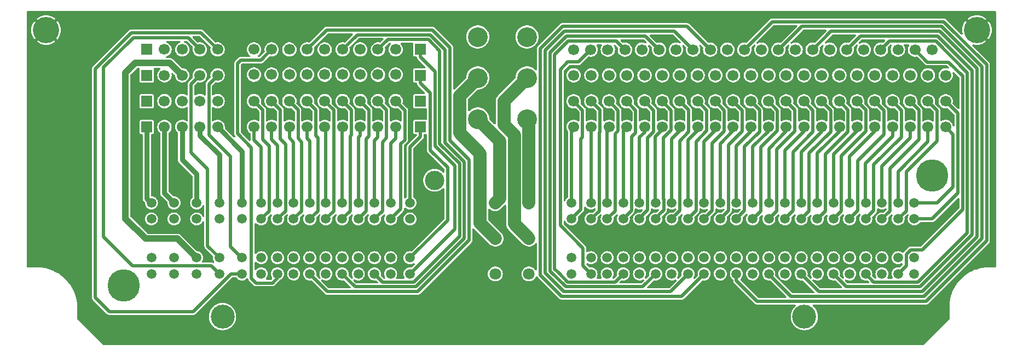
<source format=gtl>
G04 #@! TF.GenerationSoftware,KiCad,Pcbnew,7.0.7-7.0.7~ubuntu22.04.1*
G04 #@! TF.CreationDate,2023-08-22T12:48:59+00:00*
G04 #@! TF.ProjectId,284617-1,32383436-3137-42d3-912e-6b696361645f,R0.4*
G04 #@! TF.SameCoordinates,PX47868c0PY8bfd670*
G04 #@! TF.FileFunction,Copper,L1,Top*
G04 #@! TF.FilePolarity,Positive*
%FSLAX46Y46*%
G04 Gerber Fmt 4.6, Leading zero omitted, Abs format (unit mm)*
G04 Created by KiCad (PCBNEW 7.0.7-7.0.7~ubuntu22.04.1) date 2023-08-22 12:48:59*
%MOMM*%
%LPD*%
G01*
G04 APERTURE LIST*
G04 #@! TA.AperFunction,ComponentPad*
%ADD10C,1.700000*%
G04 #@! TD*
G04 #@! TA.AperFunction,ComponentPad*
%ADD11R,1.700000X1.700000*%
G04 #@! TD*
G04 #@! TA.AperFunction,ComponentPad*
%ADD12C,3.064000*%
G04 #@! TD*
G04 #@! TA.AperFunction,ComponentPad*
%ADD13C,4.064000*%
G04 #@! TD*
G04 #@! TA.AperFunction,ComponentPad*
%ADD14C,5.000000*%
G04 #@! TD*
G04 #@! TA.AperFunction,ComponentPad*
%ADD15C,3.700000*%
G04 #@! TD*
G04 #@! TA.AperFunction,ComponentPad*
%ADD16C,3.000000*%
G04 #@! TD*
G04 #@! TA.AperFunction,ComponentPad*
%ADD17C,1.500000*%
G04 #@! TD*
G04 #@! TA.AperFunction,ComponentPad*
%ADD18C,1.800000*%
G04 #@! TD*
G04 #@! TA.AperFunction,Conductor*
%ADD19C,0.490000*%
G04 #@! TD*
G04 #@! TA.AperFunction,Conductor*
%ADD20C,0.800000*%
G04 #@! TD*
G04 #@! TA.AperFunction,Conductor*
%ADD21C,0.300000*%
G04 #@! TD*
G04 #@! TA.AperFunction,Conductor*
%ADD22C,1.000000*%
G04 #@! TD*
G04 #@! TA.AperFunction,Conductor*
%ADD23C,2.000000*%
G04 #@! TD*
G04 APERTURE END LIST*
D10*
G04 #@! TO.P,P7,1*
G04 #@! TO.N,N-00000124*
X35160000Y45790000D03*
G04 #@! TO.P,P7,2*
G04 #@! TO.N,N-00000123*
X37900000Y45790000D03*
G04 #@! TO.P,P7,3*
G04 #@! TO.N,N-00000122*
X40640000Y45790000D03*
G04 #@! TO.P,P7,4*
G04 #@! TO.N,N-00000121*
X43380000Y45790000D03*
G04 #@! TO.P,P7,5*
G04 #@! TO.N,N-00000120*
X46120000Y45790000D03*
G04 #@! TO.P,P7,6*
G04 #@! TO.N,N-00000114*
X48860000Y45790000D03*
G04 #@! TO.P,P7,7*
G04 #@! TO.N,N-00000109*
X51600000Y45790000D03*
G04 #@! TO.P,P7,8*
G04 #@! TO.N,N-00000104*
X54340000Y45790000D03*
G04 #@! TO.P,P7,9*
G04 #@! TO.N,N-00000155*
X57080000Y45790000D03*
G04 #@! TD*
G04 #@! TO.P,P9,1*
G04 #@! TO.N,N-00000113*
X35160000Y41890000D03*
G04 #@! TO.P,P9,2*
G04 #@! TO.N,N-00000108*
X37900000Y41890000D03*
G04 #@! TO.P,P9,3*
G04 #@! TO.N,N-00000103*
X40640000Y41890000D03*
G04 #@! TO.P,P9,4*
G04 #@! TO.N,N-00000154*
X43380000Y41890000D03*
G04 #@! TO.P,P9,5*
G04 #@! TO.N,N-00000149*
X46120000Y41890000D03*
G04 #@! TO.P,P9,6*
G04 #@! TO.N,N-00000145*
X48860000Y41890000D03*
G04 #@! TO.P,P9,7*
G04 #@! TO.N,N-00000140*
X51600000Y41890000D03*
G04 #@! TO.P,P9,8*
G04 #@! TO.N,N-00000135*
X54340000Y41890000D03*
G04 #@! TO.P,P9,9*
G04 #@! TO.N,N-00000131*
X57080000Y41890000D03*
G04 #@! TD*
G04 #@! TO.P,P11,1*
G04 #@! TO.N,N-00000144*
X35160000Y37790000D03*
G04 #@! TO.P,P11,2*
G04 #@! TO.N,N-00000139*
X37900000Y37790000D03*
G04 #@! TO.P,P11,3*
G04 #@! TO.N,N-00000134*
X40640000Y37790000D03*
G04 #@! TO.P,P11,4*
G04 #@! TO.N,N-00000130*
X43380000Y37790000D03*
G04 #@! TO.P,P11,5*
G04 #@! TO.N,N-00000117*
X46120000Y37790000D03*
G04 #@! TO.P,P11,6*
G04 #@! TO.N,N-00000111*
X48860000Y37790000D03*
G04 #@! TO.P,P11,7*
G04 #@! TO.N,N-00000106*
X51600000Y37790000D03*
G04 #@! TO.P,P11,8*
G04 #@! TO.N,N-00000101*
X54340000Y37790000D03*
G04 #@! TO.P,P11,9*
G04 #@! TO.N,N-00000152*
X57080000Y37790000D03*
G04 #@! TD*
G04 #@! TO.P,P13,1*
G04 #@! TO.N,N-00000110*
X35160000Y33790000D03*
G04 #@! TO.P,P13,2*
G04 #@! TO.N,N-00000105*
X37900000Y33790000D03*
G04 #@! TO.P,P13,3*
G04 #@! TO.N,N-00000115*
X40640000Y33790000D03*
G04 #@! TO.P,P13,4*
G04 #@! TO.N,N-00000151*
X43380000Y33790000D03*
G04 #@! TO.P,P13,5*
G04 #@! TO.N,N-00000147*
X46120000Y33790000D03*
G04 #@! TO.P,P13,6*
G04 #@! TO.N,N-00000142*
X48860000Y33790000D03*
G04 #@! TO.P,P13,7*
G04 #@! TO.N,N-00000137*
X51600000Y33790000D03*
G04 #@! TO.P,P13,8*
G04 #@! TO.N,N-00000143*
X54340000Y33790000D03*
G04 #@! TO.P,P13,9*
G04 #@! TO.N,N-0000098*
X57080000Y33790000D03*
G04 #@! TD*
D11*
G04 #@! TO.P,P6,1*
G04 #@! TO.N,N-0000097*
X18580000Y45790000D03*
D10*
G04 #@! TO.P,P6,2*
G04 #@! TO.N,N-00000128*
X21320000Y45790000D03*
G04 #@! TO.P,P6,3*
G04 #@! TO.N,N-00000127*
X24060000Y45790000D03*
G04 #@! TO.P,P6,4*
G04 #@! TO.N,N-00000126*
X26800000Y45790000D03*
G04 #@! TO.P,P6,5*
G04 #@! TO.N,N-00000125*
X29540000Y45790000D03*
G04 #@! TD*
D11*
G04 #@! TO.P,P8,1*
G04 #@! TO.N,N-00000146*
X18580000Y41790000D03*
D10*
G04 #@! TO.P,P8,2*
G04 #@! TO.N,N-00000141*
X21320000Y41790000D03*
G04 #@! TO.P,P8,3*
G04 #@! TO.N,N-00000136*
X24060000Y41790000D03*
G04 #@! TO.P,P8,4*
G04 #@! TO.N,N-00000132*
X26800000Y41790000D03*
G04 #@! TO.P,P8,5*
G04 #@! TO.N,N-00000119*
X29540000Y41790000D03*
G04 #@! TD*
D11*
G04 #@! TO.P,P10,1*
G04 #@! TO.N,N-00000112*
X18580000Y37790000D03*
D10*
G04 #@! TO.P,P10,2*
G04 #@! TO.N,N-00000107*
X21320000Y37790000D03*
G04 #@! TO.P,P10,3*
G04 #@! TO.N,N-00000102*
X24060000Y37790000D03*
G04 #@! TO.P,P10,4*
G04 #@! TO.N,N-00000153*
X26800000Y37790000D03*
G04 #@! TO.P,P10,5*
G04 #@! TO.N,N-00000148*
X29540000Y37790000D03*
G04 #@! TD*
D11*
G04 #@! TO.P,P12,1*
G04 #@! TO.N,N-00000129*
X18580000Y33790000D03*
D10*
G04 #@! TO.P,P12,2*
G04 #@! TO.N,N-00000138*
X21320000Y33790000D03*
G04 #@! TO.P,P12,3*
G04 #@! TO.N,N-00000133*
X24060000Y33790000D03*
G04 #@! TO.P,P12,4*
G04 #@! TO.N,N-0000099*
X26800000Y33790000D03*
G04 #@! TO.P,P12,5*
G04 #@! TO.N,N-00000116*
X29540000Y33790000D03*
G04 #@! TD*
D12*
G04 #@! TO.P,P18,1*
G04 #@! TO.N,N-0000091*
X69780000Y47730000D03*
G04 #@! TD*
G04 #@! TO.P,P19,1*
G04 #@! TO.N,N-0000090*
X77400000Y47730000D03*
G04 #@! TD*
G04 #@! TO.P,P20,1*
G04 #@! TO.N,N-0000093*
X69780000Y41380000D03*
G04 #@! TD*
G04 #@! TO.P,P21,1*
G04 #@! TO.N,N-0000096*
X77400000Y41380000D03*
G04 #@! TD*
G04 #@! TO.P,P22,1*
G04 #@! TO.N,N-0000095*
X69780000Y35030000D03*
G04 #@! TD*
G04 #@! TO.P,P23,1*
G04 #@! TO.N,N-0000094*
X77400000Y35030000D03*
G04 #@! TD*
D11*
G04 #@! TO.P,P5,1*
G04 #@! TO.N,N-00000100*
X60890000Y33790000D03*
G04 #@! TD*
G04 #@! TO.P,P4,1*
G04 #@! TO.N,N-0000092*
X60890000Y37790000D03*
G04 #@! TD*
G04 #@! TO.P,P3,1*
G04 #@! TO.N,N-00000118*
X60890000Y41790000D03*
G04 #@! TD*
G04 #@! TO.P,P2,1*
G04 #@! TO.N,N-00000150*
X60890000Y45790000D03*
G04 #@! TD*
D10*
G04 #@! TO.P,P14,1*
G04 #@! TO.N,N-0000072*
X84620000Y45760000D03*
G04 #@! TO.P,P14,2*
G04 #@! TO.N,N-0000071*
X87260000Y45760000D03*
G04 #@! TO.P,P14,3*
G04 #@! TO.N,N-0000070*
X89900000Y45760000D03*
G04 #@! TO.P,P14,4*
G04 #@! TO.N,N-0000069*
X92540000Y45760000D03*
G04 #@! TO.P,P14,5*
G04 #@! TO.N,N-0000068*
X95180000Y45760000D03*
G04 #@! TO.P,P14,6*
G04 #@! TO.N,N-0000067*
X97820000Y45760000D03*
G04 #@! TO.P,P14,7*
G04 #@! TO.N,N-0000066*
X100460000Y45760000D03*
G04 #@! TO.P,P14,8*
G04 #@! TO.N,N-0000065*
X103100000Y45760000D03*
G04 #@! TO.P,P14,9*
G04 #@! TO.N,N-0000064*
X105740000Y45760000D03*
G04 #@! TO.P,P14,10*
G04 #@! TO.N,N-0000063*
X108380000Y45760000D03*
G04 #@! TO.P,P14,11*
G04 #@! TO.N,N-0000062*
X111020000Y45760000D03*
G04 #@! TO.P,P14,12*
G04 #@! TO.N,N-0000061*
X113660000Y45760000D03*
G04 #@! TO.P,P14,13*
G04 #@! TO.N,N-0000046*
X116300000Y45760000D03*
G04 #@! TO.P,P14,14*
G04 #@! TO.N,N-0000030*
X118940000Y45760000D03*
G04 #@! TO.P,P14,15*
G04 #@! TO.N,N-0000029*
X121580000Y45760000D03*
G04 #@! TO.P,P14,16*
G04 #@! TO.N,N-0000028*
X124220000Y45760000D03*
G04 #@! TO.P,P14,17*
G04 #@! TO.N,N-0000027*
X126860000Y45760000D03*
G04 #@! TO.P,P14,18*
G04 #@! TO.N,N-0000026*
X129500000Y45760000D03*
G04 #@! TO.P,P14,19*
G04 #@! TO.N,N-0000025*
X132140000Y45760000D03*
G04 #@! TO.P,P14,20*
G04 #@! TO.N,N-0000024*
X134780000Y45760000D03*
G04 #@! TO.P,P14,21*
G04 #@! TO.N,N-0000023*
X137420000Y45760000D03*
G04 #@! TO.P,P14,22*
G04 #@! TO.N,N-0000022*
X140060000Y45760000D03*
G04 #@! TD*
G04 #@! TO.P,P17,1*
G04 #@! TO.N,N-0000036*
X84620000Y33790000D03*
G04 #@! TO.P,P17,2*
G04 #@! TO.N,N-0000035*
X87360000Y33790000D03*
G04 #@! TO.P,P17,3*
G04 #@! TO.N,N-0000034*
X90100000Y33790000D03*
G04 #@! TO.P,P17,4*
G04 #@! TO.N,N-0000033*
X92840000Y33790000D03*
G04 #@! TO.P,P17,5*
G04 #@! TO.N,N-0000032*
X95580000Y33790000D03*
G04 #@! TO.P,P17,6*
G04 #@! TO.N,N-0000060*
X98320000Y33790000D03*
G04 #@! TO.P,P17,7*
G04 #@! TO.N,N-0000086*
X101060000Y33790000D03*
G04 #@! TO.P,P17,8*
G04 #@! TO.N,N-0000082*
X103800000Y33790000D03*
G04 #@! TO.P,P17,9*
G04 #@! TO.N,N-0000080*
X106540000Y33790000D03*
G04 #@! TO.P,P17,10*
G04 #@! TO.N,N-0000078*
X109280000Y33790000D03*
G04 #@! TO.P,P17,11*
G04 #@! TO.N,N-0000076*
X112020000Y33790000D03*
G04 #@! TO.P,P17,12*
G04 #@! TO.N,N-0000074*
X114760000Y33790000D03*
G04 #@! TO.P,P17,13*
G04 #@! TO.N,N-0000089*
X117500000Y33790000D03*
G04 #@! TO.P,P17,14*
G04 #@! TO.N,N-0000088*
X120240000Y33790000D03*
G04 #@! TO.P,P17,15*
G04 #@! TO.N,N-0000083*
X122980000Y33790000D03*
G04 #@! TO.P,P17,16*
G04 #@! TO.N,N-0000087*
X125720000Y33790000D03*
G04 #@! TO.P,P17,17*
G04 #@! TO.N,N-0000085*
X128460000Y33790000D03*
G04 #@! TO.P,P17,18*
G04 #@! TO.N,N-0000081*
X131200000Y33790000D03*
G04 #@! TO.P,P17,19*
G04 #@! TO.N,N-0000079*
X133940000Y33790000D03*
G04 #@! TO.P,P17,20*
G04 #@! TO.N,N-0000077*
X136680000Y33790000D03*
G04 #@! TO.P,P17,21*
G04 #@! TO.N,N-0000075*
X139420000Y33790000D03*
G04 #@! TO.P,P17,22*
G04 #@! TO.N,N-0000073*
X142160000Y33790000D03*
G04 #@! TD*
G04 #@! TO.P,P16,1*
G04 #@! TO.N,N-0000058*
X84620000Y37760000D03*
G04 #@! TO.P,P16,2*
G04 #@! TO.N,N-0000057*
X87360000Y37760000D03*
G04 #@! TO.P,P16,3*
G04 #@! TO.N,N-0000056*
X90100000Y37760000D03*
G04 #@! TO.P,P16,4*
G04 #@! TO.N,N-0000055*
X92840000Y37760000D03*
G04 #@! TO.P,P16,5*
G04 #@! TO.N,N-0000054*
X95580000Y37760000D03*
G04 #@! TO.P,P16,6*
G04 #@! TO.N,N-0000053*
X98320000Y37760000D03*
G04 #@! TO.P,P16,7*
G04 #@! TO.N,N-0000052*
X101060000Y37760000D03*
G04 #@! TO.P,P16,8*
G04 #@! TO.N,N-0000051*
X103800000Y37760000D03*
G04 #@! TO.P,P16,9*
G04 #@! TO.N,N-0000050*
X106540000Y37760000D03*
G04 #@! TO.P,P16,10*
G04 #@! TO.N,N-0000049*
X109280000Y37760000D03*
G04 #@! TO.P,P16,11*
G04 #@! TO.N,N-0000048*
X112020000Y37760000D03*
G04 #@! TO.P,P16,12*
G04 #@! TO.N,N-0000047*
X114760000Y37760000D03*
G04 #@! TO.P,P16,13*
G04 #@! TO.N,N-0000031*
X117500000Y37760000D03*
G04 #@! TO.P,P16,14*
G04 #@! TO.N,N-0000045*
X120240000Y37760000D03*
G04 #@! TO.P,P16,15*
G04 #@! TO.N,N-0000044*
X122980000Y37760000D03*
G04 #@! TO.P,P16,16*
G04 #@! TO.N,N-0000043*
X125720000Y37760000D03*
G04 #@! TO.P,P16,17*
G04 #@! TO.N,N-0000042*
X128460000Y37760000D03*
G04 #@! TO.P,P16,18*
G04 #@! TO.N,N-0000041*
X131200000Y37760000D03*
G04 #@! TO.P,P16,19*
G04 #@! TO.N,N-0000040*
X133940000Y37760000D03*
G04 #@! TO.P,P16,20*
G04 #@! TO.N,N-0000039*
X136680000Y37760000D03*
G04 #@! TO.P,P16,21*
G04 #@! TO.N,N-0000038*
X139420000Y37760000D03*
G04 #@! TO.P,P16,22*
G04 #@! TO.N,N-0000037*
X142160000Y37760000D03*
G04 #@! TD*
G04 #@! TO.P,P15,1*
G04 #@! TO.N,N-0000021*
X84620000Y41790000D03*
G04 #@! TO.P,P15,2*
G04 #@! TO.N,N-0000020*
X87360000Y41790000D03*
G04 #@! TO.P,P15,3*
G04 #@! TO.N,N-0000019*
X90100000Y41790000D03*
G04 #@! TO.P,P15,4*
G04 #@! TO.N,N-0000018*
X92840000Y41790000D03*
G04 #@! TO.P,P15,5*
G04 #@! TO.N,N-0000017*
X95580000Y41790000D03*
G04 #@! TO.P,P15,6*
G04 #@! TO.N,N-000001*
X98320000Y41790000D03*
G04 #@! TO.P,P15,7*
G04 #@! TO.N,N-0000015*
X101060000Y41790000D03*
G04 #@! TO.P,P15,8*
G04 #@! TO.N,N-0000014*
X103800000Y41790000D03*
G04 #@! TO.P,P15,9*
G04 #@! TO.N,N-0000013*
X106540000Y41790000D03*
G04 #@! TO.P,P15,10*
G04 #@! TO.N,N-0000012*
X109280000Y41790000D03*
G04 #@! TO.P,P15,11*
G04 #@! TO.N,N-0000011*
X112020000Y41790000D03*
G04 #@! TO.P,P15,12*
G04 #@! TO.N,N-0000010*
X114760000Y41790000D03*
G04 #@! TO.P,P15,13*
G04 #@! TO.N,N-000009*
X117500000Y41790000D03*
G04 #@! TO.P,P15,14*
G04 #@! TO.N,N-000008*
X120240000Y41790000D03*
G04 #@! TO.P,P15,15*
G04 #@! TO.N,N-000007*
X122980000Y41790000D03*
G04 #@! TO.P,P15,16*
G04 #@! TO.N,N-000006*
X125720000Y41790000D03*
G04 #@! TO.P,P15,17*
G04 #@! TO.N,N-000005*
X128460000Y41790000D03*
G04 #@! TO.P,P15,18*
G04 #@! TO.N,N-000004*
X131200000Y41790000D03*
G04 #@! TO.P,P15,19*
G04 #@! TO.N,N-000003*
X133940000Y41790000D03*
G04 #@! TO.P,P15,20*
G04 #@! TO.N,N-000002*
X136680000Y41790000D03*
G04 #@! TO.P,P15,21*
G04 #@! TO.N,N-0000016*
X139420000Y41790000D03*
G04 #@! TO.P,P15,22*
G04 #@! TO.N,N-0000059*
X142160000Y41790000D03*
G04 #@! TD*
D13*
G04 #@! TO.P,P25,1*
G04 #@! TO.N,/GND*
X3000000Y48790000D03*
G04 #@! TD*
G04 #@! TO.P,P24,1*
G04 #@! TO.N,/GND*
X147000000Y48790000D03*
G04 #@! TD*
D14*
G04 #@! TO.P,P1,*
G04 #@! TO.N,*
X15050000Y9290000D03*
D15*
X30300000Y4440000D03*
D16*
X63100000Y25540000D03*
D15*
X120300000Y4440000D03*
D14*
X140050000Y26290000D03*
D17*
G04 #@! TO.P,P1,1*
G04 #@! TO.N,N-0000097*
X19300000Y11040000D03*
G04 #@! TO.P,P1,2*
G04 #@! TO.N,N-00000128*
X22800000Y11040000D03*
G04 #@! TO.P,P1,3*
G04 #@! TO.N,N-00000127*
X26300000Y11040000D03*
G04 #@! TO.P,P1,4*
G04 #@! TO.N,N-00000126*
X29800000Y11040000D03*
G04 #@! TO.P,P1,5*
G04 #@! TO.N,N-00000125*
X33300000Y11040000D03*
G04 #@! TO.P,P1,6*
G04 #@! TO.N,N-00000124*
X36300000Y11040000D03*
G04 #@! TO.P,P1,7*
G04 #@! TO.N,N-00000123*
X38800000Y11040000D03*
G04 #@! TO.P,P1,8*
G04 #@! TO.N,N-00000122*
X41300000Y11040000D03*
G04 #@! TO.P,P1,9*
G04 #@! TO.N,N-00000121*
X43800000Y11040000D03*
G04 #@! TO.P,P1,10*
G04 #@! TO.N,N-00000120*
X46300000Y11040000D03*
G04 #@! TO.P,P1,11*
G04 #@! TO.N,N-00000114*
X48800000Y11040000D03*
G04 #@! TO.P,P1,12*
G04 #@! TO.N,N-00000109*
X51300000Y11040000D03*
G04 #@! TO.P,P1,13*
G04 #@! TO.N,N-00000104*
X53800000Y11040000D03*
G04 #@! TO.P,P1,14*
G04 #@! TO.N,N-00000155*
X56300000Y11040000D03*
G04 #@! TO.P,P1,15*
G04 #@! TO.N,N-00000150*
X59300000Y11040000D03*
G04 #@! TO.P,P1,16*
G04 #@! TO.N,N-00000146*
X19300000Y13540000D03*
G04 #@! TO.P,P1,17*
G04 #@! TO.N,N-00000141*
X22800000Y13540000D03*
G04 #@! TO.P,P1,18*
G04 #@! TO.N,N-00000136*
X26300000Y13540000D03*
G04 #@! TO.P,P1,19*
G04 #@! TO.N,N-00000132*
X29800000Y13540000D03*
G04 #@! TO.P,P1,20*
G04 #@! TO.N,N-00000119*
X33300000Y13540000D03*
G04 #@! TO.P,P1,21*
G04 #@! TO.N,N-00000113*
X36300000Y13540000D03*
G04 #@! TO.P,P1,22*
G04 #@! TO.N,N-00000108*
X38800000Y13540000D03*
G04 #@! TO.P,P1,23*
G04 #@! TO.N,N-00000103*
X41300000Y13540000D03*
G04 #@! TO.P,P1,24*
G04 #@! TO.N,N-00000154*
X43800000Y13540000D03*
G04 #@! TO.P,P1,25*
G04 #@! TO.N,N-00000149*
X46300000Y13540000D03*
G04 #@! TO.P,P1,26*
G04 #@! TO.N,N-00000145*
X48800000Y13540000D03*
G04 #@! TO.P,P1,27*
G04 #@! TO.N,N-00000140*
X51300000Y13540000D03*
G04 #@! TO.P,P1,28*
G04 #@! TO.N,N-00000135*
X53800000Y13540000D03*
G04 #@! TO.P,P1,29*
G04 #@! TO.N,N-00000131*
X56300000Y13540000D03*
G04 #@! TO.P,P1,30*
G04 #@! TO.N,N-00000118*
X59300000Y13540000D03*
G04 #@! TO.P,P1,31*
G04 #@! TO.N,N-00000112*
X19300000Y19540000D03*
G04 #@! TO.P,P1,32*
G04 #@! TO.N,N-00000107*
X22800000Y19540000D03*
G04 #@! TO.P,P1,33*
G04 #@! TO.N,N-00000102*
X26300000Y19540000D03*
G04 #@! TO.P,P1,34*
G04 #@! TO.N,N-00000153*
X29800000Y19540000D03*
G04 #@! TO.P,P1,35*
G04 #@! TO.N,N-00000148*
X33300000Y19540000D03*
G04 #@! TO.P,P1,36*
G04 #@! TO.N,N-00000144*
X36300000Y19540000D03*
G04 #@! TO.P,P1,37*
G04 #@! TO.N,N-00000139*
X38800000Y19540000D03*
G04 #@! TO.P,P1,38*
G04 #@! TO.N,N-00000134*
X41300000Y19540000D03*
G04 #@! TO.P,P1,39*
G04 #@! TO.N,N-00000130*
X43800000Y19540000D03*
G04 #@! TO.P,P1,40*
G04 #@! TO.N,N-00000117*
X46300000Y19540000D03*
G04 #@! TO.P,P1,41*
G04 #@! TO.N,N-00000111*
X48800000Y19540000D03*
G04 #@! TO.P,P1,42*
G04 #@! TO.N,N-00000106*
X51300000Y19540000D03*
G04 #@! TO.P,P1,43*
G04 #@! TO.N,N-00000101*
X53800000Y19540000D03*
G04 #@! TO.P,P1,44*
G04 #@! TO.N,N-00000152*
X56300000Y19540000D03*
G04 #@! TO.P,P1,45*
G04 #@! TO.N,N-0000092*
X59300000Y19540000D03*
G04 #@! TO.P,P1,46*
G04 #@! TO.N,N-00000129*
X19300000Y22040000D03*
G04 #@! TO.P,P1,47*
G04 #@! TO.N,N-00000138*
X22800000Y22040000D03*
G04 #@! TO.P,P1,48*
G04 #@! TO.N,N-00000133*
X26300000Y22040000D03*
G04 #@! TO.P,P1,49*
G04 #@! TO.N,N-0000099*
X29800000Y22040000D03*
G04 #@! TO.P,P1,50*
G04 #@! TO.N,N-00000116*
X33300000Y22040000D03*
G04 #@! TO.P,P1,51*
G04 #@! TO.N,N-00000110*
X36300000Y22040000D03*
G04 #@! TO.P,P1,52*
G04 #@! TO.N,N-00000105*
X38800000Y22040000D03*
G04 #@! TO.P,P1,53*
G04 #@! TO.N,N-00000115*
X41300000Y22040000D03*
G04 #@! TO.P,P1,54*
G04 #@! TO.N,N-00000151*
X43800000Y22040000D03*
G04 #@! TO.P,P1,55*
G04 #@! TO.N,N-00000147*
X46300000Y22040000D03*
G04 #@! TO.P,P1,56*
G04 #@! TO.N,N-00000142*
X48800000Y22040000D03*
G04 #@! TO.P,P1,57*
G04 #@! TO.N,N-00000137*
X51300000Y22040000D03*
G04 #@! TO.P,P1,58*
G04 #@! TO.N,N-00000143*
X53800000Y22040000D03*
G04 #@! TO.P,P1,59*
G04 #@! TO.N,N-0000098*
X56300000Y22040000D03*
G04 #@! TO.P,P1,60*
G04 #@! TO.N,N-00000100*
X59300000Y22040000D03*
D18*
G04 #@! TO.P,P1,61*
G04 #@! TO.N,N-0000091*
X72500000Y11040000D03*
G04 #@! TO.P,P1,62*
G04 #@! TO.N,N-0000090*
X77700000Y11040000D03*
G04 #@! TO.P,P1,63*
G04 #@! TO.N,N-0000093*
X72500000Y16540000D03*
G04 #@! TO.P,P1,64*
G04 #@! TO.N,N-0000096*
X77700000Y16540000D03*
G04 #@! TO.P,P1,65*
G04 #@! TO.N,N-0000095*
X72500000Y22040000D03*
G04 #@! TO.P,P1,66*
G04 #@! TO.N,N-0000094*
X77700000Y22040000D03*
D17*
G04 #@! TO.P,P1,67*
G04 #@! TO.N,N-0000072*
X84300000Y11040000D03*
G04 #@! TO.P,P1,68*
G04 #@! TO.N,N-0000071*
X87300000Y11040000D03*
G04 #@! TO.P,P1,69*
G04 #@! TO.N,N-0000070*
X89800000Y11040000D03*
G04 #@! TO.P,P1,70*
G04 #@! TO.N,N-0000069*
X92300000Y11040000D03*
G04 #@! TO.P,P1,71*
G04 #@! TO.N,N-0000068*
X94800000Y11040000D03*
G04 #@! TO.P,P1,72*
G04 #@! TO.N,N-0000067*
X97300000Y11040000D03*
G04 #@! TO.P,P1,73*
G04 #@! TO.N,N-0000066*
X99800000Y11040000D03*
G04 #@! TO.P,P1,74*
G04 #@! TO.N,N-0000065*
X102300000Y11040000D03*
G04 #@! TO.P,P1,75*
G04 #@! TO.N,N-0000064*
X104800000Y11040000D03*
G04 #@! TO.P,P1,76*
G04 #@! TO.N,N-0000063*
X107300000Y11040000D03*
G04 #@! TO.P,P1,77*
G04 #@! TO.N,N-0000062*
X109800000Y11040000D03*
G04 #@! TO.P,P1,78*
G04 #@! TO.N,N-0000061*
X112300000Y11040000D03*
G04 #@! TO.P,P1,79*
G04 #@! TO.N,N-0000046*
X114800000Y11040000D03*
G04 #@! TO.P,P1,80*
G04 #@! TO.N,N-0000030*
X117300000Y11040000D03*
G04 #@! TO.P,P1,81*
G04 #@! TO.N,N-0000029*
X119800000Y11040000D03*
G04 #@! TO.P,P1,82*
G04 #@! TO.N,N-0000028*
X122300000Y11040000D03*
G04 #@! TO.P,P1,83*
G04 #@! TO.N,N-0000027*
X124800000Y11040000D03*
G04 #@! TO.P,P1,84*
G04 #@! TO.N,N-0000026*
X127300000Y11040000D03*
G04 #@! TO.P,P1,85*
G04 #@! TO.N,N-0000025*
X129800000Y11040000D03*
G04 #@! TO.P,P1,86*
G04 #@! TO.N,N-0000024*
X132300000Y11040000D03*
G04 #@! TO.P,P1,87*
G04 #@! TO.N,N-0000023*
X134800000Y11040000D03*
G04 #@! TO.P,P1,88*
G04 #@! TO.N,N-0000022*
X137300000Y11040000D03*
G04 #@! TO.P,P1,89*
G04 #@! TO.N,N-0000021*
X84300000Y13540000D03*
G04 #@! TO.P,P1,90*
G04 #@! TO.N,N-0000020*
X87300000Y13540000D03*
G04 #@! TO.P,P1,91*
G04 #@! TO.N,N-0000019*
X89800000Y13540000D03*
G04 #@! TO.P,P1,92*
G04 #@! TO.N,N-0000018*
X92300000Y13540000D03*
G04 #@! TO.P,P1,93*
G04 #@! TO.N,N-0000017*
X94800000Y13540000D03*
G04 #@! TO.P,P1,94*
G04 #@! TO.N,N-000001*
X97300000Y13540000D03*
G04 #@! TO.P,P1,95*
G04 #@! TO.N,N-0000015*
X99800000Y13540000D03*
G04 #@! TO.P,P1,96*
G04 #@! TO.N,N-0000014*
X102300000Y13540000D03*
G04 #@! TO.P,P1,97*
G04 #@! TO.N,N-0000013*
X104800000Y13540000D03*
G04 #@! TO.P,P1,98*
G04 #@! TO.N,N-0000012*
X107300000Y13540000D03*
G04 #@! TO.P,P1,99*
G04 #@! TO.N,N-0000011*
X109800000Y13540000D03*
G04 #@! TO.P,P1,100*
G04 #@! TO.N,N-0000010*
X112300000Y13540000D03*
G04 #@! TO.P,P1,101*
G04 #@! TO.N,N-000009*
X114800000Y13540000D03*
G04 #@! TO.P,P1,102*
G04 #@! TO.N,N-000008*
X117300000Y13540000D03*
G04 #@! TO.P,P1,103*
G04 #@! TO.N,N-000007*
X119800000Y13540000D03*
G04 #@! TO.P,P1,104*
G04 #@! TO.N,N-000006*
X122300000Y13540000D03*
G04 #@! TO.P,P1,105*
G04 #@! TO.N,N-000005*
X124800000Y13540000D03*
G04 #@! TO.P,P1,106*
G04 #@! TO.N,N-000004*
X127300000Y13540000D03*
G04 #@! TO.P,P1,107*
G04 #@! TO.N,N-000003*
X129800000Y13540000D03*
G04 #@! TO.P,P1,108*
G04 #@! TO.N,N-000002*
X132300000Y13540000D03*
G04 #@! TO.P,P1,109*
G04 #@! TO.N,N-0000016*
X134800000Y13540000D03*
G04 #@! TO.P,P1,110*
G04 #@! TO.N,N-0000059*
X137300000Y13540000D03*
G04 #@! TO.P,P1,111*
G04 #@! TO.N,N-0000058*
X84300000Y19540000D03*
G04 #@! TO.P,P1,112*
G04 #@! TO.N,N-0000057*
X87300000Y19540000D03*
G04 #@! TO.P,P1,113*
G04 #@! TO.N,N-0000056*
X89800000Y19540000D03*
G04 #@! TO.P,P1,114*
G04 #@! TO.N,N-0000055*
X92300000Y19540000D03*
G04 #@! TO.P,P1,115*
G04 #@! TO.N,N-0000054*
X94800000Y19540000D03*
G04 #@! TO.P,P1,116*
G04 #@! TO.N,N-0000053*
X97300000Y19540000D03*
G04 #@! TO.P,P1,117*
G04 #@! TO.N,N-0000052*
X99800000Y19540000D03*
G04 #@! TO.P,P1,118*
G04 #@! TO.N,N-0000051*
X102300000Y19540000D03*
G04 #@! TO.P,P1,119*
G04 #@! TO.N,N-0000050*
X104800000Y19540000D03*
G04 #@! TO.P,P1,120*
G04 #@! TO.N,N-0000049*
X107300000Y19540000D03*
G04 #@! TO.P,P1,121*
G04 #@! TO.N,N-0000048*
X109800000Y19540000D03*
G04 #@! TO.P,P1,122*
G04 #@! TO.N,N-0000047*
X112300000Y19540000D03*
G04 #@! TO.P,P1,123*
G04 #@! TO.N,N-0000031*
X114800000Y19540000D03*
G04 #@! TO.P,P1,124*
G04 #@! TO.N,N-0000045*
X117300000Y19540000D03*
G04 #@! TO.P,P1,125*
G04 #@! TO.N,N-0000044*
X119800000Y19540000D03*
G04 #@! TO.P,P1,126*
G04 #@! TO.N,N-0000043*
X122300000Y19540000D03*
G04 #@! TO.P,P1,127*
G04 #@! TO.N,N-0000042*
X124800000Y19540000D03*
G04 #@! TO.P,P1,128*
G04 #@! TO.N,N-0000041*
X127300000Y19540000D03*
G04 #@! TO.P,P1,129*
G04 #@! TO.N,N-0000040*
X129800000Y19540000D03*
G04 #@! TO.P,P1,130*
G04 #@! TO.N,N-0000039*
X132300000Y19540000D03*
G04 #@! TO.P,P1,131*
G04 #@! TO.N,N-0000038*
X134800000Y19540000D03*
G04 #@! TO.P,P1,132*
G04 #@! TO.N,N-0000037*
X137300000Y19540000D03*
G04 #@! TO.P,P1,133*
G04 #@! TO.N,N-0000036*
X84300000Y22040000D03*
G04 #@! TO.P,P1,134*
G04 #@! TO.N,N-0000035*
X87300000Y22040000D03*
G04 #@! TO.P,P1,135*
G04 #@! TO.N,N-0000034*
X89800000Y22040000D03*
G04 #@! TO.P,P1,136*
G04 #@! TO.N,N-0000033*
X92300000Y22040000D03*
G04 #@! TO.P,P1,137*
G04 #@! TO.N,N-0000032*
X94800000Y22040000D03*
G04 #@! TO.P,P1,138*
G04 #@! TO.N,N-0000060*
X97300000Y22040000D03*
G04 #@! TO.P,P1,139*
G04 #@! TO.N,N-0000086*
X99800000Y22040000D03*
G04 #@! TO.P,P1,140*
G04 #@! TO.N,N-0000082*
X102300000Y22040000D03*
G04 #@! TO.P,P1,141*
G04 #@! TO.N,N-0000080*
X104800000Y22040000D03*
G04 #@! TO.P,P1,142*
G04 #@! TO.N,N-0000078*
X107300000Y22040000D03*
G04 #@! TO.P,P1,143*
G04 #@! TO.N,N-0000076*
X109800000Y22040000D03*
G04 #@! TO.P,P1,144*
G04 #@! TO.N,N-0000074*
X112300000Y22040000D03*
G04 #@! TO.P,P1,145*
G04 #@! TO.N,N-0000089*
X114800000Y22040000D03*
G04 #@! TO.P,P1,146*
G04 #@! TO.N,N-0000088*
X117300000Y22040000D03*
G04 #@! TO.P,P1,147*
G04 #@! TO.N,N-0000083*
X119800000Y22040000D03*
G04 #@! TO.P,P1,148*
G04 #@! TO.N,N-0000087*
X122300000Y22040000D03*
G04 #@! TO.P,P1,149*
G04 #@! TO.N,N-0000085*
X124800000Y22040000D03*
G04 #@! TO.P,P1,150*
G04 #@! TO.N,N-0000081*
X127300000Y22040000D03*
G04 #@! TO.P,P1,151*
G04 #@! TO.N,N-0000079*
X129800000Y22040000D03*
G04 #@! TO.P,P1,152*
G04 #@! TO.N,N-0000077*
X132300000Y22040000D03*
G04 #@! TO.P,P1,153*
G04 #@! TO.N,N-0000075*
X134800000Y22040000D03*
G04 #@! TO.P,P1,154*
G04 #@! TO.N,N-0000073*
X137300000Y22040000D03*
G04 #@! TD*
D19*
G04 #@! TO.N,N-00000100*
X59300000Y22040000D02*
X59300000Y30660000D01*
X60890000Y32250000D02*
X60890000Y33790000D01*
X59300000Y30660000D02*
X60890000Y32250000D01*
G04 #@! TO.N,N-00000101*
X55049001Y31469001D02*
X55689000Y32109000D01*
X55689000Y32109000D02*
X55689000Y36441000D01*
X55049001Y20789001D02*
X55049001Y31469001D01*
X53800000Y19540000D02*
X55049001Y20789001D01*
X55689000Y36441000D02*
X54340000Y37790000D01*
G04 #@! TO.N,N-00000104*
X63902022Y45577978D02*
X62160000Y47320000D01*
X55049001Y9790999D02*
X59899521Y9790999D01*
X63902022Y31165168D02*
X63902022Y45577978D01*
X66968010Y16859488D02*
X66968010Y28099180D01*
X62160000Y47320000D02*
X55870000Y47320000D01*
X66968010Y28099180D02*
X63902022Y31165168D01*
X53800000Y11040000D02*
X55049001Y9790999D01*
X59899521Y9790999D02*
X66968010Y16859488D01*
X55870000Y47320000D02*
X54340000Y45790000D01*
G04 #@! TO.N,N-00000105*
X37900000Y31820000D02*
X37900000Y33790000D01*
X38800000Y30920000D02*
X37900000Y31820000D01*
X38800000Y22040000D02*
X38800000Y30920000D01*
G04 #@! TO.N,N-00000106*
X52949000Y32359000D02*
X52949000Y36441000D01*
X52949000Y36441000D02*
X51600000Y37790000D01*
X52549001Y20789001D02*
X52549001Y31959001D01*
X52549001Y31959001D02*
X52949000Y32359000D01*
X51300000Y19540000D02*
X52549001Y20789001D01*
G04 #@! TO.N,N-00000110*
X36300000Y30650000D02*
X35160000Y31790000D01*
X36300000Y22040000D02*
X36300000Y30650000D01*
X35160000Y31790000D02*
X35160000Y33790000D01*
G04 #@! TO.N,N-00000111*
X50209000Y32519000D02*
X50209000Y36441000D01*
X50209000Y36441000D02*
X48860000Y37790000D01*
X50049001Y20789001D02*
X50049001Y32359001D01*
X50049001Y32359001D02*
X50209000Y32519000D01*
X48800000Y19540000D02*
X50049001Y20789001D01*
G04 #@! TO.N,N-00000114*
X60207701Y9046989D02*
X67712020Y16551308D01*
X48800000Y11040000D02*
X50793011Y9046989D01*
X50793011Y9046989D02*
X60207701Y9046989D01*
X67712020Y28407360D02*
X64751000Y31368380D01*
X62468174Y48064000D02*
X51134000Y48064000D01*
X64751000Y45781174D02*
X62468174Y48064000D01*
X64751000Y31368380D02*
X64751000Y45781174D01*
X67712020Y16551308D02*
X67712020Y28407360D01*
X51134000Y48064000D02*
X48860000Y45790000D01*
G04 #@! TO.N,N-00000115*
X40640000Y32070000D02*
X40640000Y33790000D01*
X41300000Y31410000D02*
X40640000Y32070000D01*
X41300000Y22040000D02*
X41300000Y31410000D01*
D20*
G04 #@! TO.N,N-00000116*
X29540000Y33790000D02*
X33300000Y30030000D01*
X33300000Y30030000D02*
X33300000Y22040000D01*
D19*
G04 #@! TO.N,N-00000117*
X47549001Y20789001D02*
X47549001Y33336812D01*
X47511000Y33374813D02*
X47511000Y36399000D01*
X47511000Y36399000D02*
X46120000Y37790000D01*
X46300000Y19540000D02*
X47549001Y20789001D01*
G04 #@! TO.N,N-00000118*
X62414022Y39015978D02*
X60890000Y40540000D01*
X62414022Y30203978D02*
X62414022Y39015978D01*
X65119001Y27498999D02*
X62414022Y30203978D01*
X65099001Y19339001D02*
X65099001Y24683702D01*
X65119001Y24703702D02*
X65119001Y27498999D01*
X59300000Y13540000D02*
X65099001Y19339001D01*
X60890000Y40540000D02*
X60890000Y41790000D01*
X65099001Y24683702D02*
X65119001Y24703702D01*
G04 #@! TO.N,N-00000119*
X33300000Y13540000D02*
X33250000Y13540000D01*
X28191000Y40441000D02*
X29540000Y41790000D01*
X28191000Y32549000D02*
X28191000Y40441000D01*
X33250000Y13540000D02*
X31500000Y15290000D01*
X31500000Y29240000D02*
X28191000Y32549000D01*
X31500000Y15290000D02*
X31500000Y29240000D01*
G04 #@! TO.N,N-00000121*
X65495000Y31676570D02*
X65495000Y46089348D01*
X46398000Y48808000D02*
X43380000Y45790000D01*
X60515881Y8302979D02*
X68456030Y16243128D01*
X46537021Y8302979D02*
X60515881Y8302979D01*
X65495000Y46089348D02*
X62776348Y48808000D01*
X62776348Y48808000D02*
X46398000Y48808000D01*
X68456030Y16243128D02*
X68456030Y28715540D01*
X68456030Y28715540D02*
X65495000Y31676570D01*
X43800000Y11040000D02*
X46537021Y8302979D01*
G04 #@! TO.N,N-00000123*
X38030000Y9630000D02*
X35490000Y9630000D01*
X33130000Y44130000D02*
X36240000Y44130000D01*
X35490000Y9630000D02*
X34780000Y10340000D01*
X32630000Y32750000D02*
X32630000Y43630000D01*
D21*
X38800000Y11040000D02*
X38800000Y10400000D01*
D19*
X32630000Y43630000D02*
X33130000Y44130000D01*
X38800000Y10400000D02*
X38030000Y9630000D01*
X34780000Y30600000D02*
X32630000Y32750000D01*
X36240000Y44130000D02*
X37900000Y45790000D01*
X34780000Y10340000D02*
X34780000Y30600000D01*
G04 #@! TO.N,N-00000125*
X12800000Y5190000D02*
X10600000Y7390000D01*
X16201826Y48364000D02*
X26966000Y48364000D01*
X31595082Y11040000D02*
X25745082Y5190000D01*
X26966000Y48364000D02*
X29540000Y45790000D01*
X33300000Y11040000D02*
X31595082Y11040000D01*
X10600000Y7390000D02*
X10600000Y42762174D01*
X25745082Y5190000D02*
X12800000Y5190000D01*
X10600000Y42762174D02*
X16201826Y48364000D01*
G04 #@! TO.N,N-00000126*
X24970000Y47620000D02*
X26800000Y45790000D01*
X11900000Y16790000D02*
X11900000Y43010000D01*
X29800000Y11040000D02*
X28551000Y12289000D01*
X28551000Y12289000D02*
X16401000Y12289000D01*
X16510000Y47620000D02*
X24970000Y47620000D01*
X11900000Y43010000D02*
X16510000Y47620000D01*
X16401000Y12289000D02*
X11900000Y16790000D01*
D20*
G04 #@! TO.N,N-00000129*
X18600000Y33770000D02*
X18600000Y22740000D01*
X18600000Y22740000D02*
X19300000Y22040000D01*
X18580000Y33790000D02*
X18600000Y33770000D01*
D19*
G04 #@! TO.N,N-00000130*
X44729000Y36441000D02*
X43380000Y37790000D01*
X45049001Y32100999D02*
X44729000Y32421000D01*
X43800000Y19540000D02*
X45049001Y20789001D01*
X45049001Y20789001D02*
X45049001Y32100999D01*
X44729000Y32421000D02*
X44729000Y36441000D01*
G04 #@! TO.N,N-00000132*
X25440000Y29850000D02*
X28000000Y27290000D01*
X28000000Y27290000D02*
X28000000Y15340000D01*
X26800000Y41790000D02*
X25440000Y40430000D01*
X25440000Y40430000D02*
X25440000Y29850000D01*
X28000000Y15340000D02*
X29800000Y13540000D01*
D20*
G04 #@! TO.N,N-00000133*
X26300000Y26490000D02*
X26300000Y22040000D01*
X24060000Y28730000D02*
X26300000Y26490000D01*
X24060000Y33790000D02*
X24060000Y28730000D01*
D19*
G04 #@! TO.N,N-00000134*
X41989000Y32031000D02*
X41989000Y36441000D01*
X42549001Y31470999D02*
X41989000Y32031000D01*
X41300000Y19540000D02*
X42549001Y20789001D01*
X42549001Y20789001D02*
X42549001Y31470999D01*
X41989000Y36441000D02*
X40640000Y37790000D01*
D22*
G04 #@! TO.N,N-00000136*
X15300000Y42190000D02*
X16800000Y43690000D01*
X23300000Y16490000D02*
X18400000Y16490000D01*
X22160000Y43690000D02*
X24060000Y41790000D01*
X16800000Y43690000D02*
X22160000Y43690000D01*
D19*
X26300000Y13540000D02*
X26250000Y13540000D01*
D22*
X26250000Y13540000D02*
X23300000Y16490000D01*
X15300000Y19590000D02*
X15300000Y42190000D01*
X18400000Y16490000D02*
X15300000Y19590000D01*
D19*
G04 #@! TO.N,N-00000137*
X51300000Y22040000D02*
X51300000Y32180000D01*
X51300000Y32180000D02*
X51600000Y32480000D01*
X51600000Y32480000D02*
X51600000Y33790000D01*
D20*
G04 #@! TO.N,N-00000138*
X21320000Y23520000D02*
X22800000Y22040000D01*
X21320000Y33790000D02*
X21320000Y23520000D01*
D19*
G04 #@! TO.N,N-00000139*
X40049001Y31120999D02*
X39249000Y31921000D01*
X40049001Y20789001D02*
X40049001Y31120999D01*
X39249000Y31921000D02*
X39249000Y36441000D01*
X39249000Y36441000D02*
X37900000Y37790000D01*
X38800000Y19540000D02*
X40049001Y20789001D01*
G04 #@! TO.N,N-00000142*
X48800000Y22040000D02*
X48800000Y33730000D01*
X48800000Y33730000D02*
X48860000Y33790000D01*
G04 #@! TO.N,N-00000143*
X54340000Y32200000D02*
X54340000Y33790000D01*
X53800000Y31660000D02*
X54340000Y32200000D01*
X53800000Y22040000D02*
X53800000Y31660000D01*
G04 #@! TO.N,N-00000144*
X37550999Y20790999D02*
X37550999Y30849001D01*
X36300000Y19540000D02*
X37550999Y20790999D01*
X36509000Y31891000D02*
X36509000Y36441000D01*
X36509000Y36441000D02*
X35160000Y37790000D01*
X37550999Y30849001D02*
X36509000Y31891000D01*
G04 #@! TO.N,N-00000147*
X46300000Y22040000D02*
X46300000Y33610000D01*
G04 #@! TO.N,N-00000150*
X66224000Y27791000D02*
X63158022Y30856978D01*
X60890000Y44610000D02*
X60890000Y45790000D01*
X59300000Y11040000D02*
X66224000Y17964000D01*
X63158022Y42341978D02*
X60890000Y44610000D01*
X66224000Y17964000D02*
X66224000Y27791000D01*
X63158022Y30856978D02*
X63158022Y42341978D01*
G04 #@! TO.N,N-00000151*
X43380000Y32020000D02*
X43380000Y33790000D01*
X43800000Y31600000D02*
X43380000Y32020000D01*
X43800000Y22040000D02*
X43800000Y31600000D01*
G04 #@! TO.N,N-00000152*
X57880000Y31180000D02*
X58500000Y31800000D01*
X58500000Y31800000D02*
X58500000Y36370000D01*
X57880000Y21120000D02*
X57880000Y31180000D01*
X56300000Y19540000D02*
X57880000Y21120000D01*
X58500000Y36370000D02*
X57080000Y37790000D01*
G04 #@! TO.N,N-0000023*
X136051000Y12291000D02*
X134800000Y11040000D01*
X138549000Y14789000D02*
X136782647Y14789000D01*
X144780000Y41649130D02*
X144780000Y21020000D01*
X136782647Y14789000D02*
X136051000Y14057353D01*
X144780000Y21020000D02*
X138549000Y14789000D01*
X137420000Y45760000D02*
X139350000Y43830000D01*
X136051000Y14057353D02*
X136051000Y12291000D01*
X142599130Y43830000D02*
X144780000Y41649130D01*
X139350000Y43830000D02*
X142599130Y43830000D01*
G04 #@! TO.N,N-0000025*
X137899521Y9790999D02*
X131049001Y9790999D01*
X140621000Y47109000D02*
X145524000Y42206000D01*
X133489000Y47109000D02*
X140621000Y47109000D01*
X145524000Y42206000D02*
X145524000Y17415478D01*
X132140000Y45760000D02*
X133489000Y47109000D01*
X131049001Y9790999D02*
X129800000Y11040000D01*
X145524000Y17415478D02*
X137899521Y9790999D01*
G04 #@! TO.N,N-0000027*
X140929174Y47853000D02*
X128953000Y47853000D01*
X128953000Y47853000D02*
X126860000Y45760000D01*
X138207700Y9046989D02*
X146268000Y17107289D01*
X146268000Y17107289D02*
X146268000Y42514174D01*
X146268000Y42514174D02*
X140929174Y47853000D01*
X124800000Y11040000D02*
X126793011Y9046989D01*
X126793011Y9046989D02*
X138207700Y9046989D01*
G04 #@! TO.N,N-0000029*
X124427000Y48597000D02*
X121590000Y45760000D01*
X147012000Y42822348D02*
X141237348Y48597000D01*
X122537021Y8302979D02*
X138515879Y8302979D01*
X121590000Y45760000D02*
X121580000Y45760000D01*
X138515879Y8302979D02*
X147012000Y16799100D01*
X119800000Y11040000D02*
X122537021Y8302979D01*
X141237348Y48597000D02*
X124427000Y48597000D01*
X147012000Y16799100D02*
X147012000Y42822348D01*
G04 #@! TO.N,N-0000031*
X114830000Y19560000D02*
X116049000Y20779000D01*
X118849000Y33139000D02*
X118849000Y36411000D01*
X116049000Y20779000D02*
X116049000Y30339000D01*
X116049000Y30339000D02*
X118849000Y33139000D01*
X118849000Y36411000D02*
X117500000Y37760000D01*
G04 #@! TO.N,N-0000032*
X94780000Y32170000D02*
X95580000Y32970000D01*
X94780000Y22140000D02*
X94780000Y32170000D01*
X95580000Y32970000D02*
X95580000Y33790000D01*
G04 #@! TO.N,N-0000033*
X92800000Y33790000D02*
X92840000Y33790000D01*
X92280000Y33270000D02*
X92800000Y33790000D01*
X92290000Y25190000D02*
X92280000Y25200000D01*
X92290000Y22110000D02*
X92290000Y25190000D01*
X92280000Y25200000D02*
X92280000Y33270000D01*
G04 #@! TO.N,N-0000034*
X89800000Y22040000D02*
X89800000Y33490000D01*
X89800000Y33490000D02*
X90100000Y33790000D01*
G04 #@! TO.N,N-0000035*
X87300000Y33730000D02*
X87360000Y33790000D01*
X87300000Y22040000D02*
X87300000Y33730000D01*
G04 #@! TO.N,N-0000036*
X84300000Y22040000D02*
X84300000Y33470000D01*
X84300000Y33470000D02*
X84620000Y33790000D01*
G04 #@! TO.N,N-0000037*
X140050000Y19540000D02*
X144036000Y23526000D01*
X144036000Y35884000D02*
X142160000Y37760000D01*
X144036000Y23526000D02*
X144036000Y35884000D01*
X137300000Y19540000D02*
X140050000Y19540000D01*
G04 #@! TO.N,N-0000038*
X140811000Y31601000D02*
X140811000Y36369000D01*
X134800000Y19540000D02*
X136049001Y20789001D01*
X136049001Y26839001D02*
X140811000Y31601000D01*
X136049001Y20789001D02*
X136049001Y26839001D01*
X140811000Y36369000D02*
X139420000Y37760000D01*
G04 #@! TO.N,N-0000039*
X133549001Y20799001D02*
X132300000Y19550000D01*
X136680000Y37760000D02*
X138029000Y36411000D01*
X133549001Y27339001D02*
X133549001Y20799001D01*
X138029000Y36411000D02*
X138029000Y31819000D01*
X138029000Y31819000D02*
X133549001Y27339001D01*
G04 #@! TO.N,N-0000040*
X133940000Y37760000D02*
X135331000Y36369000D01*
X135331000Y36369000D02*
X135331000Y32221000D01*
X131050000Y27940000D02*
X131050000Y20840000D01*
X131050000Y20840000D02*
X129780000Y19570000D01*
X135331000Y32221000D02*
X131050000Y27940000D01*
G04 #@! TO.N,N-0000041*
X128549001Y28539001D02*
X128549001Y20819001D01*
X128549001Y20819001D02*
X127300000Y19570000D01*
X131200000Y37760000D02*
X132591000Y36369000D01*
X132591000Y32581000D02*
X128549001Y28539001D01*
X132591000Y36369000D02*
X132591000Y32581000D01*
G04 #@! TO.N,N-0000042*
X126049000Y29339000D02*
X129809000Y33099000D01*
X129809000Y36411000D02*
X128460000Y37760000D01*
X129809000Y33099000D02*
X129809000Y36411000D01*
X126049000Y20779000D02*
X126049000Y29339000D01*
X124810000Y19540000D02*
X126049000Y20779000D01*
G04 #@! TO.N,N-0000043*
X122330000Y19530000D02*
X123560000Y20760000D01*
X123560000Y29550000D02*
X127069000Y33059000D01*
X127069000Y33059000D02*
X127069000Y36411000D01*
X123560000Y20760000D02*
X123560000Y21513647D01*
X123560000Y21513647D02*
X123551000Y21522647D01*
X123560000Y22566353D02*
X123560000Y29550000D01*
X123551000Y22557353D02*
X123560000Y22566353D01*
X127069000Y36411000D02*
X125720000Y37760000D01*
X123551000Y21522647D02*
X123551000Y22557353D01*
G04 #@! TO.N,N-0000044*
X121060000Y21513647D02*
X121051000Y21522647D01*
X124371000Y33061000D02*
X124371000Y36369000D01*
X119830000Y19540000D02*
X121060000Y20770000D01*
X124371000Y36369000D02*
X122980000Y37760000D01*
X121051000Y21522647D02*
X121051000Y22557353D01*
X121051000Y22557353D02*
X121060000Y22566353D01*
X121060000Y29750000D02*
X124371000Y33061000D01*
X121060000Y22566353D02*
X121060000Y29750000D01*
X121060000Y20770000D02*
X121060000Y21513647D01*
G04 #@! TO.N,N-0000045*
X118551000Y21522647D02*
X118551000Y29941000D01*
X121631000Y36369000D02*
X120240000Y37760000D01*
X118559001Y20809001D02*
X118559001Y21514646D01*
X118559001Y21514646D02*
X118551000Y21522647D01*
X121631000Y33021000D02*
X121631000Y36369000D01*
X118551000Y29941000D02*
X121631000Y33021000D01*
X117310000Y19560000D02*
X118559001Y20809001D01*
G04 #@! TO.N,N-0000046*
X147756000Y16490911D02*
X147756000Y43130522D01*
X116310000Y45760000D02*
X116300000Y45760000D01*
X118211031Y7558969D02*
X138824058Y7558969D01*
X114800000Y10970000D02*
X118211031Y7558969D01*
X147756000Y43130522D02*
X141545522Y49341000D01*
X138824058Y7558969D02*
X147756000Y16490911D01*
X119891000Y49341000D02*
X116310000Y45760000D01*
X141545522Y49341000D02*
X119891000Y49341000D01*
G04 #@! TO.N,N-0000047*
X116151000Y36369000D02*
X114760000Y37760000D01*
X116151000Y33241000D02*
X116151000Y36369000D01*
X112340000Y19530000D02*
X113549000Y20739000D01*
X113549000Y20739000D02*
X113549000Y30639000D01*
X113549000Y30639000D02*
X116151000Y33241000D01*
G04 #@! TO.N,N-0000048*
X111049000Y20819000D02*
X111049000Y30739000D01*
X113369000Y36411000D02*
X112020000Y37760000D01*
X113369000Y33059000D02*
X113369000Y36411000D01*
X109780000Y19550000D02*
X111049000Y20819000D01*
X111049000Y30739000D02*
X113369000Y33059000D01*
G04 #@! TO.N,N-0000049*
X108549000Y20829000D02*
X108549000Y31039000D01*
X110671000Y36369000D02*
X109280000Y37760000D01*
X108549000Y31039000D02*
X110671000Y33161000D01*
X110671000Y33161000D02*
X110671000Y36369000D01*
X107280000Y19560000D02*
X108549000Y20829000D01*
G04 #@! TO.N,N-0000050*
X106049000Y31239000D02*
X107931000Y33121000D01*
X106049000Y20869000D02*
X106049000Y31239000D01*
X107931000Y33121000D02*
X107931000Y36369000D01*
X107931000Y36369000D02*
X106540000Y37760000D01*
X104760000Y19580000D02*
X106049000Y20869000D01*
G04 #@! TO.N,N-0000051*
X103549000Y20849000D02*
X103549000Y31539000D01*
X105191000Y36369000D02*
X103800000Y37760000D01*
X102280000Y19580000D02*
X103549000Y20849000D01*
X105191000Y33181000D02*
X105191000Y36369000D01*
X103549000Y31539000D02*
X105191000Y33181000D01*
G04 #@! TO.N,N-0000052*
X102409000Y32999000D02*
X102409000Y36411000D01*
X101049000Y20809000D02*
X101049000Y31639000D01*
X99790000Y19550000D02*
X101049000Y20809000D01*
X102409000Y36411000D02*
X101060000Y37760000D01*
X101049000Y31639000D02*
X102409000Y32999000D01*
G04 #@! TO.N,N-0000053*
X98549000Y20929000D02*
X98549000Y22617353D01*
X98851000Y32441000D02*
X98878775Y32441000D01*
X99711000Y33273225D02*
X99711000Y36369000D01*
X97260000Y19640000D02*
X98549000Y20929000D01*
X98540000Y22626353D02*
X98540000Y32130000D01*
X98540000Y32130000D02*
X98851000Y32441000D01*
X98878775Y32441000D02*
X99711000Y33273225D01*
X99711000Y36369000D02*
X98320000Y37760000D01*
X98549000Y22617353D02*
X98540000Y22626353D01*
G04 #@! TO.N,N-0000054*
X96049000Y20909000D02*
X96049000Y32139000D01*
X96049000Y32139000D02*
X96971000Y33061000D01*
X96971000Y33061000D02*
X96971000Y36369000D01*
X94780000Y19640000D02*
X96049000Y20909000D01*
X96971000Y36369000D02*
X95580000Y37760000D01*
G04 #@! TO.N,N-0000055*
X94220000Y36380000D02*
X92840000Y37760000D01*
X92290000Y19610000D02*
X93549000Y20869000D01*
X93549000Y32239000D02*
X94220000Y32910000D01*
X93549000Y20869000D02*
X93549000Y32239000D01*
X94220000Y32910000D02*
X94220000Y36380000D01*
G04 #@! TO.N,N-0000056*
X91491000Y33181000D02*
X91050999Y32740999D01*
X91491000Y36369000D02*
X91491000Y33181000D01*
X90100000Y37760000D02*
X91491000Y36369000D01*
X91050999Y20790999D02*
X89800000Y19540000D01*
X91050999Y32740999D02*
X91050999Y20790999D01*
G04 #@! TO.N,N-0000057*
X88710000Y36410000D02*
X87360000Y37760000D01*
X88550999Y20790999D02*
X88550999Y32902477D01*
X87300000Y19540000D02*
X88550999Y20790999D01*
X88550999Y32902477D02*
X88710000Y33061478D01*
X88710000Y33061478D02*
X88710000Y36410000D01*
G04 #@! TO.N,N-0000058*
X84300000Y19590000D02*
X84300000Y19540000D01*
X86010000Y32210000D02*
X85750000Y31950000D01*
X86010000Y36370000D02*
X86010000Y32210000D01*
X85750000Y31950000D02*
X85750000Y21040000D01*
X85750000Y21040000D02*
X84300000Y19590000D01*
X84620000Y37760000D02*
X86010000Y36370000D01*
G04 #@! TO.N,N-0000060*
X97260000Y32297826D02*
X98320000Y33357826D01*
X98320000Y33357826D02*
X98320000Y33790000D01*
X97260000Y22140000D02*
X97260000Y32297826D01*
G04 #@! TO.N,N-0000062*
X139132237Y6814959D02*
X148500000Y16182722D01*
X141853696Y50085000D02*
X115345000Y50085000D01*
X109800000Y11040000D02*
X109800000Y9979340D01*
X148500000Y16182722D02*
X148500000Y43438696D01*
X148500000Y43438696D02*
X141853696Y50085000D01*
X115345000Y50085000D02*
X111020000Y45760000D01*
X109800000Y9979340D02*
X112964381Y6814959D01*
X112964381Y6814959D02*
X139132237Y6814959D01*
G04 #@! TO.N,N-0000064*
X102120000Y49380000D02*
X105740000Y45760000D01*
X82775943Y7558969D02*
X79460000Y10874912D01*
X82900000Y49380000D02*
X102120000Y49380000D01*
X104800000Y11040000D02*
X101318969Y7558969D01*
X79460000Y10874912D02*
X79460000Y45940000D01*
X79460000Y45940000D02*
X82900000Y49380000D01*
X101318969Y7558969D02*
X82775943Y7558969D01*
G04 #@! TO.N,N-0000065*
X99562979Y8302979D02*
X83084122Y8302979D01*
X103070000Y45760000D02*
X103100000Y45760000D01*
X80204000Y11183101D02*
X80204000Y45631826D01*
X83084122Y8302979D02*
X80204000Y11183101D01*
X80204000Y45631826D02*
X83169174Y48597000D01*
X102300000Y11040000D02*
X99562979Y8302979D01*
X100233000Y48597000D02*
X103070000Y45760000D01*
X83169174Y48597000D02*
X100233000Y48597000D01*
G04 #@! TO.N,N-0000067*
X95306989Y9046989D02*
X83392301Y9046989D01*
X97300000Y11040000D02*
X95306989Y9046989D01*
X83477348Y47853000D02*
X95697000Y47853000D01*
X80948000Y45323652D02*
X83477348Y47853000D01*
X80948000Y11491290D02*
X80948000Y45323652D01*
X95697000Y47853000D02*
X97790000Y45760000D01*
X97790000Y45760000D02*
X97820000Y45760000D01*
X83392301Y9046989D02*
X80948000Y11491290D01*
G04 #@! TO.N,N-0000069*
X82306989Y11184489D02*
X82306975Y11184489D01*
X81692000Y11799464D02*
X81692000Y45015478D01*
X82306975Y11184489D02*
X81692000Y11799464D01*
X83785522Y47109000D02*
X91191000Y47109000D01*
X81692000Y45015478D02*
X83785522Y47109000D01*
X91191000Y47109000D02*
X92640000Y45660000D01*
X91050999Y9790999D02*
X83700479Y9790999D01*
X92300000Y11040000D02*
X91050999Y9790999D01*
X83700479Y9790999D02*
X82306989Y11184489D01*
G04 #@! TO.N,N-0000071*
X86050999Y12289001D02*
X87300000Y11040000D01*
X83700000Y43840000D02*
X82562360Y42702360D01*
X86050999Y15049001D02*
X86050999Y12289001D01*
X82562360Y42702360D02*
X82562360Y18537640D01*
X85340000Y43840000D02*
X83700000Y43840000D01*
X82562360Y18537640D02*
X86050999Y15049001D01*
X87260000Y45760000D02*
X85340000Y43840000D01*
G04 #@! TO.N,N-0000073*
X140850000Y22040000D02*
X143292000Y24482000D01*
X143292000Y24482000D02*
X143292000Y32658000D01*
X137300000Y22040000D02*
X140850000Y22040000D01*
X143292000Y32658000D02*
X142160000Y33790000D01*
G04 #@! TO.N,N-0000074*
X114760000Y33150000D02*
X114760000Y33790000D01*
X112340000Y30730000D02*
X114760000Y33150000D01*
X112340000Y22030000D02*
X112340000Y30730000D01*
G04 #@! TO.N,N-0000075*
X139420000Y31510000D02*
X139420000Y33790000D01*
X134800000Y26890000D02*
X139420000Y31510000D01*
X134800000Y22040000D02*
X134800000Y26890000D01*
G04 #@! TO.N,N-0000076*
X109780000Y30870000D02*
X112020000Y33110000D01*
X112020000Y33110000D02*
X112020000Y33790000D01*
X109780000Y22050000D02*
X109780000Y30870000D01*
G04 #@! TO.N,N-0000077*
X136680000Y32070000D02*
X132300000Y27690000D01*
X136680000Y33790000D02*
X136680000Y32070000D01*
X132300000Y27690000D02*
X132300000Y22050000D01*
G04 #@! TO.N,N-0000078*
X107280000Y31170000D02*
X109280000Y33170000D01*
X107280000Y22060000D02*
X107280000Y31170000D01*
X109280000Y33170000D02*
X109280000Y33790000D01*
G04 #@! TO.N,N-0000079*
X129780000Y22070000D02*
X129780000Y28170000D01*
X133940000Y32330000D02*
X133940000Y33790000D01*
X129780000Y28170000D02*
X133940000Y32330000D01*
G04 #@! TO.N,N-0000080*
X104760000Y22080000D02*
X104760000Y31550000D01*
X104760000Y31550000D02*
X106540000Y33330000D01*
X106540000Y33330000D02*
X106540000Y33790000D01*
G04 #@! TO.N,N-0000081*
X131200000Y33090000D02*
X131200000Y33790000D01*
X127300000Y22070000D02*
X127300000Y29190000D01*
X127300000Y29190000D02*
X131200000Y33090000D01*
G04 #@! TO.N,N-0000082*
X103800000Y33290000D02*
X103800000Y33790000D01*
X102280000Y31770000D02*
X103800000Y33290000D01*
X102280000Y22080000D02*
X102280000Y31770000D01*
G04 #@! TO.N,N-0000083*
X119830000Y22040000D02*
X119830000Y29920000D01*
X119830000Y29920000D02*
X122980000Y33070000D01*
X122980000Y33070000D02*
X122980000Y33790000D01*
G04 #@! TO.N,N-0000085*
X124810000Y29600000D02*
X128460000Y33250000D01*
X128460000Y33250000D02*
X128460000Y33790000D01*
X124810000Y22040000D02*
X124810000Y29600000D01*
G04 #@! TO.N,N-0000086*
X101060000Y33250000D02*
X101060000Y33790000D01*
X99790000Y22050000D02*
X99790000Y31980000D01*
X99790000Y31980000D02*
X101060000Y33250000D01*
G04 #@! TO.N,N-0000087*
X122330000Y22030000D02*
X122330000Y29720000D01*
X122330000Y29720000D02*
X125720000Y33110000D01*
X125720000Y33110000D02*
X125720000Y33790000D01*
G04 #@! TO.N,N-0000088*
X117310000Y30200000D02*
X120240000Y33130000D01*
X117310000Y22060000D02*
X117310000Y30200000D01*
X120240000Y33130000D02*
X120240000Y33790000D01*
G04 #@! TO.N,N-0000089*
X114830000Y30420000D02*
X117500000Y33090000D01*
X114830000Y22060000D02*
X114830000Y30420000D01*
X117500000Y33090000D02*
X117500000Y33790000D01*
D23*
G04 #@! TO.N,N-0000093*
X70161000Y29696000D02*
X66994000Y32863000D01*
X70161000Y18879000D02*
X70161000Y29696000D01*
X66994000Y38594000D02*
X69780000Y41380000D01*
X72500000Y16540000D02*
X70161000Y18879000D01*
X66994000Y32863000D02*
X66994000Y38594000D01*
G04 #@! TO.N,N-0000094*
X77700000Y34730000D02*
X77400000Y35030000D01*
X77700000Y22040000D02*
X77700000Y34730000D01*
G04 #@! TO.N,N-0000095*
X73191979Y31618021D02*
X71311999Y33498001D01*
X73191979Y22731979D02*
X73191979Y31618021D01*
X71311999Y33498001D02*
X69780000Y35030000D01*
X72500000Y22040000D02*
X73191979Y22731979D01*
G04 #@! TO.N,N-0000096*
X75445990Y18794010D02*
X75445990Y32551662D01*
X75868001Y39848001D02*
X77400000Y41380000D01*
X73844000Y37824000D02*
X75868001Y39848001D01*
X77700000Y16540000D02*
X75445990Y18794010D01*
X73844000Y34153652D02*
X73844000Y37824000D01*
X75445990Y32551662D02*
X73844000Y34153652D01*
D19*
G04 #@! TO.N,N-0000098*
X56300000Y31280000D02*
X57080000Y32060000D01*
X57080000Y32060000D02*
X57080000Y33790000D01*
X56300000Y22040000D02*
X56300000Y31280000D01*
D20*
G04 #@! TO.N,N-0000099*
X26800000Y33790000D02*
X26800000Y32490000D01*
X26800000Y32490000D02*
X29800000Y29490000D01*
X29800000Y29490000D02*
X29800000Y22040000D01*
G04 #@! TD*
G04 #@! TA.AperFunction,Conductor*
G04 #@! TO.N,/GND*
G36*
X149875000Y51719538D02*
G01*
X149929538Y51665000D01*
X149949500Y51590500D01*
X149949500Y12189500D01*
X149929538Y12115000D01*
X149875000Y12060462D01*
X149800500Y12040500D01*
X148816408Y12040500D01*
X148800000Y12040500D01*
X148562275Y12040500D01*
X148088291Y12003196D01*
X147899230Y11973252D01*
X147618700Y11928821D01*
X147618701Y11928821D01*
X147618695Y11928820D01*
X147374568Y11870210D01*
X147156377Y11817827D01*
X146893434Y11732391D01*
X146704203Y11670906D01*
X146704198Y11670905D01*
X146704195Y11670903D01*
X146496492Y11584869D01*
X146264947Y11488960D01*
X145841320Y11273113D01*
X145435935Y11024692D01*
X145435934Y11024692D01*
X145254310Y10892734D01*
X145051282Y10745226D01*
X145051281Y10745225D01*
X145051280Y10745225D01*
X144788206Y10520538D01*
X144689747Y10436446D01*
X144353554Y10100253D01*
X144307781Y10046660D01*
X144044775Y9738720D01*
X144044774Y9738718D01*
X143993201Y9667734D01*
X143765308Y9354066D01*
X143765308Y9354065D01*
X143516887Y8948680D01*
X143301040Y8525053D01*
X143301040Y8525052D01*
X143142918Y8143312D01*
X143119094Y8085797D01*
X143082287Y7972517D01*
X142972173Y7633623D01*
X142963357Y7596900D01*
X142861180Y7171305D01*
X142861179Y7171299D01*
X142861179Y7171300D01*
X142837050Y7018954D01*
X142786804Y6701709D01*
X142750650Y6242329D01*
X142749500Y6227723D01*
X142749500Y4072636D01*
X142729538Y3998136D01*
X142705859Y3967277D01*
X138822723Y84141D01*
X138755928Y45577D01*
X138717364Y40500D01*
X11882636Y40500D01*
X11808136Y60462D01*
X11777277Y84141D01*
X7894141Y3967277D01*
X7855577Y4034072D01*
X7850500Y4072636D01*
X7850500Y4440001D01*
X28190582Y4440001D01*
X28195326Y4370636D01*
X28195500Y4365551D01*
X28195500Y4296047D01*
X28204963Y4227196D01*
X28205483Y4222137D01*
X28210228Y4152773D01*
X28210228Y4152770D01*
X28210229Y4152768D01*
X28217115Y4119627D01*
X28224372Y4084704D01*
X28225236Y4079694D01*
X28234702Y4010826D01*
X28240537Y3990000D01*
X28253457Y3943886D01*
X28254662Y3938943D01*
X28268804Y3870888D01*
X28292083Y3805387D01*
X28293622Y3800538D01*
X28312376Y3733604D01*
X28312378Y3733599D01*
X28340070Y3669843D01*
X28341936Y3665112D01*
X28365217Y3599608D01*
X28365219Y3599604D01*
X28397200Y3537883D01*
X28399386Y3533287D01*
X28427078Y3469532D01*
X28427080Y3469528D01*
X28447761Y3435520D01*
X28463201Y3410129D01*
X28465687Y3405707D01*
X28497671Y3343982D01*
X28497670Y3343982D01*
X28537765Y3287179D01*
X28540555Y3282925D01*
X28576667Y3223542D01*
X28576675Y3223532D01*
X28620537Y3169617D01*
X28623610Y3165564D01*
X28663701Y3108772D01*
X28711141Y3057975D01*
X28714485Y3054140D01*
X28758353Y3000219D01*
X28758364Y3000207D01*
X28809163Y2952764D01*
X28812762Y2949166D01*
X28860210Y2898361D01*
X28914139Y2854487D01*
X28917956Y2851160D01*
X28968772Y2803701D01*
X29025571Y2763608D01*
X29029598Y2760554D01*
X29070090Y2727612D01*
X29083536Y2716672D01*
X29083537Y2716671D01*
X29142936Y2680549D01*
X29147191Y2677758D01*
X29203980Y2637672D01*
X29235782Y2621194D01*
X29265709Y2605686D01*
X29270134Y2603199D01*
X29329531Y2567079D01*
X29382425Y2544105D01*
X29393285Y2539387D01*
X29397881Y2537201D01*
X29429723Y2520703D01*
X29459606Y2505218D01*
X29525116Y2481936D01*
X29529824Y2480080D01*
X29593599Y2452378D01*
X29660533Y2433624D01*
X29660540Y2433622D01*
X29665372Y2432089D01*
X29730886Y2408805D01*
X29798933Y2394665D01*
X29803871Y2393461D01*
X29844149Y2382177D01*
X29870826Y2374702D01*
X29939714Y2365234D01*
X29944697Y2364375D01*
X30012768Y2350229D01*
X30082141Y2345485D01*
X30087155Y2344970D01*
X30156048Y2335500D01*
X30156051Y2335500D01*
X30443949Y2335500D01*
X30443952Y2335500D01*
X30512821Y2344967D01*
X30517857Y2345485D01*
X30587232Y2350229D01*
X30655324Y2364380D01*
X30660270Y2365232D01*
X30729174Y2374702D01*
X30796128Y2393462D01*
X30801046Y2394661D01*
X30869114Y2408805D01*
X30934621Y2432087D01*
X30939462Y2433623D01*
X31006401Y2452378D01*
X31070170Y2480078D01*
X31074871Y2481932D01*
X31140394Y2505218D01*
X31202140Y2537214D01*
X31206704Y2539383D01*
X31270469Y2567079D01*
X31329877Y2603207D01*
X31334268Y2605676D01*
X31396020Y2637672D01*
X31422258Y2656194D01*
X31452820Y2677766D01*
X31457065Y2680551D01*
X31516460Y2716669D01*
X31570392Y2760546D01*
X31574427Y2763608D01*
X31631228Y2803701D01*
X31682037Y2851155D01*
X31685860Y2854487D01*
X31739790Y2898361D01*
X31787250Y2949181D01*
X31790819Y2952750D01*
X31841639Y3000210D01*
X31885516Y3054145D01*
X31888845Y3057963D01*
X31936299Y3108772D01*
X31976392Y3165573D01*
X31979454Y3169608D01*
X31988080Y3180212D01*
X32023331Y3223540D01*
X32059449Y3282935D01*
X32062234Y3287180D01*
X32083806Y3317742D01*
X32102328Y3343980D01*
X32134324Y3405732D01*
X32136793Y3410123D01*
X32172921Y3469531D01*
X32200617Y3533296D01*
X32202786Y3537860D01*
X32234782Y3599606D01*
X32258068Y3665129D01*
X32259926Y3669839D01*
X32259928Y3669843D01*
X32287622Y3733599D01*
X32306377Y3800538D01*
X32307915Y3805384D01*
X32307916Y3805387D01*
X32331195Y3870886D01*
X32345339Y3938954D01*
X32346542Y3943886D01*
X32365298Y4010826D01*
X32374768Y4079730D01*
X32375620Y4084676D01*
X32389771Y4152768D01*
X32394515Y4222143D01*
X32395035Y4227193D01*
X32404500Y4296048D01*
X32404500Y4365580D01*
X32404673Y4370637D01*
X32409418Y4440000D01*
X32406751Y4478979D01*
X32404674Y4509366D01*
X32404500Y4514451D01*
X32404500Y4583950D01*
X32404500Y4583952D01*
X32395030Y4652845D01*
X32394514Y4657873D01*
X32392546Y4686650D01*
X32389771Y4727232D01*
X32375625Y4795303D01*
X32374766Y4800286D01*
X32365298Y4869174D01*
X32357823Y4895851D01*
X32346539Y4936129D01*
X32345334Y4941073D01*
X32331195Y5009112D01*
X32331195Y5009114D01*
X32307911Y5074628D01*
X32306378Y5079460D01*
X32306376Y5079468D01*
X32287622Y5146401D01*
X32259920Y5210176D01*
X32258060Y5214894D01*
X32234782Y5280394D01*
X32234780Y5280397D01*
X32202799Y5342119D01*
X32200613Y5346715D01*
X32172921Y5410468D01*
X32172921Y5410469D01*
X32136801Y5469866D01*
X32134314Y5474291D01*
X32118806Y5504218D01*
X32102328Y5536020D01*
X32062241Y5592810D01*
X32059451Y5597064D01*
X32023329Y5656463D01*
X32023328Y5656464D01*
X31996451Y5689500D01*
X31979446Y5710402D01*
X31976392Y5714429D01*
X31936299Y5771228D01*
X31888840Y5822044D01*
X31885519Y5825853D01*
X31841639Y5879790D01*
X31790833Y5927239D01*
X31787236Y5930837D01*
X31739793Y5981636D01*
X31739781Y5981647D01*
X31685860Y6025515D01*
X31682025Y6028859D01*
X31631228Y6076299D01*
X31574436Y6116390D01*
X31570383Y6119463D01*
X31516468Y6163325D01*
X31516458Y6163333D01*
X31457075Y6199445D01*
X31452821Y6202235D01*
X31397959Y6240959D01*
X31396020Y6242328D01*
X31334291Y6274314D01*
X31329871Y6276799D01*
X31299122Y6295497D01*
X31270472Y6312920D01*
X31270468Y6312922D01*
X31229384Y6330767D01*
X31206705Y6340618D01*
X31202117Y6342800D01*
X31140396Y6374781D01*
X31140392Y6374783D01*
X31074888Y6398064D01*
X31070157Y6399930D01*
X31006401Y6427622D01*
X31006396Y6427624D01*
X30939466Y6446377D01*
X30939455Y6446380D01*
X30934619Y6447916D01*
X30905722Y6458185D01*
X30869112Y6471196D01*
X30825640Y6480230D01*
X30801047Y6485341D01*
X30796114Y6486543D01*
X30749054Y6499728D01*
X30729174Y6505298D01*
X30684004Y6511507D01*
X30660308Y6514764D01*
X30655296Y6515628D01*
X30620373Y6522885D01*
X30587232Y6529771D01*
X30587230Y6529772D01*
X30587227Y6529772D01*
X30517863Y6534517D01*
X30512804Y6535037D01*
X30443953Y6544500D01*
X30443952Y6544500D01*
X30156048Y6544500D01*
X30104527Y6537419D01*
X30087194Y6535037D01*
X30082135Y6534517D01*
X30012773Y6529772D01*
X30012769Y6529772D01*
X29957832Y6518356D01*
X29944699Y6515628D01*
X29939698Y6514765D01*
X29922341Y6512380D01*
X29870829Y6505299D01*
X29870825Y6505298D01*
X29803882Y6486543D01*
X29798942Y6485339D01*
X29730886Y6471196D01*
X29665379Y6447916D01*
X29660532Y6446377D01*
X29593601Y6427623D01*
X29529829Y6399924D01*
X29525101Y6398060D01*
X29503640Y6390432D01*
X29459603Y6374781D01*
X29459597Y6374778D01*
X29397879Y6342799D01*
X29393286Y6340615D01*
X29329529Y6312921D01*
X29329527Y6312920D01*
X29270139Y6276807D01*
X29265707Y6274314D01*
X29203981Y6242330D01*
X29203972Y6242324D01*
X29147190Y6202242D01*
X29142937Y6199453D01*
X29083538Y6163330D01*
X29083535Y6163328D01*
X29029619Y6119465D01*
X29025568Y6116393D01*
X28968774Y6076301D01*
X28968773Y6076300D01*
X28917969Y6028855D01*
X28914137Y6025514D01*
X28860209Y5981639D01*
X28812761Y5930835D01*
X28809165Y5927239D01*
X28758361Y5879791D01*
X28714486Y5825863D01*
X28711145Y5822031D01*
X28663700Y5771227D01*
X28663699Y5771226D01*
X28623607Y5714432D01*
X28620535Y5710381D01*
X28576672Y5656465D01*
X28576670Y5656462D01*
X28540547Y5597063D01*
X28537758Y5592810D01*
X28497676Y5536028D01*
X28497670Y5536019D01*
X28465686Y5474293D01*
X28463193Y5469861D01*
X28427080Y5410473D01*
X28427079Y5410471D01*
X28399385Y5346714D01*
X28397201Y5342121D01*
X28365222Y5280403D01*
X28365219Y5280397D01*
X28341942Y5214903D01*
X28340076Y5210171D01*
X28312377Y5146399D01*
X28293623Y5079468D01*
X28292084Y5074621D01*
X28268804Y5009114D01*
X28254661Y4941058D01*
X28253457Y4936118D01*
X28234702Y4869175D01*
X28234701Y4869171D01*
X28225236Y4800307D01*
X28224372Y4795295D01*
X28210228Y4727231D01*
X28210228Y4727227D01*
X28205483Y4657865D01*
X28204963Y4652806D01*
X28195500Y4583952D01*
X28195500Y4583950D01*
X28195500Y4583947D01*
X28195500Y4514451D01*
X28195326Y4509366D01*
X28190582Y4440001D01*
X7850500Y4440001D01*
X7850500Y6023882D01*
X7815545Y6490324D01*
X7808858Y6534689D01*
X7745829Y6952854D01*
X7641744Y7408881D01*
X7636804Y7424895D01*
X7636464Y7425998D01*
X10096649Y7425998D01*
X10100310Y7374828D01*
X10100500Y7369511D01*
X10100500Y7354278D01*
X10102667Y7339199D01*
X10103235Y7333916D01*
X10106895Y7282734D01*
X10106895Y7282733D01*
X10107628Y7280770D01*
X10115506Y7249905D01*
X10115804Y7247831D01*
X10115804Y7247830D01*
X10115805Y7247828D01*
X10137127Y7201138D01*
X10139154Y7196243D01*
X10157092Y7148153D01*
X10157094Y7148150D01*
X10157096Y7148147D01*
X10158354Y7146466D01*
X10174596Y7119091D01*
X10175468Y7117180D01*
X10175472Y7117174D01*
X10175473Y7117173D01*
X10209083Y7078385D01*
X10212401Y7074269D01*
X10218147Y7066593D01*
X10221541Y7062059D01*
X10232313Y7051287D01*
X10235937Y7047394D01*
X10269533Y7008623D01*
X10269536Y7008621D01*
X10271293Y7007491D01*
X10296096Y6987504D01*
X12397502Y4886099D01*
X12417488Y4861298D01*
X12418622Y4859534D01*
X12457410Y4825924D01*
X12461292Y4822309D01*
X12472060Y4811541D01*
X12484250Y4802416D01*
X12488374Y4799093D01*
X12527173Y4765473D01*
X12529070Y4764607D01*
X12556475Y4748348D01*
X12558153Y4747092D01*
X12558156Y4747091D01*
X12606230Y4729160D01*
X12611145Y4727124D01*
X12640221Y4713846D01*
X12657828Y4705805D01*
X12659888Y4705509D01*
X12690770Y4697628D01*
X12692732Y4696896D01*
X12743937Y4693235D01*
X12749186Y4692671D01*
X12764278Y4690500D01*
X12779510Y4690500D01*
X12784818Y4690311D01*
X12819641Y4687820D01*
X12835998Y4686650D01*
X12835999Y4686650D01*
X12835999Y4686651D01*
X12836000Y4686650D01*
X12838045Y4687095D01*
X12869717Y4690500D01*
X25675365Y4690500D01*
X25707036Y4687095D01*
X25709082Y4686650D01*
X25709082Y4686651D01*
X25709083Y4686650D01*
X25718816Y4687347D01*
X25760263Y4690311D01*
X25765572Y4690500D01*
X25780798Y4690500D01*
X25780804Y4690500D01*
X25795889Y4692670D01*
X25801146Y4693235D01*
X25852350Y4696896D01*
X25854309Y4697627D01*
X25885187Y4705508D01*
X25887254Y4705805D01*
X25933954Y4727133D01*
X25938848Y4729159D01*
X25938851Y4729160D01*
X25986929Y4747092D01*
X25988603Y4748346D01*
X26016008Y4764606D01*
X26017909Y4765473D01*
X26056698Y4799086D01*
X26060831Y4802415D01*
X26073023Y4811541D01*
X26083812Y4822332D01*
X26087669Y4825923D01*
X26126460Y4859534D01*
X26127585Y4861285D01*
X26147573Y4886093D01*
X31758340Y10496859D01*
X31825136Y10535423D01*
X31863700Y10540500D01*
X32340167Y10540500D01*
X32414667Y10520538D01*
X32454305Y10483412D01*
X32456105Y10484888D01*
X32460747Y10479232D01*
X32460748Y10479230D01*
X32495860Y10436446D01*
X32586273Y10326277D01*
X32586276Y10326274D01*
X32611681Y10305425D01*
X32739230Y10200748D01*
X32739239Y10200743D01*
X32739241Y10200742D01*
X32900135Y10114742D01*
X32913735Y10107473D01*
X33090310Y10053910D01*
X33103084Y10050035D01*
X33299995Y10030640D01*
X33300000Y10030640D01*
X33300005Y10030640D01*
X33441938Y10044620D01*
X33496916Y10050035D01*
X33686265Y10107473D01*
X33860770Y10200748D01*
X34013725Y10326275D01*
X34021708Y10336003D01*
X34084397Y10380929D01*
X34161153Y10388493D01*
X34231408Y10356665D01*
X34276336Y10293974D01*
X34285509Y10252115D01*
X34286895Y10232734D01*
X34286895Y10232733D01*
X34287628Y10230770D01*
X34295506Y10199905D01*
X34295804Y10197831D01*
X34295804Y10197830D01*
X34295805Y10197828D01*
X34317127Y10151138D01*
X34319154Y10146243D01*
X34337092Y10098153D01*
X34337094Y10098150D01*
X34337096Y10098147D01*
X34338354Y10096466D01*
X34354596Y10069091D01*
X34355468Y10067180D01*
X34355472Y10067174D01*
X34355473Y10067173D01*
X34389083Y10028385D01*
X34392401Y10024269D01*
X34401090Y10012662D01*
X34401541Y10012059D01*
X34412313Y10001287D01*
X34415937Y9997394D01*
X34449533Y9958623D01*
X34449536Y9958621D01*
X34451293Y9957491D01*
X34476096Y9937504D01*
X35087502Y9326099D01*
X35107488Y9301298D01*
X35108622Y9299534D01*
X35147410Y9265924D01*
X35151292Y9262309D01*
X35162060Y9251541D01*
X35174257Y9242411D01*
X35178378Y9239090D01*
X35217173Y9205473D01*
X35217174Y9205473D01*
X35217175Y9205472D01*
X35219073Y9204605D01*
X35246472Y9188349D01*
X35248127Y9187110D01*
X35248153Y9187091D01*
X35296242Y9169156D01*
X35301148Y9167123D01*
X35324362Y9156522D01*
X35347828Y9145805D01*
X35349893Y9145509D01*
X35380766Y9137630D01*
X35382732Y9136896D01*
X35433937Y9133235D01*
X35439186Y9132671D01*
X35454278Y9130500D01*
X35469510Y9130500D01*
X35474818Y9130311D01*
X35504844Y9128163D01*
X35525997Y9126650D01*
X35525998Y9126650D01*
X35525998Y9126651D01*
X35526000Y9126650D01*
X35528046Y9127096D01*
X35559716Y9130500D01*
X37960283Y9130500D01*
X37991954Y9127095D01*
X37994000Y9126650D01*
X37994000Y9126651D01*
X37994001Y9126650D01*
X38003734Y9127347D01*
X38045181Y9130311D01*
X38050490Y9130500D01*
X38065716Y9130500D01*
X38065722Y9130500D01*
X38080807Y9132670D01*
X38086064Y9133235D01*
X38137268Y9136896D01*
X38139227Y9137627D01*
X38170105Y9145508D01*
X38172172Y9145805D01*
X38218872Y9167133D01*
X38223766Y9169159D01*
X38223769Y9169160D01*
X38271847Y9187092D01*
X38273521Y9188346D01*
X38300926Y9204606D01*
X38302827Y9205473D01*
X38341616Y9239086D01*
X38345749Y9242415D01*
X38357938Y9251539D01*
X38357937Y9251539D01*
X38357941Y9251541D01*
X38368730Y9262332D01*
X38372587Y9265923D01*
X38411378Y9299534D01*
X38412503Y9301285D01*
X38432491Y9326093D01*
X39178459Y10072059D01*
X39197600Y10097631D01*
X39246643Y10139747D01*
X39360770Y10200748D01*
X39513725Y10326275D01*
X39639252Y10479230D01*
X39732527Y10653735D01*
X39789965Y10843084D01*
X39807852Y11024688D01*
X39809360Y11039996D01*
X40290640Y11039996D01*
X40310034Y10843086D01*
X40310034Y10843084D01*
X40367474Y10653732D01*
X40460741Y10479242D01*
X40460745Y10479235D01*
X40460748Y10479230D01*
X40489272Y10444473D01*
X40586273Y10326277D01*
X40586276Y10326274D01*
X40611681Y10305425D01*
X40739230Y10200748D01*
X40739239Y10200743D01*
X40739241Y10200742D01*
X40900135Y10114742D01*
X40913735Y10107473D01*
X41090310Y10053910D01*
X41103084Y10050035D01*
X41299995Y10030640D01*
X41300000Y10030640D01*
X41300005Y10030640D01*
X41441938Y10044620D01*
X41496916Y10050035D01*
X41686265Y10107473D01*
X41860770Y10200748D01*
X42013725Y10326275D01*
X42139252Y10479230D01*
X42232527Y10653735D01*
X42289965Y10843084D01*
X42307852Y11024688D01*
X42309360Y11039996D01*
X42309360Y11040005D01*
X42290622Y11230247D01*
X42289965Y11236916D01*
X42287755Y11244200D01*
X42264753Y11320030D01*
X42232527Y11426265D01*
X42212073Y11464531D01*
X42139258Y11600759D01*
X42139257Y11600761D01*
X42139252Y11600770D01*
X42021820Y11743861D01*
X42013726Y11753724D01*
X42013723Y11753727D01*
X41878778Y11864473D01*
X41860770Y11879252D01*
X41860765Y11879255D01*
X41860758Y11879259D01*
X41686268Y11972526D01*
X41682170Y11973769D01*
X41637357Y11987363D01*
X41496915Y12029966D01*
X41300005Y12049360D01*
X41299995Y12049360D01*
X41103085Y12029966D01*
X41103083Y12029966D01*
X40913731Y11972526D01*
X40739241Y11879259D01*
X40739228Y11879251D01*
X40586276Y11753727D01*
X40586273Y11753724D01*
X40460749Y11600772D01*
X40460741Y11600759D01*
X40367474Y11426269D01*
X40310034Y11236917D01*
X40310034Y11236915D01*
X40290640Y11040005D01*
X40290640Y11039996D01*
X39809360Y11039996D01*
X39809360Y11040005D01*
X39790622Y11230247D01*
X39789965Y11236916D01*
X39787755Y11244200D01*
X39764753Y11320030D01*
X39732527Y11426265D01*
X39712073Y11464531D01*
X39639258Y11600759D01*
X39639257Y11600761D01*
X39639252Y11600770D01*
X39521820Y11743861D01*
X39513726Y11753724D01*
X39513723Y11753727D01*
X39378778Y11864473D01*
X39360770Y11879252D01*
X39360765Y11879255D01*
X39360758Y11879259D01*
X39186268Y11972526D01*
X39182170Y11973769D01*
X39137357Y11987363D01*
X38996915Y12029966D01*
X38800005Y12049360D01*
X38799995Y12049360D01*
X38603085Y12029966D01*
X38603083Y12029966D01*
X38413731Y11972526D01*
X38239241Y11879259D01*
X38239228Y11879251D01*
X38086276Y11753727D01*
X38086273Y11753724D01*
X37960749Y11600772D01*
X37960741Y11600759D01*
X37867474Y11426269D01*
X37810034Y11236917D01*
X37810034Y11236915D01*
X37790640Y11040005D01*
X37790640Y11039996D01*
X37810034Y10843086D01*
X37810034Y10843084D01*
X37867474Y10653732D01*
X37960741Y10479242D01*
X37960744Y10479237D01*
X37960748Y10479230D01*
X37966339Y10472417D01*
X37970672Y10467138D01*
X38002504Y10396885D01*
X37994944Y10320128D01*
X37960853Y10267255D01*
X37866741Y10173142D01*
X37799947Y10134577D01*
X37761382Y10129500D01*
X37167270Y10129500D01*
X37092770Y10149462D01*
X37038232Y10204000D01*
X37018270Y10278500D01*
X37038232Y10353000D01*
X37052091Y10373024D01*
X37064786Y10388493D01*
X37139252Y10479230D01*
X37232527Y10653735D01*
X37289965Y10843084D01*
X37307852Y11024688D01*
X37309360Y11039996D01*
X37309360Y11040005D01*
X37290622Y11230247D01*
X37289965Y11236916D01*
X37287755Y11244200D01*
X37264753Y11320030D01*
X37232527Y11426265D01*
X37212073Y11464531D01*
X37139258Y11600759D01*
X37139257Y11600761D01*
X37139252Y11600770D01*
X37021820Y11743861D01*
X37013726Y11753724D01*
X37013723Y11753727D01*
X36878778Y11864473D01*
X36860770Y11879252D01*
X36860765Y11879255D01*
X36860758Y11879259D01*
X36686268Y11972526D01*
X36682170Y11973769D01*
X36637357Y11987363D01*
X36496915Y12029966D01*
X36300005Y12049360D01*
X36299995Y12049360D01*
X36103085Y12029966D01*
X36103083Y12029966D01*
X35913731Y11972526D01*
X35739241Y11879259D01*
X35739228Y11879251D01*
X35586276Y11753727D01*
X35586272Y11753723D01*
X35543678Y11701821D01*
X35480985Y11656896D01*
X35404228Y11649336D01*
X35333975Y11681168D01*
X35289050Y11743861D01*
X35279500Y11796346D01*
X35279500Y12783655D01*
X35299462Y12858155D01*
X35354000Y12912693D01*
X35428500Y12932655D01*
X35503000Y12912693D01*
X35543677Y12878181D01*
X35550500Y12869867D01*
X35586274Y12826276D01*
X35586276Y12826274D01*
X35627611Y12792351D01*
X35739230Y12700748D01*
X35739239Y12700743D01*
X35739241Y12700742D01*
X35894023Y12618009D01*
X35913735Y12607473D01*
X36093194Y12553035D01*
X36103084Y12550035D01*
X36299995Y12530640D01*
X36300000Y12530640D01*
X36300005Y12530640D01*
X36440654Y12544494D01*
X36496916Y12550035D01*
X36686265Y12607473D01*
X36860770Y12700748D01*
X37013725Y12826275D01*
X37139252Y12979230D01*
X37232527Y13153735D01*
X37289965Y13343084D01*
X37309360Y13539996D01*
X37790640Y13539996D01*
X37810034Y13343086D01*
X37810034Y13343084D01*
X37867474Y13153732D01*
X37960741Y12979242D01*
X37960749Y12979229D01*
X38086273Y12826277D01*
X38086276Y12826274D01*
X38127611Y12792351D01*
X38239230Y12700748D01*
X38239239Y12700743D01*
X38239241Y12700742D01*
X38394023Y12618009D01*
X38413735Y12607473D01*
X38593194Y12553035D01*
X38603084Y12550035D01*
X38799995Y12530640D01*
X38800000Y12530640D01*
X38800005Y12530640D01*
X38940654Y12544494D01*
X38996916Y12550035D01*
X39186265Y12607473D01*
X39360770Y12700748D01*
X39513725Y12826275D01*
X39639252Y12979230D01*
X39732527Y13153735D01*
X39789965Y13343084D01*
X39809360Y13539996D01*
X40290640Y13539996D01*
X40310034Y13343086D01*
X40310034Y13343084D01*
X40367474Y13153732D01*
X40460741Y12979242D01*
X40460749Y12979229D01*
X40586273Y12826277D01*
X40586276Y12826274D01*
X40627611Y12792351D01*
X40739230Y12700748D01*
X40739239Y12700743D01*
X40739241Y12700742D01*
X40894023Y12618009D01*
X40913735Y12607473D01*
X41093194Y12553035D01*
X41103084Y12550035D01*
X41299995Y12530640D01*
X41300000Y12530640D01*
X41300005Y12530640D01*
X41440654Y12544494D01*
X41496916Y12550035D01*
X41686265Y12607473D01*
X41860770Y12700748D01*
X42013725Y12826275D01*
X42139252Y12979230D01*
X42232527Y13153735D01*
X42289965Y13343084D01*
X42309360Y13539996D01*
X42790640Y13539996D01*
X42810034Y13343086D01*
X42810034Y13343084D01*
X42867474Y13153732D01*
X42960741Y12979242D01*
X42960749Y12979229D01*
X43086273Y12826277D01*
X43086276Y12826274D01*
X43127611Y12792351D01*
X43239230Y12700748D01*
X43239239Y12700743D01*
X43239241Y12700742D01*
X43394023Y12618009D01*
X43413735Y12607473D01*
X43593194Y12553035D01*
X43603084Y12550035D01*
X43799995Y12530640D01*
X43800000Y12530640D01*
X43800005Y12530640D01*
X43940654Y12544494D01*
X43996916Y12550035D01*
X44186265Y12607473D01*
X44360770Y12700748D01*
X44513725Y12826275D01*
X44639252Y12979230D01*
X44732527Y13153735D01*
X44789965Y13343084D01*
X44809360Y13539996D01*
X45290640Y13539996D01*
X45310034Y13343086D01*
X45310034Y13343084D01*
X45367474Y13153732D01*
X45460741Y12979242D01*
X45460749Y12979229D01*
X45586273Y12826277D01*
X45586276Y12826274D01*
X45627611Y12792351D01*
X45739230Y12700748D01*
X45739239Y12700743D01*
X45739241Y12700742D01*
X45894023Y12618009D01*
X45913735Y12607473D01*
X46093194Y12553035D01*
X46103084Y12550035D01*
X46299995Y12530640D01*
X46300000Y12530640D01*
X46300005Y12530640D01*
X46440654Y12544494D01*
X46496916Y12550035D01*
X46686265Y12607473D01*
X46860770Y12700748D01*
X47013725Y12826275D01*
X47139252Y12979230D01*
X47232527Y13153735D01*
X47289965Y13343084D01*
X47309360Y13539996D01*
X47790640Y13539996D01*
X47810034Y13343086D01*
X47810034Y13343084D01*
X47867474Y13153732D01*
X47960741Y12979242D01*
X47960749Y12979229D01*
X48086273Y12826277D01*
X48086276Y12826274D01*
X48127611Y12792351D01*
X48239230Y12700748D01*
X48239239Y12700743D01*
X48239241Y12700742D01*
X48394023Y12618009D01*
X48413735Y12607473D01*
X48593194Y12553035D01*
X48603084Y12550035D01*
X48799995Y12530640D01*
X48800000Y12530640D01*
X48800005Y12530640D01*
X48940654Y12544494D01*
X48996916Y12550035D01*
X49186265Y12607473D01*
X49360770Y12700748D01*
X49513725Y12826275D01*
X49639252Y12979230D01*
X49732527Y13153735D01*
X49789965Y13343084D01*
X49809360Y13539996D01*
X50290640Y13539996D01*
X50310034Y13343086D01*
X50310034Y13343084D01*
X50367474Y13153732D01*
X50460741Y12979242D01*
X50460749Y12979229D01*
X50586273Y12826277D01*
X50586276Y12826274D01*
X50627611Y12792351D01*
X50739230Y12700748D01*
X50739239Y12700743D01*
X50739241Y12700742D01*
X50894023Y12618009D01*
X50913735Y12607473D01*
X51093194Y12553035D01*
X51103084Y12550035D01*
X51299995Y12530640D01*
X51300000Y12530640D01*
X51300005Y12530640D01*
X51440654Y12544494D01*
X51496916Y12550035D01*
X51686265Y12607473D01*
X51860770Y12700748D01*
X52013725Y12826275D01*
X52139252Y12979230D01*
X52232527Y13153735D01*
X52289965Y13343084D01*
X52309360Y13539996D01*
X52790640Y13539996D01*
X52810034Y13343086D01*
X52810034Y13343084D01*
X52867474Y13153732D01*
X52960741Y12979242D01*
X52960749Y12979229D01*
X53086273Y12826277D01*
X53086276Y12826274D01*
X53127611Y12792351D01*
X53239230Y12700748D01*
X53239239Y12700743D01*
X53239241Y12700742D01*
X53394023Y12618009D01*
X53413735Y12607473D01*
X53593194Y12553035D01*
X53603084Y12550035D01*
X53799995Y12530640D01*
X53800000Y12530640D01*
X53800005Y12530640D01*
X53940654Y12544494D01*
X53996916Y12550035D01*
X54186265Y12607473D01*
X54360770Y12700748D01*
X54513725Y12826275D01*
X54639252Y12979230D01*
X54732527Y13153735D01*
X54789965Y13343084D01*
X54809360Y13539996D01*
X55290640Y13539996D01*
X55310034Y13343086D01*
X55310034Y13343084D01*
X55367474Y13153732D01*
X55460741Y12979242D01*
X55460749Y12979229D01*
X55586273Y12826277D01*
X55586276Y12826274D01*
X55627611Y12792351D01*
X55739230Y12700748D01*
X55739239Y12700743D01*
X55739241Y12700742D01*
X55894023Y12618009D01*
X55913735Y12607473D01*
X56093194Y12553035D01*
X56103084Y12550035D01*
X56299995Y12530640D01*
X56300000Y12530640D01*
X56300005Y12530640D01*
X56440654Y12544494D01*
X56496916Y12550035D01*
X56686265Y12607473D01*
X56860770Y12700748D01*
X57013725Y12826275D01*
X57139252Y12979230D01*
X57232527Y13153735D01*
X57289965Y13343084D01*
X57309360Y13540000D01*
X57289965Y13736916D01*
X57287755Y13744200D01*
X57268391Y13808035D01*
X57232527Y13926265D01*
X57139252Y14100770D01*
X57013725Y14253725D01*
X56991571Y14271906D01*
X56868265Y14373101D01*
X56860770Y14379252D01*
X56860765Y14379255D01*
X56860758Y14379259D01*
X56686268Y14472526D01*
X56686261Y14472528D01*
X56644824Y14485098D01*
X56496915Y14529966D01*
X56300005Y14549360D01*
X56299995Y14549360D01*
X56103085Y14529966D01*
X56103083Y14529966D01*
X55913731Y14472526D01*
X55739241Y14379259D01*
X55739228Y14379251D01*
X55586276Y14253727D01*
X55586273Y14253724D01*
X55460749Y14100772D01*
X55460741Y14100759D01*
X55367474Y13926269D01*
X55310034Y13736917D01*
X55310034Y13736915D01*
X55290640Y13540005D01*
X55290640Y13539996D01*
X54809360Y13539996D01*
X54809360Y13540000D01*
X54789965Y13736916D01*
X54787755Y13744200D01*
X54768391Y13808035D01*
X54732527Y13926265D01*
X54639252Y14100770D01*
X54513725Y14253725D01*
X54491571Y14271906D01*
X54368265Y14373101D01*
X54360770Y14379252D01*
X54360765Y14379255D01*
X54360758Y14379259D01*
X54186268Y14472526D01*
X54186261Y14472528D01*
X54144824Y14485098D01*
X53996915Y14529966D01*
X53800005Y14549360D01*
X53799995Y14549360D01*
X53603085Y14529966D01*
X53603083Y14529966D01*
X53413731Y14472526D01*
X53239241Y14379259D01*
X53239228Y14379251D01*
X53086276Y14253727D01*
X53086273Y14253724D01*
X52960749Y14100772D01*
X52960741Y14100759D01*
X52867474Y13926269D01*
X52810034Y13736917D01*
X52810034Y13736915D01*
X52790640Y13540005D01*
X52790640Y13539996D01*
X52309360Y13539996D01*
X52309360Y13540000D01*
X52289965Y13736916D01*
X52287755Y13744200D01*
X52268391Y13808035D01*
X52232527Y13926265D01*
X52139252Y14100770D01*
X52013725Y14253725D01*
X51991571Y14271906D01*
X51868265Y14373101D01*
X51860770Y14379252D01*
X51860765Y14379255D01*
X51860758Y14379259D01*
X51686268Y14472526D01*
X51686261Y14472528D01*
X51644824Y14485098D01*
X51496915Y14529966D01*
X51300005Y14549360D01*
X51299995Y14549360D01*
X51103085Y14529966D01*
X51103083Y14529966D01*
X50913731Y14472526D01*
X50739241Y14379259D01*
X50739228Y14379251D01*
X50586276Y14253727D01*
X50586273Y14253724D01*
X50460749Y14100772D01*
X50460741Y14100759D01*
X50367474Y13926269D01*
X50310034Y13736917D01*
X50310034Y13736915D01*
X50290640Y13540005D01*
X50290640Y13539996D01*
X49809360Y13539996D01*
X49809360Y13540000D01*
X49789965Y13736916D01*
X49787755Y13744200D01*
X49768391Y13808035D01*
X49732527Y13926265D01*
X49639252Y14100770D01*
X49513725Y14253725D01*
X49491571Y14271906D01*
X49368265Y14373101D01*
X49360770Y14379252D01*
X49360765Y14379255D01*
X49360758Y14379259D01*
X49186268Y14472526D01*
X49186261Y14472528D01*
X49144824Y14485098D01*
X48996915Y14529966D01*
X48800005Y14549360D01*
X48799995Y14549360D01*
X48603085Y14529966D01*
X48603083Y14529966D01*
X48413731Y14472526D01*
X48239241Y14379259D01*
X48239228Y14379251D01*
X48086276Y14253727D01*
X48086273Y14253724D01*
X47960749Y14100772D01*
X47960741Y14100759D01*
X47867474Y13926269D01*
X47810034Y13736917D01*
X47810034Y13736915D01*
X47790640Y13540005D01*
X47790640Y13539996D01*
X47309360Y13539996D01*
X47309360Y13540000D01*
X47289965Y13736916D01*
X47287755Y13744200D01*
X47268391Y13808035D01*
X47232527Y13926265D01*
X47139252Y14100770D01*
X47013725Y14253725D01*
X46991571Y14271906D01*
X46868265Y14373101D01*
X46860770Y14379252D01*
X46860765Y14379255D01*
X46860758Y14379259D01*
X46686268Y14472526D01*
X46686261Y14472528D01*
X46644824Y14485098D01*
X46496915Y14529966D01*
X46300005Y14549360D01*
X46299995Y14549360D01*
X46103085Y14529966D01*
X46103083Y14529966D01*
X45913731Y14472526D01*
X45739241Y14379259D01*
X45739228Y14379251D01*
X45586276Y14253727D01*
X45586273Y14253724D01*
X45460749Y14100772D01*
X45460741Y14100759D01*
X45367474Y13926269D01*
X45310034Y13736917D01*
X45310034Y13736915D01*
X45290640Y13540005D01*
X45290640Y13539996D01*
X44809360Y13539996D01*
X44809360Y13540000D01*
X44789965Y13736916D01*
X44787755Y13744200D01*
X44768391Y13808035D01*
X44732527Y13926265D01*
X44639252Y14100770D01*
X44513725Y14253725D01*
X44491571Y14271906D01*
X44368265Y14373101D01*
X44360770Y14379252D01*
X44360765Y14379255D01*
X44360758Y14379259D01*
X44186268Y14472526D01*
X44186261Y14472528D01*
X44144824Y14485098D01*
X43996915Y14529966D01*
X43800005Y14549360D01*
X43799995Y14549360D01*
X43603085Y14529966D01*
X43603083Y14529966D01*
X43413731Y14472526D01*
X43239241Y14379259D01*
X43239228Y14379251D01*
X43086276Y14253727D01*
X43086273Y14253724D01*
X42960749Y14100772D01*
X42960741Y14100759D01*
X42867474Y13926269D01*
X42810034Y13736917D01*
X42810034Y13736915D01*
X42790640Y13540005D01*
X42790640Y13539996D01*
X42309360Y13539996D01*
X42309360Y13540000D01*
X42289965Y13736916D01*
X42287755Y13744200D01*
X42268391Y13808035D01*
X42232527Y13926265D01*
X42139252Y14100770D01*
X42013725Y14253725D01*
X41991571Y14271906D01*
X41868265Y14373101D01*
X41860770Y14379252D01*
X41860765Y14379255D01*
X41860758Y14379259D01*
X41686268Y14472526D01*
X41686261Y14472528D01*
X41644824Y14485098D01*
X41496915Y14529966D01*
X41300005Y14549360D01*
X41299995Y14549360D01*
X41103085Y14529966D01*
X41103083Y14529966D01*
X40913731Y14472526D01*
X40739241Y14379259D01*
X40739228Y14379251D01*
X40586276Y14253727D01*
X40586273Y14253724D01*
X40460749Y14100772D01*
X40460741Y14100759D01*
X40367474Y13926269D01*
X40310034Y13736917D01*
X40310034Y13736915D01*
X40290640Y13540005D01*
X40290640Y13539996D01*
X39809360Y13539996D01*
X39809360Y13540000D01*
X39789965Y13736916D01*
X39787755Y13744200D01*
X39768391Y13808035D01*
X39732527Y13926265D01*
X39639252Y14100770D01*
X39513725Y14253725D01*
X39491571Y14271906D01*
X39368265Y14373101D01*
X39360770Y14379252D01*
X39360765Y14379255D01*
X39360758Y14379259D01*
X39186268Y14472526D01*
X39186261Y14472528D01*
X39144824Y14485098D01*
X38996915Y14529966D01*
X38800005Y14549360D01*
X38799995Y14549360D01*
X38603085Y14529966D01*
X38603083Y14529966D01*
X38413731Y14472526D01*
X38239241Y14379259D01*
X38239228Y14379251D01*
X38086276Y14253727D01*
X38086273Y14253724D01*
X37960749Y14100772D01*
X37960741Y14100759D01*
X37867474Y13926269D01*
X37810034Y13736917D01*
X37810034Y13736915D01*
X37790640Y13540005D01*
X37790640Y13539996D01*
X37309360Y13539996D01*
X37309360Y13540000D01*
X37289965Y13736916D01*
X37287755Y13744200D01*
X37268391Y13808035D01*
X37232527Y13926265D01*
X37139252Y14100770D01*
X37013725Y14253725D01*
X36991571Y14271906D01*
X36868265Y14373101D01*
X36860770Y14379252D01*
X36860765Y14379255D01*
X36860758Y14379259D01*
X36686268Y14472526D01*
X36686261Y14472528D01*
X36644824Y14485098D01*
X36496915Y14529966D01*
X36300005Y14549360D01*
X36299995Y14549360D01*
X36103085Y14529966D01*
X36103083Y14529966D01*
X35913731Y14472526D01*
X35739241Y14379259D01*
X35739228Y14379251D01*
X35586276Y14253727D01*
X35586272Y14253723D01*
X35543678Y14201821D01*
X35480985Y14156896D01*
X35404228Y14149336D01*
X35333975Y14181168D01*
X35289050Y14243861D01*
X35279500Y14296346D01*
X35279500Y18783655D01*
X35299462Y18858155D01*
X35354000Y18912693D01*
X35428500Y18932655D01*
X35503000Y18912693D01*
X35543677Y18878181D01*
X35546811Y18874362D01*
X35586274Y18826276D01*
X35586276Y18826274D01*
X35610666Y18806258D01*
X35739230Y18700748D01*
X35739239Y18700743D01*
X35739241Y18700742D01*
X35748956Y18695549D01*
X35913735Y18607473D01*
X36040245Y18569097D01*
X36103084Y18550035D01*
X36299995Y18530640D01*
X36300000Y18530640D01*
X36300005Y18530640D01*
X36440654Y18544494D01*
X36496916Y18550035D01*
X36686265Y18607473D01*
X36860770Y18700748D01*
X37013725Y18826275D01*
X37139252Y18979230D01*
X37232527Y19153735D01*
X37289965Y19343084D01*
X37301779Y19463032D01*
X37309360Y19539996D01*
X37309360Y19540005D01*
X37289248Y19744201D01*
X37292004Y19744473D01*
X37296168Y19808036D01*
X37331902Y19865505D01*
X37702416Y20236019D01*
X37769209Y20274581D01*
X37846337Y20274581D01*
X37913132Y20236017D01*
X37951696Y20169222D01*
X37951696Y20092094D01*
X37939180Y20060420D01*
X37867472Y19926265D01*
X37810034Y19736917D01*
X37810034Y19736915D01*
X37790640Y19540005D01*
X37790640Y19539996D01*
X37810034Y19343086D01*
X37810034Y19343084D01*
X37867474Y19153732D01*
X37960741Y18979242D01*
X37960742Y18979241D01*
X37960748Y18979230D01*
X37979403Y18956499D01*
X38086273Y18826277D01*
X38086276Y18826274D01*
X38110666Y18806258D01*
X38239230Y18700748D01*
X38239239Y18700743D01*
X38239241Y18700742D01*
X38248956Y18695549D01*
X38413735Y18607473D01*
X38540245Y18569097D01*
X38603084Y18550035D01*
X38799995Y18530640D01*
X38800000Y18530640D01*
X38800005Y18530640D01*
X38940654Y18544494D01*
X38996916Y18550035D01*
X39186265Y18607473D01*
X39360770Y18700748D01*
X39513725Y18826275D01*
X39639252Y18979230D01*
X39732527Y19153735D01*
X39789965Y19343084D01*
X39801779Y19463032D01*
X39809360Y19539996D01*
X39809360Y19540005D01*
X39789248Y19744200D01*
X39792004Y19744472D01*
X39796168Y19808035D01*
X39831902Y19865504D01*
X40202415Y20236017D01*
X40269208Y20274579D01*
X40346336Y20274579D01*
X40413131Y20236015D01*
X40451695Y20169220D01*
X40451695Y20092092D01*
X40439178Y20060418D01*
X40367474Y19926269D01*
X40310034Y19736917D01*
X40310034Y19736915D01*
X40290640Y19540005D01*
X40290640Y19539996D01*
X40310034Y19343086D01*
X40310034Y19343084D01*
X40367474Y19153732D01*
X40460741Y18979242D01*
X40460742Y18979241D01*
X40460748Y18979230D01*
X40479403Y18956499D01*
X40586273Y18826277D01*
X40586276Y18826274D01*
X40610666Y18806258D01*
X40739230Y18700748D01*
X40739239Y18700743D01*
X40739241Y18700742D01*
X40748956Y18695549D01*
X40913735Y18607473D01*
X41040245Y18569097D01*
X41103084Y18550035D01*
X41299995Y18530640D01*
X41300000Y18530640D01*
X41300005Y18530640D01*
X41440654Y18544494D01*
X41496916Y18550035D01*
X41686265Y18607473D01*
X41860770Y18700748D01*
X42013725Y18826275D01*
X42139252Y18979230D01*
X42232527Y19153735D01*
X42289965Y19343084D01*
X42301779Y19463032D01*
X42309360Y19539996D01*
X42309360Y19540005D01*
X42289248Y19744200D01*
X42292004Y19744472D01*
X42296168Y19808035D01*
X42331902Y19865504D01*
X42702415Y20236017D01*
X42769208Y20274579D01*
X42846336Y20274579D01*
X42913131Y20236015D01*
X42951695Y20169220D01*
X42951695Y20092092D01*
X42939178Y20060418D01*
X42867474Y19926269D01*
X42810034Y19736917D01*
X42810034Y19736915D01*
X42790640Y19540005D01*
X42790640Y19539996D01*
X42810034Y19343086D01*
X42810034Y19343084D01*
X42867474Y19153732D01*
X42960741Y18979242D01*
X42960742Y18979241D01*
X42960748Y18979230D01*
X42979403Y18956499D01*
X43086273Y18826277D01*
X43086276Y18826274D01*
X43110666Y18806258D01*
X43239230Y18700748D01*
X43239239Y18700743D01*
X43239241Y18700742D01*
X43248956Y18695549D01*
X43413735Y18607473D01*
X43540245Y18569097D01*
X43603084Y18550035D01*
X43799995Y18530640D01*
X43800000Y18530640D01*
X43800005Y18530640D01*
X43940654Y18544494D01*
X43996916Y18550035D01*
X44186265Y18607473D01*
X44360770Y18700748D01*
X44513725Y18826275D01*
X44639252Y18979230D01*
X44732527Y19153735D01*
X44789965Y19343084D01*
X44801779Y19463032D01*
X44809360Y19539996D01*
X44809360Y19540005D01*
X44789248Y19744200D01*
X44792004Y19744472D01*
X44796168Y19808035D01*
X44831902Y19865504D01*
X45202415Y20236017D01*
X45269208Y20274579D01*
X45346336Y20274579D01*
X45413131Y20236015D01*
X45451695Y20169220D01*
X45451695Y20092092D01*
X45439178Y20060418D01*
X45367474Y19926269D01*
X45310034Y19736917D01*
X45310034Y19736915D01*
X45290640Y19540005D01*
X45290640Y19539996D01*
X45310034Y19343086D01*
X45310034Y19343084D01*
X45367474Y19153732D01*
X45460741Y18979242D01*
X45460742Y18979241D01*
X45460748Y18979230D01*
X45479403Y18956499D01*
X45586273Y18826277D01*
X45586276Y18826274D01*
X45610666Y18806258D01*
X45739230Y18700748D01*
X45739239Y18700743D01*
X45739241Y18700742D01*
X45748956Y18695549D01*
X45913735Y18607473D01*
X46040245Y18569097D01*
X46103084Y18550035D01*
X46299995Y18530640D01*
X46300000Y18530640D01*
X46300005Y18530640D01*
X46440654Y18544494D01*
X46496916Y18550035D01*
X46686265Y18607473D01*
X46860770Y18700748D01*
X47013725Y18826275D01*
X47139252Y18979230D01*
X47232527Y19153735D01*
X47289965Y19343084D01*
X47301779Y19463032D01*
X47309360Y19539996D01*
X47309360Y19540005D01*
X47289248Y19744200D01*
X47292004Y19744472D01*
X47296168Y19808035D01*
X47331902Y19865504D01*
X47702415Y20236017D01*
X47769208Y20274579D01*
X47846336Y20274579D01*
X47913131Y20236015D01*
X47951695Y20169220D01*
X47951695Y20092092D01*
X47939178Y20060418D01*
X47867474Y19926269D01*
X47810034Y19736917D01*
X47810034Y19736915D01*
X47790640Y19540005D01*
X47790640Y19539996D01*
X47810034Y19343086D01*
X47810034Y19343084D01*
X47867474Y19153732D01*
X47960741Y18979242D01*
X47960742Y18979241D01*
X47960748Y18979230D01*
X47979403Y18956499D01*
X48086273Y18826277D01*
X48086276Y18826274D01*
X48110666Y18806258D01*
X48239230Y18700748D01*
X48239239Y18700743D01*
X48239241Y18700742D01*
X48248956Y18695549D01*
X48413735Y18607473D01*
X48540245Y18569097D01*
X48603084Y18550035D01*
X48799995Y18530640D01*
X48800000Y18530640D01*
X48800005Y18530640D01*
X48940654Y18544494D01*
X48996916Y18550035D01*
X49186265Y18607473D01*
X49360770Y18700748D01*
X49513725Y18826275D01*
X49639252Y18979230D01*
X49732527Y19153735D01*
X49789965Y19343084D01*
X49801779Y19463032D01*
X49809360Y19539996D01*
X49809360Y19540005D01*
X49789248Y19744200D01*
X49792004Y19744472D01*
X49796168Y19808035D01*
X49831902Y19865504D01*
X50202415Y20236017D01*
X50269208Y20274579D01*
X50346336Y20274579D01*
X50413131Y20236015D01*
X50451695Y20169220D01*
X50451695Y20092092D01*
X50439178Y20060418D01*
X50367474Y19926269D01*
X50310034Y19736917D01*
X50310034Y19736915D01*
X50290640Y19540005D01*
X50290640Y19539996D01*
X50310034Y19343086D01*
X50310034Y19343084D01*
X50367474Y19153732D01*
X50460741Y18979242D01*
X50460742Y18979241D01*
X50460748Y18979230D01*
X50479403Y18956499D01*
X50586273Y18826277D01*
X50586276Y18826274D01*
X50610666Y18806258D01*
X50739230Y18700748D01*
X50739239Y18700743D01*
X50739241Y18700742D01*
X50748956Y18695549D01*
X50913735Y18607473D01*
X51040245Y18569097D01*
X51103084Y18550035D01*
X51299995Y18530640D01*
X51300000Y18530640D01*
X51300005Y18530640D01*
X51440654Y18544494D01*
X51496916Y18550035D01*
X51686265Y18607473D01*
X51860770Y18700748D01*
X52013725Y18826275D01*
X52139252Y18979230D01*
X52232527Y19153735D01*
X52289965Y19343084D01*
X52301779Y19463032D01*
X52309360Y19539996D01*
X52309360Y19540005D01*
X52289248Y19744200D01*
X52292004Y19744472D01*
X52296168Y19808035D01*
X52331902Y19865504D01*
X52702415Y20236017D01*
X52769208Y20274579D01*
X52846336Y20274579D01*
X52913131Y20236015D01*
X52951695Y20169220D01*
X52951695Y20092092D01*
X52939178Y20060418D01*
X52867474Y19926269D01*
X52810034Y19736917D01*
X52810034Y19736915D01*
X52790640Y19540005D01*
X52790640Y19539996D01*
X52810034Y19343086D01*
X52810034Y19343084D01*
X52867474Y19153732D01*
X52960741Y18979242D01*
X52960742Y18979241D01*
X52960748Y18979230D01*
X52979403Y18956499D01*
X53086273Y18826277D01*
X53086276Y18826274D01*
X53110666Y18806258D01*
X53239230Y18700748D01*
X53239239Y18700743D01*
X53239241Y18700742D01*
X53248956Y18695549D01*
X53413735Y18607473D01*
X53540245Y18569097D01*
X53603084Y18550035D01*
X53799995Y18530640D01*
X53800000Y18530640D01*
X53800005Y18530640D01*
X53940654Y18544494D01*
X53996916Y18550035D01*
X54186265Y18607473D01*
X54360770Y18700748D01*
X54513725Y18826275D01*
X54639252Y18979230D01*
X54732527Y19153735D01*
X54789965Y19343084D01*
X54801779Y19463032D01*
X54809360Y19539996D01*
X54809360Y19540005D01*
X54789248Y19744200D01*
X54792004Y19744472D01*
X54796168Y19808035D01*
X54831902Y19865504D01*
X55202415Y20236017D01*
X55269208Y20274579D01*
X55346336Y20274579D01*
X55413131Y20236015D01*
X55451695Y20169220D01*
X55451695Y20092092D01*
X55439178Y20060418D01*
X55367474Y19926269D01*
X55310034Y19736917D01*
X55310034Y19736915D01*
X55290640Y19540005D01*
X55290640Y19539996D01*
X55310034Y19343086D01*
X55310034Y19343084D01*
X55367474Y19153732D01*
X55460741Y18979242D01*
X55460742Y18979241D01*
X55460748Y18979230D01*
X55479403Y18956499D01*
X55586273Y18826277D01*
X55586276Y18826274D01*
X55610666Y18806258D01*
X55739230Y18700748D01*
X55739239Y18700743D01*
X55739241Y18700742D01*
X55748956Y18695549D01*
X55913735Y18607473D01*
X56040245Y18569097D01*
X56103084Y18550035D01*
X56299995Y18530640D01*
X56300000Y18530640D01*
X56300005Y18530640D01*
X56440654Y18544494D01*
X56496916Y18550035D01*
X56686265Y18607473D01*
X56860770Y18700748D01*
X57013725Y18826275D01*
X57139252Y18979230D01*
X57232527Y19153735D01*
X57289965Y19343084D01*
X57301779Y19463032D01*
X57309360Y19539996D01*
X58290640Y19539996D01*
X58310034Y19343086D01*
X58310034Y19343084D01*
X58367474Y19153732D01*
X58460741Y18979242D01*
X58460742Y18979241D01*
X58460748Y18979230D01*
X58479403Y18956499D01*
X58586273Y18826277D01*
X58586276Y18826274D01*
X58610666Y18806258D01*
X58739230Y18700748D01*
X58739239Y18700743D01*
X58739241Y18700742D01*
X58748956Y18695549D01*
X58913735Y18607473D01*
X59040245Y18569097D01*
X59103084Y18550035D01*
X59299995Y18530640D01*
X59300000Y18530640D01*
X59300005Y18530640D01*
X59440654Y18544494D01*
X59496916Y18550035D01*
X59686265Y18607473D01*
X59860770Y18700748D01*
X60013725Y18826275D01*
X60139252Y18979230D01*
X60232527Y19153735D01*
X60289965Y19343084D01*
X60301779Y19463032D01*
X60309360Y19539996D01*
X60309360Y19540005D01*
X60289966Y19736908D01*
X60289965Y19736916D01*
X60287968Y19743498D01*
X60268391Y19808036D01*
X60232527Y19926265D01*
X60215233Y19958619D01*
X60139258Y20100759D01*
X60139257Y20100761D01*
X60139252Y20100770D01*
X60014241Y20253096D01*
X60013726Y20253724D01*
X60013723Y20253727D01*
X59874761Y20367770D01*
X59860770Y20379252D01*
X59860763Y20379256D01*
X59860758Y20379259D01*
X59686268Y20472526D01*
X59496915Y20529966D01*
X59300005Y20549360D01*
X59299995Y20549360D01*
X59103085Y20529966D01*
X59103083Y20529966D01*
X58913731Y20472526D01*
X58739241Y20379259D01*
X58739228Y20379251D01*
X58586276Y20253727D01*
X58586273Y20253724D01*
X58460749Y20100772D01*
X58460741Y20100759D01*
X58367474Y19926269D01*
X58310034Y19736917D01*
X58310034Y19736915D01*
X58290640Y19540005D01*
X58290640Y19539996D01*
X57309360Y19539996D01*
X57309360Y19540005D01*
X57289248Y19744200D01*
X57292004Y19744472D01*
X57296168Y19808035D01*
X57331902Y19865504D01*
X58183907Y20717509D01*
X58208715Y20737497D01*
X58210466Y20738622D01*
X58244077Y20777413D01*
X58247668Y20781270D01*
X58258459Y20792059D01*
X58267586Y20804254D01*
X58270914Y20808384D01*
X58304527Y20847173D01*
X58305394Y20849074D01*
X58321654Y20876479D01*
X58322908Y20878153D01*
X58340840Y20926233D01*
X58342874Y20931142D01*
X58353367Y20954119D01*
X58364195Y20977828D01*
X58364493Y20979908D01*
X58372373Y21010777D01*
X58373103Y21012732D01*
X58376762Y21063917D01*
X58377329Y21069186D01*
X58379500Y21084278D01*
X58379500Y21099525D01*
X58379690Y21104842D01*
X58379731Y21105408D01*
X58383349Y21156000D01*
X58383348Y21156001D01*
X58382589Y21166626D01*
X58386165Y21166882D01*
X58388880Y21224342D01*
X58430552Y21289243D01*
X58499092Y21324612D01*
X58576135Y21320973D01*
X58625347Y21294209D01*
X58675207Y21253290D01*
X58739230Y21200748D01*
X58739239Y21200743D01*
X58739241Y21200742D01*
X58894023Y21118009D01*
X58913735Y21107473D01*
X59085965Y21055228D01*
X59103084Y21050035D01*
X59299995Y21030640D01*
X59300000Y21030640D01*
X59300005Y21030640D01*
X59440654Y21044494D01*
X59496916Y21050035D01*
X59686265Y21107473D01*
X59860770Y21200748D01*
X60013725Y21326275D01*
X60139252Y21479230D01*
X60232527Y21653735D01*
X60289965Y21843084D01*
X60301780Y21963037D01*
X60309360Y22039996D01*
X60309360Y22040005D01*
X60289965Y22236915D01*
X60289965Y22236917D01*
X60260010Y22335664D01*
X60232527Y22426265D01*
X60204873Y22478001D01*
X60139258Y22600759D01*
X60139257Y22600761D01*
X60139252Y22600770D01*
X60037610Y22724621D01*
X60013726Y22753724D01*
X60013723Y22753727D01*
X59868629Y22872802D01*
X59860770Y22879252D01*
X59860768Y22879253D01*
X59855112Y22883895D01*
X59856860Y22886026D01*
X59814828Y22934010D01*
X59799500Y22999834D01*
X59799500Y30391384D01*
X59819462Y30465884D01*
X59843137Y30496739D01*
X61193904Y31847507D01*
X61218707Y31867493D01*
X61220466Y31868622D01*
X61220468Y31868626D01*
X61220470Y31868626D01*
X61242668Y31894245D01*
X61254075Y31907411D01*
X61257682Y31911285D01*
X61268459Y31922060D01*
X61277585Y31934253D01*
X61280909Y31938379D01*
X61314527Y31977173D01*
X61315392Y31979068D01*
X61331662Y32006489D01*
X61331970Y32006900D01*
X61332909Y32008154D01*
X61350844Y32056242D01*
X61352869Y32061134D01*
X61374195Y32107828D01*
X61374492Y32109895D01*
X61382373Y32140773D01*
X61383104Y32142732D01*
X61385890Y32181696D01*
X61386765Y32193927D01*
X61387334Y32199217D01*
X61387583Y32200947D01*
X61389500Y32214278D01*
X61389500Y32229511D01*
X61389690Y32234828D01*
X61389888Y32237588D01*
X61392366Y32272247D01*
X61393350Y32285998D01*
X61393349Y32285999D01*
X61393350Y32286001D01*
X61392903Y32288054D01*
X61389500Y32319718D01*
X61389500Y32536501D01*
X61409462Y32611001D01*
X61464000Y32665539D01*
X61538500Y32685501D01*
X61765522Y32685501D01*
X61840022Y32665539D01*
X61894560Y32611001D01*
X61914522Y32536501D01*
X61914522Y30273696D01*
X61911118Y30242027D01*
X61910671Y30239976D01*
X61914332Y30188806D01*
X61914522Y30183489D01*
X61914522Y30168256D01*
X61916689Y30153177D01*
X61917257Y30147894D01*
X61920917Y30096712D01*
X61920917Y30096711D01*
X61921650Y30094748D01*
X61929528Y30063883D01*
X61929826Y30061809D01*
X61929826Y30061808D01*
X61929827Y30061806D01*
X61951149Y30015116D01*
X61953176Y30010221D01*
X61971114Y29962131D01*
X61971116Y29962128D01*
X61971118Y29962125D01*
X61972376Y29960444D01*
X61988618Y29933069D01*
X61989490Y29931158D01*
X61989494Y29931152D01*
X61989495Y29931151D01*
X62023105Y29892363D01*
X62026423Y29888247D01*
X62035563Y29876037D01*
X62046336Y29865264D01*
X62049960Y29861371D01*
X62053515Y29857268D01*
X62083556Y29822600D01*
X62085318Y29821468D01*
X62110117Y29801483D01*
X63354765Y28556835D01*
X64575860Y27335741D01*
X64614424Y27268946D01*
X64619501Y27230382D01*
X64619501Y26865041D01*
X64599539Y26790541D01*
X64545001Y26736003D01*
X64470501Y26716041D01*
X64396001Y26736003D01*
X64369155Y26755816D01*
X64343532Y26779592D01*
X64339591Y26783532D01*
X64296707Y26829749D01*
X64255156Y26862884D01*
X64247411Y26869061D01*
X64243193Y26872691D01*
X64205317Y26907834D01*
X64196980Y26915570D01*
X64144891Y26951084D01*
X64140415Y26954387D01*
X64140411Y26954390D01*
X64091117Y26993701D01*
X64091116Y26993702D01*
X64091113Y26993704D01*
X64036513Y27025228D01*
X64031795Y27028192D01*
X63979707Y27063704D01*
X63932019Y27086669D01*
X63922905Y27091059D01*
X63917988Y27093658D01*
X63898017Y27105188D01*
X63863387Y27125182D01*
X63863384Y27125183D01*
X63804696Y27148217D01*
X63799589Y27150445D01*
X63742790Y27177797D01*
X63742780Y27177801D01*
X63682552Y27196379D01*
X63677293Y27198219D01*
X63630534Y27216570D01*
X63618598Y27221254D01*
X63618596Y27221255D01*
X63618595Y27221255D01*
X63557132Y27235284D01*
X63551755Y27236725D01*
X63531703Y27242910D01*
X63491513Y27255307D01*
X63491501Y27255310D01*
X63429159Y27264707D01*
X63423684Y27265743D01*
X63362229Y27279769D01*
X63362216Y27279771D01*
X63306621Y27283937D01*
X63299358Y27284481D01*
X63293824Y27285104D01*
X63231486Y27294500D01*
X63231482Y27294500D01*
X62968518Y27294500D01*
X62968511Y27294500D01*
X62906174Y27285104D01*
X62900637Y27284481D01*
X62897099Y27284216D01*
X62837784Y27279771D01*
X62837770Y27279769D01*
X62776316Y27265743D01*
X62770841Y27264707D01*
X62708495Y27255310D01*
X62708492Y27255309D01*
X62648239Y27236724D01*
X62642857Y27235282D01*
X62581413Y27221258D01*
X62581403Y27221255D01*
X62522712Y27198222D01*
X62517455Y27196382D01*
X62457209Y27177798D01*
X62400418Y27150449D01*
X62395313Y27148222D01*
X62336615Y27125183D01*
X62336609Y27125180D01*
X62282005Y27093655D01*
X62277080Y27091052D01*
X62220292Y27063704D01*
X62168204Y27028193D01*
X62163489Y27025231D01*
X62108888Y26993706D01*
X62059586Y26954390D01*
X62055105Y26951082D01*
X62003017Y26915568D01*
X61956809Y26872694D01*
X61952587Y26869061D01*
X61903298Y26829754D01*
X61903278Y26829735D01*
X61860407Y26783531D01*
X61856469Y26779593D01*
X61810265Y26736722D01*
X61810246Y26736702D01*
X61770939Y26687413D01*
X61767306Y26683191D01*
X61724432Y26636983D01*
X61688918Y26584895D01*
X61685610Y26580414D01*
X61646294Y26531112D01*
X61614769Y26476511D01*
X61611807Y26471796D01*
X61576296Y26419708D01*
X61548948Y26362920D01*
X61546345Y26357995D01*
X61514820Y26303391D01*
X61514817Y26303385D01*
X61491778Y26244687D01*
X61489551Y26239582D01*
X61462202Y26182791D01*
X61443618Y26122545D01*
X61441778Y26117288D01*
X61418745Y26058597D01*
X61418742Y26058587D01*
X61404718Y25997143D01*
X61403276Y25991761D01*
X61384691Y25931508D01*
X61384690Y25931505D01*
X61375293Y25869159D01*
X61374257Y25863684D01*
X61360231Y25802230D01*
X61360229Y25802216D01*
X61355520Y25739364D01*
X61354896Y25733826D01*
X61345500Y25671489D01*
X61345500Y25608438D01*
X61345292Y25602888D01*
X61340580Y25540000D01*
X61345292Y25477112D01*
X61345500Y25471564D01*
X61345500Y25408514D01*
X61354896Y25346176D01*
X61355520Y25340638D01*
X61360229Y25277784D01*
X61360231Y25277771D01*
X61374257Y25216316D01*
X61375293Y25210841D01*
X61384690Y25148499D01*
X61384693Y25148487D01*
X61403274Y25088251D01*
X61404716Y25082868D01*
X61418745Y25021405D01*
X61418745Y25021404D01*
X61441781Y24962707D01*
X61443621Y24957448D01*
X61462199Y24897220D01*
X61462203Y24897210D01*
X61489555Y24840411D01*
X61491783Y24835304D01*
X61514817Y24776616D01*
X61514818Y24776613D01*
X61536129Y24739702D01*
X61546120Y24722396D01*
X61546339Y24722018D01*
X61548943Y24717092D01*
X61576296Y24660293D01*
X61611808Y24608205D01*
X61614772Y24603487D01*
X61646296Y24548887D01*
X61685613Y24499585D01*
X61688916Y24495109D01*
X61724430Y24443020D01*
X61724432Y24443018D01*
X61767309Y24396807D01*
X61770945Y24392582D01*
X61810251Y24343293D01*
X61856467Y24300410D01*
X61860407Y24296469D01*
X61903286Y24250258D01*
X61903290Y24250254D01*
X61935637Y24224458D01*
X61952580Y24210947D01*
X61956805Y24207311D01*
X62003019Y24164431D01*
X62055108Y24128916D01*
X62059591Y24125608D01*
X62108871Y24086308D01*
X62108874Y24086306D01*
X62108883Y24086299D01*
X62143254Y24066455D01*
X62163483Y24054775D01*
X62168201Y24051811D01*
X62220285Y24016301D01*
X62220287Y24016301D01*
X62220290Y24016298D01*
X62277085Y23988947D01*
X62281996Y23986352D01*
X62282015Y23986341D01*
X62336612Y23954819D01*
X62336613Y23954819D01*
X62336616Y23954817D01*
X62395329Y23931775D01*
X62400405Y23929559D01*
X62457212Y23902202D01*
X62495494Y23890394D01*
X62517460Y23883618D01*
X62522707Y23881783D01*
X62581402Y23858746D01*
X62642894Y23844712D01*
X62648234Y23843280D01*
X62663627Y23838532D01*
X62708477Y23824696D01*
X62708482Y23824695D01*
X62708492Y23824692D01*
X62770855Y23815293D01*
X62776287Y23814266D01*
X62829006Y23802232D01*
X62837767Y23800232D01*
X62837769Y23800232D01*
X62837772Y23800231D01*
X62867308Y23798018D01*
X62900643Y23795520D01*
X62906183Y23794896D01*
X62913887Y23793735D01*
X62968518Y23785500D01*
X62968520Y23785500D01*
X63231481Y23785500D01*
X63231482Y23785500D01*
X63231483Y23785501D01*
X63231492Y23785501D01*
X63293816Y23794896D01*
X63299356Y23795520D01*
X63320870Y23797133D01*
X63362228Y23800231D01*
X63423718Y23814267D01*
X63429141Y23815293D01*
X63491508Y23824692D01*
X63551763Y23843280D01*
X63557105Y23844712D01*
X63618598Y23858746D01*
X63677312Y23881791D01*
X63682538Y23883618D01*
X63742788Y23902202D01*
X63791669Y23925743D01*
X63799584Y23929554D01*
X63804685Y23931781D01*
X63863384Y23954817D01*
X63918020Y23986363D01*
X63922874Y23988928D01*
X63979710Y24016298D01*
X63979715Y24016303D01*
X63979721Y24016305D01*
X64031797Y24051811D01*
X64031806Y24051818D01*
X64036505Y24054770D01*
X64091117Y24086299D01*
X64140437Y24125632D01*
X64144876Y24128908D01*
X64196980Y24164430D01*
X64243199Y24207317D01*
X64247404Y24210935D01*
X64296710Y24250254D01*
X64339609Y24296490D01*
X64343510Y24300391D01*
X64347937Y24304499D01*
X64349182Y24305652D01*
X64417380Y24341675D01*
X64494454Y24338773D01*
X64559750Y24297722D01*
X64595773Y24229524D01*
X64599501Y24196403D01*
X64599501Y19607620D01*
X64579539Y19533120D01*
X64555860Y19502261D01*
X59625503Y14571905D01*
X59558708Y14533341D01*
X59504427Y14531558D01*
X59504200Y14529248D01*
X59300005Y14549360D01*
X59299995Y14549360D01*
X59103085Y14529966D01*
X59103083Y14529966D01*
X58913731Y14472526D01*
X58739241Y14379259D01*
X58739228Y14379251D01*
X58586276Y14253727D01*
X58586273Y14253724D01*
X58460749Y14100772D01*
X58460741Y14100759D01*
X58367474Y13926269D01*
X58310034Y13736917D01*
X58310034Y13736915D01*
X58290640Y13540005D01*
X58290640Y13539996D01*
X58310034Y13343086D01*
X58310034Y13343084D01*
X58367474Y13153732D01*
X58460741Y12979242D01*
X58460749Y12979229D01*
X58586273Y12826277D01*
X58586276Y12826274D01*
X58627611Y12792351D01*
X58739230Y12700748D01*
X58739239Y12700743D01*
X58739241Y12700742D01*
X58894023Y12618009D01*
X58913735Y12607473D01*
X59093194Y12553035D01*
X59103084Y12550035D01*
X59299995Y12530640D01*
X59300000Y12530640D01*
X59300005Y12530640D01*
X59440654Y12544494D01*
X59496916Y12550035D01*
X59686265Y12607473D01*
X59820412Y12679177D01*
X59895525Y12696690D01*
X59969332Y12674301D01*
X60022056Y12618009D01*
X60039570Y12542895D01*
X60017181Y12469088D01*
X59996009Y12442411D01*
X59625503Y12071905D01*
X59558708Y12033341D01*
X59504427Y12031558D01*
X59504200Y12029248D01*
X59300005Y12049360D01*
X59299995Y12049360D01*
X59103085Y12029966D01*
X59103083Y12029966D01*
X58913731Y11972526D01*
X58739241Y11879259D01*
X58739228Y11879251D01*
X58586276Y11753727D01*
X58586273Y11753724D01*
X58460749Y11600772D01*
X58460741Y11600759D01*
X58367474Y11426269D01*
X58310034Y11236917D01*
X58310034Y11236915D01*
X58290640Y11040005D01*
X58290640Y11039996D01*
X58310034Y10843086D01*
X58310034Y10843084D01*
X58367474Y10653732D01*
X58444441Y10509737D01*
X58461955Y10434624D01*
X58439566Y10360817D01*
X58383273Y10308093D01*
X58313035Y10290499D01*
X57286965Y10290499D01*
X57212465Y10310461D01*
X57157927Y10364999D01*
X57137965Y10439499D01*
X57155559Y10509737D01*
X57215117Y10621164D01*
X57232527Y10653735D01*
X57289965Y10843084D01*
X57307852Y11024688D01*
X57309360Y11039996D01*
X57309360Y11040005D01*
X57290622Y11230247D01*
X57289965Y11236916D01*
X57287755Y11244200D01*
X57264753Y11320030D01*
X57232527Y11426265D01*
X57212073Y11464531D01*
X57139258Y11600759D01*
X57139257Y11600761D01*
X57139252Y11600770D01*
X57021820Y11743861D01*
X57013726Y11753724D01*
X57013723Y11753727D01*
X56878778Y11864473D01*
X56860770Y11879252D01*
X56860765Y11879255D01*
X56860758Y11879259D01*
X56686268Y11972526D01*
X56682170Y11973769D01*
X56637357Y11987363D01*
X56496915Y12029966D01*
X56300005Y12049360D01*
X56299995Y12049360D01*
X56103085Y12029966D01*
X56103083Y12029966D01*
X55913731Y11972526D01*
X55739241Y11879259D01*
X55739228Y11879251D01*
X55586276Y11753727D01*
X55586273Y11753724D01*
X55460749Y11600772D01*
X55460741Y11600759D01*
X55367474Y11426269D01*
X55310034Y11236917D01*
X55310034Y11236915D01*
X55290640Y11040005D01*
X55290640Y11039996D01*
X55310034Y10843086D01*
X55310034Y10843084D01*
X55367474Y10653732D01*
X55439176Y10519586D01*
X55456690Y10444473D01*
X55434301Y10370666D01*
X55378008Y10317942D01*
X55302895Y10300428D01*
X55229088Y10322817D01*
X55202411Y10343989D01*
X54831904Y10714496D01*
X54793340Y10781291D01*
X54791572Y10835572D01*
X54789248Y10835800D01*
X54809360Y11039996D01*
X54809360Y11040005D01*
X54790622Y11230247D01*
X54789965Y11236916D01*
X54787755Y11244200D01*
X54764753Y11320030D01*
X54732527Y11426265D01*
X54712073Y11464531D01*
X54639258Y11600759D01*
X54639257Y11600761D01*
X54639252Y11600770D01*
X54521820Y11743861D01*
X54513726Y11753724D01*
X54513723Y11753727D01*
X54378778Y11864473D01*
X54360770Y11879252D01*
X54360765Y11879255D01*
X54360758Y11879259D01*
X54186268Y11972526D01*
X54182170Y11973769D01*
X54137357Y11987363D01*
X53996915Y12029966D01*
X53800005Y12049360D01*
X53799995Y12049360D01*
X53603085Y12029966D01*
X53603083Y12029966D01*
X53413731Y11972526D01*
X53239241Y11879259D01*
X53239228Y11879251D01*
X53086276Y11753727D01*
X53086273Y11753724D01*
X52960749Y11600772D01*
X52960741Y11600759D01*
X52867474Y11426269D01*
X52810034Y11236917D01*
X52810034Y11236915D01*
X52790640Y11040005D01*
X52790640Y11039996D01*
X52810034Y10843086D01*
X52810034Y10843084D01*
X52867474Y10653732D01*
X52960741Y10479242D01*
X52960745Y10479235D01*
X52960748Y10479230D01*
X52989272Y10444473D01*
X53086273Y10326277D01*
X53086276Y10326274D01*
X53111681Y10305425D01*
X53239230Y10200748D01*
X53239239Y10200743D01*
X53239241Y10200742D01*
X53400135Y10114742D01*
X53413735Y10107473D01*
X53590310Y10053910D01*
X53603084Y10050035D01*
X53799995Y10030640D01*
X53800000Y10030640D01*
X53800005Y10030640D01*
X54004200Y10050752D01*
X54004472Y10047988D01*
X54067993Y10043845D01*
X54125504Y10008096D01*
X54332752Y9800848D01*
X54371316Y9734053D01*
X54371316Y9656925D01*
X54332752Y9590130D01*
X54265957Y9551566D01*
X54227393Y9546489D01*
X51061629Y9546489D01*
X50987129Y9566451D01*
X50956270Y9590130D01*
X50603988Y9942412D01*
X50565424Y10009207D01*
X50565424Y10086335D01*
X50603988Y10153130D01*
X50670783Y10191694D01*
X50747911Y10191694D01*
X50779585Y10179177D01*
X50900141Y10114739D01*
X50913735Y10107473D01*
X51090310Y10053910D01*
X51103084Y10050035D01*
X51299995Y10030640D01*
X51300000Y10030640D01*
X51300005Y10030640D01*
X51441938Y10044620D01*
X51496916Y10050035D01*
X51686265Y10107473D01*
X51860770Y10200748D01*
X52013725Y10326275D01*
X52139252Y10479230D01*
X52232527Y10653735D01*
X52289965Y10843084D01*
X52307852Y11024688D01*
X52309360Y11039996D01*
X52309360Y11040005D01*
X52290622Y11230247D01*
X52289965Y11236916D01*
X52287755Y11244200D01*
X52264753Y11320030D01*
X52232527Y11426265D01*
X52212073Y11464531D01*
X52139258Y11600759D01*
X52139257Y11600761D01*
X52139252Y11600770D01*
X52021820Y11743861D01*
X52013726Y11753724D01*
X52013723Y11753727D01*
X51878778Y11864473D01*
X51860770Y11879252D01*
X51860765Y11879255D01*
X51860758Y11879259D01*
X51686268Y11972526D01*
X51682170Y11973769D01*
X51637357Y11987363D01*
X51496915Y12029966D01*
X51300005Y12049360D01*
X51299995Y12049360D01*
X51103085Y12029966D01*
X51103083Y12029966D01*
X50913731Y11972526D01*
X50739241Y11879259D01*
X50739228Y11879251D01*
X50586276Y11753727D01*
X50586273Y11753724D01*
X50460749Y11600772D01*
X50460741Y11600759D01*
X50367474Y11426269D01*
X50310034Y11236917D01*
X50310034Y11236915D01*
X50290640Y11040005D01*
X50290640Y11039996D01*
X50310034Y10843086D01*
X50310034Y10843084D01*
X50367474Y10653732D01*
X50439176Y10519586D01*
X50456690Y10444473D01*
X50434301Y10370666D01*
X50378008Y10317942D01*
X50302895Y10300428D01*
X50229088Y10322817D01*
X50202411Y10343989D01*
X49831904Y10714496D01*
X49793340Y10781291D01*
X49791572Y10835572D01*
X49789248Y10835800D01*
X49809360Y11039996D01*
X49809360Y11040005D01*
X49790622Y11230247D01*
X49789965Y11236916D01*
X49787755Y11244200D01*
X49764753Y11320030D01*
X49732527Y11426265D01*
X49712073Y11464531D01*
X49639258Y11600759D01*
X49639257Y11600761D01*
X49639252Y11600770D01*
X49521820Y11743861D01*
X49513726Y11753724D01*
X49513723Y11753727D01*
X49378778Y11864473D01*
X49360770Y11879252D01*
X49360765Y11879255D01*
X49360758Y11879259D01*
X49186268Y11972526D01*
X49182170Y11973769D01*
X49137357Y11987363D01*
X48996915Y12029966D01*
X48800005Y12049360D01*
X48799995Y12049360D01*
X48603085Y12029966D01*
X48603083Y12029966D01*
X48413731Y11972526D01*
X48239241Y11879259D01*
X48239228Y11879251D01*
X48086276Y11753727D01*
X48086273Y11753724D01*
X47960749Y11600772D01*
X47960741Y11600759D01*
X47867474Y11426269D01*
X47810034Y11236917D01*
X47810034Y11236915D01*
X47790640Y11040005D01*
X47790640Y11039996D01*
X47810034Y10843086D01*
X47810034Y10843084D01*
X47867474Y10653732D01*
X47960741Y10479242D01*
X47960745Y10479235D01*
X47960748Y10479230D01*
X47989272Y10444473D01*
X48086273Y10326277D01*
X48086276Y10326274D01*
X48111681Y10305425D01*
X48239230Y10200748D01*
X48239239Y10200743D01*
X48239241Y10200742D01*
X48400135Y10114742D01*
X48413735Y10107473D01*
X48590310Y10053910D01*
X48603084Y10050035D01*
X48799995Y10030640D01*
X48800000Y10030640D01*
X48800005Y10030640D01*
X49004200Y10050752D01*
X49004472Y10047988D01*
X49067993Y10043845D01*
X49125504Y10008096D01*
X50076762Y9056838D01*
X50115326Y8990043D01*
X50115326Y8912915D01*
X50076762Y8846120D01*
X50009967Y8807556D01*
X49971403Y8802479D01*
X46805639Y8802479D01*
X46731139Y8822441D01*
X46700280Y8846120D01*
X45603988Y9942412D01*
X45565424Y10009207D01*
X45565424Y10086335D01*
X45603988Y10153130D01*
X45670783Y10191694D01*
X45747911Y10191694D01*
X45779585Y10179177D01*
X45900141Y10114739D01*
X45913735Y10107473D01*
X46090310Y10053910D01*
X46103084Y10050035D01*
X46299995Y10030640D01*
X46300000Y10030640D01*
X46300005Y10030640D01*
X46441938Y10044620D01*
X46496916Y10050035D01*
X46686265Y10107473D01*
X46860770Y10200748D01*
X47013725Y10326275D01*
X47139252Y10479230D01*
X47232527Y10653735D01*
X47289965Y10843084D01*
X47307852Y11024688D01*
X47309360Y11039996D01*
X47309360Y11040005D01*
X47290622Y11230247D01*
X47289965Y11236916D01*
X47287755Y11244200D01*
X47264753Y11320030D01*
X47232527Y11426265D01*
X47212073Y11464531D01*
X47139258Y11600759D01*
X47139257Y11600761D01*
X47139252Y11600770D01*
X47021820Y11743861D01*
X47013726Y11753724D01*
X47013723Y11753727D01*
X46878778Y11864473D01*
X46860770Y11879252D01*
X46860765Y11879255D01*
X46860758Y11879259D01*
X46686268Y11972526D01*
X46682170Y11973769D01*
X46637357Y11987363D01*
X46496915Y12029966D01*
X46300005Y12049360D01*
X46299995Y12049360D01*
X46103085Y12029966D01*
X46103083Y12029966D01*
X45913731Y11972526D01*
X45739241Y11879259D01*
X45739228Y11879251D01*
X45586276Y11753727D01*
X45586273Y11753724D01*
X45460749Y11600772D01*
X45460741Y11600759D01*
X45367474Y11426269D01*
X45310034Y11236917D01*
X45310034Y11236915D01*
X45290640Y11040005D01*
X45290640Y11039996D01*
X45310034Y10843086D01*
X45310034Y10843084D01*
X45367474Y10653732D01*
X45439176Y10519586D01*
X45456690Y10444473D01*
X45434301Y10370666D01*
X45378008Y10317942D01*
X45302895Y10300428D01*
X45229088Y10322817D01*
X45202411Y10343989D01*
X44831904Y10714496D01*
X44793340Y10781291D01*
X44791572Y10835572D01*
X44789248Y10835800D01*
X44809360Y11039996D01*
X44809360Y11040005D01*
X44790622Y11230247D01*
X44789965Y11236916D01*
X44787755Y11244200D01*
X44764753Y11320030D01*
X44732527Y11426265D01*
X44712073Y11464531D01*
X44639258Y11600759D01*
X44639257Y11600761D01*
X44639252Y11600770D01*
X44521820Y11743861D01*
X44513726Y11753724D01*
X44513723Y11753727D01*
X44378778Y11864473D01*
X44360770Y11879252D01*
X44360765Y11879255D01*
X44360758Y11879259D01*
X44186268Y11972526D01*
X44182170Y11973769D01*
X44137357Y11987363D01*
X43996915Y12029966D01*
X43800005Y12049360D01*
X43799995Y12049360D01*
X43603085Y12029966D01*
X43603083Y12029966D01*
X43413731Y11972526D01*
X43239241Y11879259D01*
X43239228Y11879251D01*
X43086276Y11753727D01*
X43086273Y11753724D01*
X42960749Y11600772D01*
X42960741Y11600759D01*
X42867474Y11426269D01*
X42810034Y11236917D01*
X42810034Y11236915D01*
X42790640Y11040005D01*
X42790640Y11039996D01*
X42810034Y10843086D01*
X42810034Y10843084D01*
X42867474Y10653732D01*
X42960741Y10479242D01*
X42960745Y10479235D01*
X42960748Y10479230D01*
X42989272Y10444473D01*
X43086273Y10326277D01*
X43086276Y10326274D01*
X43111681Y10305425D01*
X43239230Y10200748D01*
X43239239Y10200743D01*
X43239241Y10200742D01*
X43400135Y10114742D01*
X43413735Y10107473D01*
X43590310Y10053910D01*
X43603084Y10050035D01*
X43799995Y10030640D01*
X43800000Y10030640D01*
X43800005Y10030640D01*
X44004200Y10050752D01*
X44004472Y10047988D01*
X44067993Y10043845D01*
X44125504Y10008096D01*
X46134524Y7999076D01*
X46154509Y7974276D01*
X46155639Y7972517D01*
X46155642Y7972514D01*
X46155643Y7972513D01*
X46194423Y7938909D01*
X46198305Y7935295D01*
X46209080Y7924520D01*
X46221281Y7915386D01*
X46225415Y7912054D01*
X46251859Y7889140D01*
X46264194Y7878452D01*
X46266103Y7877581D01*
X46293491Y7861331D01*
X46295174Y7860071D01*
X46343254Y7842138D01*
X46348166Y7840103D01*
X46373580Y7828497D01*
X46394849Y7818784D01*
X46396909Y7818488D01*
X46427791Y7810607D01*
X46429753Y7809875D01*
X46480958Y7806214D01*
X46486207Y7805650D01*
X46501299Y7803479D01*
X46516531Y7803479D01*
X46521839Y7803290D01*
X46556662Y7800799D01*
X46573019Y7799629D01*
X46573020Y7799629D01*
X46573020Y7799630D01*
X46573021Y7799629D01*
X46575066Y7800074D01*
X46606738Y7803479D01*
X60446164Y7803479D01*
X60477835Y7800074D01*
X60479881Y7799629D01*
X60479881Y7799630D01*
X60479882Y7799629D01*
X60489615Y7800326D01*
X60531062Y7803290D01*
X60536371Y7803479D01*
X60551597Y7803479D01*
X60551603Y7803479D01*
X60566688Y7805649D01*
X60571945Y7806214D01*
X60623149Y7809875D01*
X60625108Y7810606D01*
X60655986Y7818487D01*
X60658053Y7818784D01*
X60704753Y7840112D01*
X60709647Y7842138D01*
X60709650Y7842139D01*
X60757728Y7860071D01*
X60759402Y7861325D01*
X60786807Y7877585D01*
X60788708Y7878452D01*
X60827497Y7912065D01*
X60831630Y7915394D01*
X60843819Y7924518D01*
X60843818Y7924518D01*
X60843822Y7924520D01*
X60854611Y7935311D01*
X60858468Y7938902D01*
X60897259Y7972513D01*
X60898384Y7974264D01*
X60918372Y7999072D01*
X63959296Y11039996D01*
X71340554Y11039996D01*
X71360295Y10826957D01*
X71360295Y10826955D01*
X71360296Y10826952D01*
X71418849Y10621160D01*
X71514219Y10429630D01*
X71643159Y10258886D01*
X71801278Y10114742D01*
X71801280Y10114741D01*
X71801282Y10114739D01*
X71983185Y10002110D01*
X71983196Y10002104D01*
X72134167Y9943618D01*
X72182703Y9924815D01*
X72393020Y9885500D01*
X72393023Y9885500D01*
X72606977Y9885500D01*
X72606980Y9885500D01*
X72817297Y9924815D01*
X72938960Y9971948D01*
X73016803Y10002104D01*
X73016804Y10002105D01*
X73016810Y10002107D01*
X73198722Y10114742D01*
X73356841Y10258886D01*
X73485781Y10429630D01*
X73581151Y10621160D01*
X73639704Y10826952D01*
X73658027Y11024688D01*
X73659446Y11039996D01*
X73659446Y11040005D01*
X73641817Y11230247D01*
X73639704Y11253048D01*
X73581151Y11458840D01*
X73485781Y11650370D01*
X73356841Y11821114D01*
X73345180Y11831744D01*
X73310870Y11863022D01*
X73198722Y11965258D01*
X73198719Y11965260D01*
X73198717Y11965262D01*
X73016814Y12077891D01*
X73016803Y12077897D01*
X72817301Y12155184D01*
X72817298Y12155185D01*
X72817297Y12155185D01*
X72755387Y12166758D01*
X72606984Y12194500D01*
X72606980Y12194500D01*
X72393020Y12194500D01*
X72393015Y12194500D01*
X72182698Y12155184D01*
X71983196Y12077897D01*
X71983185Y12077891D01*
X71801282Y11965262D01*
X71801278Y11965258D01*
X71643161Y11821117D01*
X71586329Y11745859D01*
X71514219Y11650370D01*
X71422119Y11465406D01*
X71418848Y11458837D01*
X71393704Y11370466D01*
X71364905Y11269245D01*
X71360295Y11253044D01*
X71340554Y11040005D01*
X71340554Y11039996D01*
X63959296Y11039996D01*
X68759937Y15840637D01*
X68784745Y15860625D01*
X68786496Y15861750D01*
X68820107Y15900541D01*
X68823698Y15904398D01*
X68834489Y15915187D01*
X68843616Y15927382D01*
X68846944Y15931512D01*
X68880557Y15970301D01*
X68881424Y15972202D01*
X68897684Y15999607D01*
X68898938Y16001281D01*
X68916870Y16049361D01*
X68918904Y16054270D01*
X68928579Y16075456D01*
X68940225Y16100956D01*
X68940523Y16103036D01*
X68948403Y16133905D01*
X68949133Y16135860D01*
X68952792Y16187045D01*
X68953359Y16192314D01*
X68955530Y16207406D01*
X68955530Y16222653D01*
X68955720Y16227970D01*
X68959379Y16279127D01*
X68959379Y16279129D01*
X68958935Y16281171D01*
X68955530Y16312841D01*
X68955530Y17947343D01*
X68975492Y18021843D01*
X69030030Y18076381D01*
X69104530Y18096343D01*
X69179030Y18076381D01*
X69206488Y18053725D01*
X69207616Y18054903D01*
X69283903Y17981966D01*
X71652775Y15613094D01*
X71782694Y15504630D01*
X71979092Y15393189D01*
X71979095Y15393188D01*
X72192236Y15318607D01*
X72415271Y15283281D01*
X72415278Y15283282D01*
X72415279Y15283281D01*
X72521509Y15285666D01*
X72641027Y15288349D01*
X72862253Y15333644D01*
X73071833Y15417714D01*
X73263036Y15537854D01*
X73429714Y15690204D01*
X73566510Y15869867D01*
X73669027Y16071069D01*
X73733971Y16287343D01*
X73759254Y16511737D01*
X73758758Y16519091D01*
X73747725Y16682734D01*
X73744064Y16737040D01*
X73688888Y16956010D01*
X73688887Y16956014D01*
X73595502Y17161607D01*
X73595501Y17161609D01*
X73466903Y17347228D01*
X71459141Y19354990D01*
X71420577Y19421785D01*
X71415500Y19460349D01*
X71415500Y20988268D01*
X71435462Y21062768D01*
X71490000Y21117306D01*
X71564500Y21137268D01*
X71639000Y21117306D01*
X71654760Y21106818D01*
X71765938Y21022167D01*
X71808231Y20989965D01*
X71829868Y20973491D01*
X71996241Y20888719D01*
X72027683Y20872698D01*
X72031069Y20870973D01*
X72247344Y20806029D01*
X72471738Y20780747D01*
X72471741Y20780748D01*
X72471743Y20780747D01*
X72592354Y20788879D01*
X72697040Y20795937D01*
X72916010Y20851112D01*
X73121609Y20944499D01*
X73307228Y21073097D01*
X73937131Y21703002D01*
X74003926Y21741565D01*
X74081054Y21741565D01*
X74147849Y21703001D01*
X74186413Y21636206D01*
X74191490Y21597642D01*
X74191490Y18868644D01*
X74191021Y18860297D01*
X74186737Y18822273D01*
X74191321Y18754272D01*
X74191490Y18749259D01*
X74191490Y18737659D01*
X74195280Y18695550D01*
X74201926Y18596974D01*
X74201928Y18596963D01*
X74202527Y18594586D01*
X74206440Y18571555D01*
X74206660Y18569111D01*
X74206662Y18569097D01*
X74232955Y18473830D01*
X74257101Y18378003D01*
X74257104Y18377994D01*
X74258122Y18375753D01*
X74266078Y18353808D01*
X74266732Y18351440D01*
X74266735Y18351430D01*
X74309610Y18262399D01*
X74350491Y18172397D01*
X74350491Y18172396D01*
X74351883Y18170388D01*
X74363650Y18150183D01*
X74364709Y18147984D01*
X74364711Y18147980D01*
X74364713Y18147977D01*
X74422802Y18068023D01*
X74479087Y17986782D01*
X74480820Y17985049D01*
X74495999Y17967276D01*
X74497443Y17965289D01*
X74497446Y17965286D01*
X74497448Y17965284D01*
X74568893Y17896976D01*
X76852775Y15613094D01*
X76982694Y15504630D01*
X77179092Y15393189D01*
X77179095Y15393188D01*
X77392236Y15318607D01*
X77615271Y15283281D01*
X77615278Y15283282D01*
X77615279Y15283281D01*
X77721509Y15285666D01*
X77841027Y15288349D01*
X78062253Y15333644D01*
X78271833Y15417714D01*
X78463036Y15537854D01*
X78629714Y15690204D01*
X78692952Y15773260D01*
X78753966Y15820440D01*
X78830396Y15830793D01*
X78901763Y15801544D01*
X78948944Y15740530D01*
X78960500Y15682996D01*
X78960500Y11730365D01*
X78940538Y11655865D01*
X78886000Y11601327D01*
X78811500Y11581365D01*
X78737000Y11601327D01*
X78691144Y11645788D01*
X78689932Y11644872D01*
X78685782Y11650367D01*
X78685781Y11650370D01*
X78556841Y11821114D01*
X78545180Y11831744D01*
X78510870Y11863022D01*
X78398722Y11965258D01*
X78398719Y11965260D01*
X78398717Y11965262D01*
X78216814Y12077891D01*
X78216803Y12077897D01*
X78017301Y12155184D01*
X78017298Y12155185D01*
X78017297Y12155185D01*
X77955387Y12166758D01*
X77806984Y12194500D01*
X77806980Y12194500D01*
X77593020Y12194500D01*
X77593015Y12194500D01*
X77382698Y12155184D01*
X77183196Y12077897D01*
X77183185Y12077891D01*
X77001282Y11965262D01*
X77001278Y11965258D01*
X76843161Y11821117D01*
X76786329Y11745859D01*
X76714219Y11650370D01*
X76622119Y11465406D01*
X76618848Y11458837D01*
X76593704Y11370466D01*
X76564905Y11269245D01*
X76560295Y11253044D01*
X76540554Y11040005D01*
X76540554Y11039996D01*
X76560295Y10826957D01*
X76560295Y10826955D01*
X76560296Y10826952D01*
X76618849Y10621160D01*
X76714219Y10429630D01*
X76843159Y10258886D01*
X77001278Y10114742D01*
X77001280Y10114741D01*
X77001282Y10114739D01*
X77183185Y10002110D01*
X77183196Y10002104D01*
X77334167Y9943618D01*
X77382703Y9924815D01*
X77593020Y9885500D01*
X77593023Y9885500D01*
X77806977Y9885500D01*
X77806980Y9885500D01*
X78017297Y9924815D01*
X78138960Y9971948D01*
X78216803Y10002104D01*
X78216804Y10002105D01*
X78216810Y10002107D01*
X78398722Y10114742D01*
X78556841Y10258886D01*
X78685781Y10429630D01*
X78770073Y10598913D01*
X78821148Y10656702D01*
X78894278Y10681213D01*
X78969865Y10665876D01*
X79027657Y10614799D01*
X79029907Y10610746D01*
X79035472Y10602087D01*
X79035473Y10602085D01*
X79069083Y10563297D01*
X79072401Y10559181D01*
X79081541Y10546971D01*
X79092314Y10536198D01*
X79095938Y10532305D01*
X79111770Y10514035D01*
X79129534Y10493534D01*
X79131289Y10492406D01*
X79156096Y10472417D01*
X82373445Y7255068D01*
X82393432Y7230266D01*
X82394565Y7228503D01*
X82394564Y7228503D01*
X82433342Y7194902D01*
X82437228Y7191285D01*
X82448003Y7180510D01*
X82460188Y7171389D01*
X82464324Y7168057D01*
X82487293Y7148153D01*
X82503116Y7134442D01*
X82505021Y7133572D01*
X82532417Y7117317D01*
X82534091Y7116064D01*
X82534093Y7116063D01*
X82534097Y7116060D01*
X82547513Y7111056D01*
X82582186Y7098123D01*
X82587101Y7096088D01*
X82633771Y7074774D01*
X82635831Y7074478D01*
X82666713Y7066597D01*
X82668675Y7065865D01*
X82719880Y7062204D01*
X82725129Y7061640D01*
X82740221Y7059469D01*
X82755454Y7059469D01*
X82760762Y7059280D01*
X82790788Y7057132D01*
X82811941Y7055619D01*
X82811942Y7055619D01*
X82811942Y7055620D01*
X82811944Y7055619D01*
X82813990Y7056065D01*
X82845660Y7059469D01*
X101249252Y7059469D01*
X101280923Y7056064D01*
X101282969Y7055619D01*
X101282969Y7055620D01*
X101282970Y7055619D01*
X101292703Y7056316D01*
X101334150Y7059280D01*
X101339459Y7059469D01*
X101354685Y7059469D01*
X101354691Y7059469D01*
X101369776Y7061639D01*
X101375033Y7062204D01*
X101426237Y7065865D01*
X101428196Y7066596D01*
X101459074Y7074477D01*
X101461141Y7074774D01*
X101507841Y7096102D01*
X101512735Y7098128D01*
X101560816Y7116061D01*
X101562494Y7117317D01*
X101589895Y7133575D01*
X101591796Y7134442D01*
X101630585Y7168055D01*
X101634718Y7171384D01*
X101646907Y7180508D01*
X101646906Y7180508D01*
X101646910Y7180510D01*
X101657699Y7191301D01*
X101661556Y7194892D01*
X101700347Y7228503D01*
X101701472Y7230254D01*
X101721460Y7255062D01*
X104474496Y10008098D01*
X104541289Y10046660D01*
X104595571Y10048437D01*
X104595800Y10050752D01*
X104799995Y10030640D01*
X104800000Y10030640D01*
X104800005Y10030640D01*
X104941938Y10044620D01*
X104996916Y10050035D01*
X105186265Y10107473D01*
X105360770Y10200748D01*
X105513725Y10326275D01*
X105639252Y10479230D01*
X105732527Y10653735D01*
X105789965Y10843084D01*
X105807852Y11024688D01*
X105809360Y11039996D01*
X106290640Y11039996D01*
X106310034Y10843086D01*
X106310034Y10843084D01*
X106367474Y10653732D01*
X106460741Y10479242D01*
X106460745Y10479235D01*
X106460748Y10479230D01*
X106489272Y10444473D01*
X106586273Y10326277D01*
X106586276Y10326274D01*
X106611681Y10305425D01*
X106739230Y10200748D01*
X106739239Y10200743D01*
X106739241Y10200742D01*
X106900135Y10114742D01*
X106913735Y10107473D01*
X107090310Y10053910D01*
X107103084Y10050035D01*
X107299995Y10030640D01*
X107300000Y10030640D01*
X107300005Y10030640D01*
X107441938Y10044620D01*
X107496916Y10050035D01*
X107686265Y10107473D01*
X107860770Y10200748D01*
X108013725Y10326275D01*
X108139252Y10479230D01*
X108232527Y10653735D01*
X108289965Y10843084D01*
X108307852Y11024688D01*
X108309360Y11039996D01*
X108309360Y11040005D01*
X108290622Y11230247D01*
X108289965Y11236916D01*
X108287755Y11244200D01*
X108264753Y11320030D01*
X108232527Y11426265D01*
X108212073Y11464531D01*
X108139258Y11600759D01*
X108139257Y11600761D01*
X108139252Y11600770D01*
X108021820Y11743861D01*
X108013726Y11753724D01*
X108013723Y11753727D01*
X107878778Y11864473D01*
X107860770Y11879252D01*
X107860765Y11879255D01*
X107860758Y11879259D01*
X107686268Y11972526D01*
X107682170Y11973769D01*
X107637357Y11987363D01*
X107496915Y12029966D01*
X107300005Y12049360D01*
X107299995Y12049360D01*
X107103085Y12029966D01*
X107103083Y12029966D01*
X106913731Y11972526D01*
X106739241Y11879259D01*
X106739228Y11879251D01*
X106586276Y11753727D01*
X106586273Y11753724D01*
X106460749Y11600772D01*
X106460741Y11600759D01*
X106367474Y11426269D01*
X106310034Y11236917D01*
X106310034Y11236915D01*
X106290640Y11040005D01*
X106290640Y11039996D01*
X105809360Y11039996D01*
X105809360Y11040005D01*
X105790622Y11230247D01*
X105789965Y11236916D01*
X105787755Y11244200D01*
X105764753Y11320030D01*
X105732527Y11426265D01*
X105712073Y11464531D01*
X105639258Y11600759D01*
X105639257Y11600761D01*
X105639252Y11600770D01*
X105521820Y11743861D01*
X105513726Y11753724D01*
X105513723Y11753727D01*
X105378778Y11864473D01*
X105360770Y11879252D01*
X105360765Y11879255D01*
X105360758Y11879259D01*
X105186268Y11972526D01*
X105182170Y11973769D01*
X105137357Y11987363D01*
X104996915Y12029966D01*
X104800005Y12049360D01*
X104799995Y12049360D01*
X104603085Y12029966D01*
X104603083Y12029966D01*
X104413731Y11972526D01*
X104239241Y11879259D01*
X104239228Y11879251D01*
X104086276Y11753727D01*
X104086273Y11753724D01*
X103960749Y11600772D01*
X103960741Y11600759D01*
X103867474Y11426269D01*
X103810034Y11236917D01*
X103810034Y11236915D01*
X103790640Y11040005D01*
X103790640Y11039996D01*
X103810752Y10835800D01*
X103808001Y10835530D01*
X103803817Y10771927D01*
X103768095Y10714497D01*
X103397588Y10343990D01*
X103330793Y10305426D01*
X103253665Y10305426D01*
X103186870Y10343990D01*
X103148306Y10410785D01*
X103148306Y10487913D01*
X103160820Y10519583D01*
X103232527Y10653735D01*
X103289965Y10843084D01*
X103307852Y11024688D01*
X103309360Y11039996D01*
X103309360Y11040005D01*
X103290622Y11230247D01*
X103289965Y11236916D01*
X103287755Y11244200D01*
X103264753Y11320030D01*
X103232527Y11426265D01*
X103212073Y11464531D01*
X103139258Y11600759D01*
X103139257Y11600761D01*
X103139252Y11600770D01*
X103021820Y11743861D01*
X103013726Y11753724D01*
X103013723Y11753727D01*
X102878778Y11864473D01*
X102860770Y11879252D01*
X102860765Y11879255D01*
X102860758Y11879259D01*
X102686268Y11972526D01*
X102682170Y11973769D01*
X102637357Y11987363D01*
X102496915Y12029966D01*
X102300005Y12049360D01*
X102299995Y12049360D01*
X102103085Y12029966D01*
X102103083Y12029966D01*
X101913731Y11972526D01*
X101739241Y11879259D01*
X101739228Y11879251D01*
X101586276Y11753727D01*
X101586273Y11753724D01*
X101460749Y11600772D01*
X101460741Y11600759D01*
X101367474Y11426269D01*
X101310034Y11236917D01*
X101310034Y11236915D01*
X101290640Y11040005D01*
X101290640Y11039996D01*
X101310752Y10835800D01*
X101308001Y10835530D01*
X101303817Y10771927D01*
X101268095Y10714497D01*
X100897588Y10343990D01*
X100830793Y10305426D01*
X100753665Y10305426D01*
X100686870Y10343990D01*
X100648306Y10410785D01*
X100648306Y10487913D01*
X100660820Y10519583D01*
X100732527Y10653735D01*
X100789965Y10843084D01*
X100807852Y11024688D01*
X100809360Y11039996D01*
X100809360Y11040005D01*
X100790622Y11230247D01*
X100789965Y11236916D01*
X100787755Y11244200D01*
X100764753Y11320030D01*
X100732527Y11426265D01*
X100712073Y11464531D01*
X100639258Y11600759D01*
X100639257Y11600761D01*
X100639252Y11600770D01*
X100521820Y11743861D01*
X100513726Y11753724D01*
X100513723Y11753727D01*
X100378778Y11864473D01*
X100360770Y11879252D01*
X100360765Y11879255D01*
X100360758Y11879259D01*
X100186268Y11972526D01*
X100182170Y11973769D01*
X100137357Y11987363D01*
X99996915Y12029966D01*
X99800005Y12049360D01*
X99799995Y12049360D01*
X99603085Y12029966D01*
X99603083Y12029966D01*
X99413731Y11972526D01*
X99239241Y11879259D01*
X99239228Y11879251D01*
X99086276Y11753727D01*
X99086273Y11753724D01*
X98960749Y11600772D01*
X98960741Y11600759D01*
X98867474Y11426269D01*
X98810034Y11236917D01*
X98810034Y11236915D01*
X98790640Y11040005D01*
X98790640Y11039996D01*
X98810034Y10843086D01*
X98810034Y10843084D01*
X98867474Y10653732D01*
X98960741Y10479242D01*
X98960745Y10479235D01*
X98960748Y10479230D01*
X98989272Y10444473D01*
X99086273Y10326277D01*
X99086276Y10326274D01*
X99111681Y10305425D01*
X99239230Y10200748D01*
X99239239Y10200743D01*
X99239241Y10200742D01*
X99400135Y10114742D01*
X99413735Y10107473D01*
X99590310Y10053910D01*
X99603084Y10050035D01*
X99799995Y10030640D01*
X99800000Y10030640D01*
X99800005Y10030640D01*
X99941938Y10044620D01*
X99996916Y10050035D01*
X100186265Y10107473D01*
X100320414Y10179178D01*
X100395525Y10196691D01*
X100469332Y10174303D01*
X100522057Y10118010D01*
X100539571Y10042897D01*
X100517183Y9969090D01*
X100496010Y9942412D01*
X99399720Y8846120D01*
X99332925Y8807556D01*
X99294361Y8802479D01*
X96128597Y8802479D01*
X96054097Y8822441D01*
X95999559Y8876979D01*
X95979597Y8951479D01*
X95999559Y9025979D01*
X96023238Y9056838D01*
X96256403Y9290003D01*
X96974496Y10008098D01*
X97041289Y10046660D01*
X97095571Y10048437D01*
X97095800Y10050752D01*
X97299995Y10030640D01*
X97300000Y10030640D01*
X97300005Y10030640D01*
X97441938Y10044620D01*
X97496916Y10050035D01*
X97686265Y10107473D01*
X97860770Y10200748D01*
X98013725Y10326275D01*
X98139252Y10479230D01*
X98232527Y10653735D01*
X98289965Y10843084D01*
X98307852Y11024688D01*
X98309360Y11039996D01*
X98309360Y11040005D01*
X98290622Y11230247D01*
X98289965Y11236916D01*
X98287755Y11244200D01*
X98264753Y11320030D01*
X98232527Y11426265D01*
X98212073Y11464531D01*
X98139258Y11600759D01*
X98139257Y11600761D01*
X98139252Y11600770D01*
X98021820Y11743861D01*
X98013726Y11753724D01*
X98013723Y11753727D01*
X97878778Y11864473D01*
X97860770Y11879252D01*
X97860765Y11879255D01*
X97860758Y11879259D01*
X97686268Y11972526D01*
X97682170Y11973769D01*
X97637357Y11987363D01*
X97496915Y12029966D01*
X97300005Y12049360D01*
X97299995Y12049360D01*
X97103085Y12029966D01*
X97103083Y12029966D01*
X96913731Y11972526D01*
X96739241Y11879259D01*
X96739228Y11879251D01*
X96586276Y11753727D01*
X96586273Y11753724D01*
X96460749Y11600772D01*
X96460741Y11600759D01*
X96367474Y11426269D01*
X96310034Y11236917D01*
X96310034Y11236915D01*
X96290640Y11040005D01*
X96290640Y11039996D01*
X96310752Y10835800D01*
X96308001Y10835530D01*
X96303817Y10771927D01*
X96268095Y10714497D01*
X95897588Y10343990D01*
X95830793Y10305426D01*
X95753665Y10305426D01*
X95686870Y10343990D01*
X95648306Y10410785D01*
X95648306Y10487913D01*
X95660820Y10519583D01*
X95732527Y10653735D01*
X95789965Y10843084D01*
X95807852Y11024688D01*
X95809360Y11039996D01*
X95809360Y11040005D01*
X95790622Y11230247D01*
X95789965Y11236916D01*
X95787755Y11244200D01*
X95764753Y11320030D01*
X95732527Y11426265D01*
X95712073Y11464531D01*
X95639258Y11600759D01*
X95639257Y11600761D01*
X95639252Y11600770D01*
X95521820Y11743861D01*
X95513726Y11753724D01*
X95513723Y11753727D01*
X95378778Y11864473D01*
X95360770Y11879252D01*
X95360765Y11879255D01*
X95360758Y11879259D01*
X95186268Y11972526D01*
X95182170Y11973769D01*
X95137357Y11987363D01*
X94996915Y12029966D01*
X94800005Y12049360D01*
X94799995Y12049360D01*
X94603085Y12029966D01*
X94603083Y12029966D01*
X94413731Y11972526D01*
X94239241Y11879259D01*
X94239228Y11879251D01*
X94086276Y11753727D01*
X94086273Y11753724D01*
X93960749Y11600772D01*
X93960741Y11600759D01*
X93867474Y11426269D01*
X93810034Y11236917D01*
X93810034Y11236915D01*
X93790640Y11040005D01*
X93790640Y11039996D01*
X93810034Y10843086D01*
X93810034Y10843084D01*
X93867474Y10653732D01*
X93960741Y10479242D01*
X93960745Y10479235D01*
X93960748Y10479230D01*
X93989272Y10444473D01*
X94086273Y10326277D01*
X94086276Y10326274D01*
X94111681Y10305425D01*
X94239230Y10200748D01*
X94239239Y10200743D01*
X94239241Y10200742D01*
X94400135Y10114742D01*
X94413735Y10107473D01*
X94590310Y10053910D01*
X94603084Y10050035D01*
X94799995Y10030640D01*
X94800000Y10030640D01*
X94800005Y10030640D01*
X94941938Y10044620D01*
X94996916Y10050035D01*
X95186265Y10107473D01*
X95320413Y10179178D01*
X95395527Y10196691D01*
X95469334Y10174302D01*
X95522058Y10118010D01*
X95539572Y10042896D01*
X95517183Y9969089D01*
X95496011Y9942412D01*
X95143730Y9590130D01*
X95076935Y9551566D01*
X95038371Y9546489D01*
X91872607Y9546489D01*
X91798107Y9566451D01*
X91743569Y9620989D01*
X91723607Y9695489D01*
X91743569Y9769989D01*
X91767248Y9800847D01*
X91974494Y10008095D01*
X92041288Y10046660D01*
X92095571Y10048437D01*
X92095800Y10050752D01*
X92299995Y10030640D01*
X92300000Y10030640D01*
X92300005Y10030640D01*
X92441938Y10044620D01*
X92496916Y10050035D01*
X92686265Y10107473D01*
X92860770Y10200748D01*
X93013725Y10326275D01*
X93139252Y10479230D01*
X93232527Y10653735D01*
X93289965Y10843084D01*
X93307852Y11024688D01*
X93309360Y11039996D01*
X93309360Y11040005D01*
X93290622Y11230247D01*
X93289965Y11236916D01*
X93287755Y11244200D01*
X93264753Y11320030D01*
X93232527Y11426265D01*
X93212073Y11464531D01*
X93139258Y11600759D01*
X93139257Y11600761D01*
X93139252Y11600770D01*
X93021820Y11743861D01*
X93013726Y11753724D01*
X93013723Y11753727D01*
X92878778Y11864473D01*
X92860770Y11879252D01*
X92860765Y11879255D01*
X92860758Y11879259D01*
X92686268Y11972526D01*
X92682170Y11973769D01*
X92637357Y11987363D01*
X92496915Y12029966D01*
X92300005Y12049360D01*
X92299995Y12049360D01*
X92103085Y12029966D01*
X92103083Y12029966D01*
X91913731Y11972526D01*
X91739241Y11879259D01*
X91739228Y11879251D01*
X91586276Y11753727D01*
X91586273Y11753724D01*
X91460749Y11600772D01*
X91460741Y11600759D01*
X91367474Y11426269D01*
X91310034Y11236917D01*
X91310034Y11236915D01*
X91290640Y11040005D01*
X91290640Y11039996D01*
X91310752Y10835800D01*
X91308001Y10835530D01*
X91303817Y10771927D01*
X91268095Y10714497D01*
X90897588Y10343989D01*
X90830793Y10305425D01*
X90753665Y10305425D01*
X90686870Y10343989D01*
X90648306Y10410784D01*
X90648306Y10487912D01*
X90660823Y10519587D01*
X90660824Y10519588D01*
X90732527Y10653735D01*
X90789965Y10843084D01*
X90807852Y11024688D01*
X90809360Y11039996D01*
X90809360Y11040005D01*
X90790622Y11230247D01*
X90789965Y11236916D01*
X90787755Y11244200D01*
X90764753Y11320030D01*
X90732527Y11426265D01*
X90712073Y11464531D01*
X90639258Y11600759D01*
X90639257Y11600761D01*
X90639252Y11600770D01*
X90521820Y11743861D01*
X90513726Y11753724D01*
X90513723Y11753727D01*
X90378778Y11864473D01*
X90360770Y11879252D01*
X90360765Y11879255D01*
X90360758Y11879259D01*
X90186268Y11972526D01*
X90182170Y11973769D01*
X90137357Y11987363D01*
X89996915Y12029966D01*
X89800005Y12049360D01*
X89799995Y12049360D01*
X89603085Y12029966D01*
X89603083Y12029966D01*
X89413731Y11972526D01*
X89239241Y11879259D01*
X89239228Y11879251D01*
X89086276Y11753727D01*
X89086273Y11753724D01*
X88960749Y11600772D01*
X88960741Y11600759D01*
X88867474Y11426269D01*
X88810034Y11236917D01*
X88810034Y11236915D01*
X88790640Y11040005D01*
X88790640Y11039996D01*
X88810034Y10843086D01*
X88810034Y10843084D01*
X88867474Y10653732D01*
X88944441Y10509737D01*
X88961955Y10434624D01*
X88939566Y10360817D01*
X88883273Y10308093D01*
X88813035Y10290499D01*
X88286965Y10290499D01*
X88212465Y10310461D01*
X88157927Y10364999D01*
X88137965Y10439499D01*
X88155559Y10509737D01*
X88215117Y10621164D01*
X88232527Y10653735D01*
X88289965Y10843084D01*
X88307852Y11024688D01*
X88309360Y11039996D01*
X88309360Y11040005D01*
X88290622Y11230247D01*
X88289965Y11236916D01*
X88287755Y11244200D01*
X88264753Y11320030D01*
X88232527Y11426265D01*
X88212073Y11464531D01*
X88139258Y11600759D01*
X88139257Y11600761D01*
X88139252Y11600770D01*
X88021820Y11743861D01*
X88013726Y11753724D01*
X88013723Y11753727D01*
X87878778Y11864473D01*
X87860770Y11879252D01*
X87860765Y11879255D01*
X87860758Y11879259D01*
X87686268Y11972526D01*
X87682170Y11973769D01*
X87637357Y11987363D01*
X87496915Y12029966D01*
X87300005Y12049360D01*
X87299995Y12049360D01*
X87095800Y12029248D01*
X87095529Y12031992D01*
X87031884Y12036197D01*
X86974495Y12071905D01*
X86603988Y12442412D01*
X86565424Y12509207D01*
X86565424Y12586335D01*
X86603988Y12653130D01*
X86670783Y12691694D01*
X86747911Y12691694D01*
X86779585Y12679177D01*
X86913731Y12607475D01*
X86913735Y12607473D01*
X87093194Y12553035D01*
X87103084Y12550035D01*
X87299995Y12530640D01*
X87300000Y12530640D01*
X87300005Y12530640D01*
X87440654Y12544494D01*
X87496916Y12550035D01*
X87686265Y12607473D01*
X87860770Y12700748D01*
X88013725Y12826275D01*
X88139252Y12979230D01*
X88232527Y13153735D01*
X88289965Y13343084D01*
X88309360Y13539996D01*
X88790640Y13539996D01*
X88810034Y13343086D01*
X88810034Y13343084D01*
X88867474Y13153732D01*
X88960741Y12979242D01*
X88960749Y12979229D01*
X89086273Y12826277D01*
X89086276Y12826274D01*
X89127611Y12792351D01*
X89239230Y12700748D01*
X89239239Y12700743D01*
X89239241Y12700742D01*
X89394023Y12618009D01*
X89413735Y12607473D01*
X89593194Y12553035D01*
X89603084Y12550035D01*
X89799995Y12530640D01*
X89800000Y12530640D01*
X89800005Y12530640D01*
X89940654Y12544494D01*
X89996916Y12550035D01*
X90186265Y12607473D01*
X90360770Y12700748D01*
X90513725Y12826275D01*
X90639252Y12979230D01*
X90732527Y13153735D01*
X90789965Y13343084D01*
X90809360Y13539996D01*
X91290640Y13539996D01*
X91310034Y13343086D01*
X91310034Y13343084D01*
X91367474Y13153732D01*
X91460741Y12979242D01*
X91460749Y12979229D01*
X91586273Y12826277D01*
X91586276Y12826274D01*
X91627611Y12792351D01*
X91739230Y12700748D01*
X91739239Y12700743D01*
X91739241Y12700742D01*
X91894023Y12618009D01*
X91913735Y12607473D01*
X92093194Y12553035D01*
X92103084Y12550035D01*
X92299995Y12530640D01*
X92300000Y12530640D01*
X92300005Y12530640D01*
X92440654Y12544494D01*
X92496916Y12550035D01*
X92686265Y12607473D01*
X92860770Y12700748D01*
X93013725Y12826275D01*
X93139252Y12979230D01*
X93232527Y13153735D01*
X93289965Y13343084D01*
X93309360Y13539996D01*
X93790640Y13539996D01*
X93810034Y13343086D01*
X93810034Y13343084D01*
X93867474Y13153732D01*
X93960741Y12979242D01*
X93960749Y12979229D01*
X94086273Y12826277D01*
X94086276Y12826274D01*
X94127611Y12792351D01*
X94239230Y12700748D01*
X94239239Y12700743D01*
X94239241Y12700742D01*
X94394023Y12618009D01*
X94413735Y12607473D01*
X94593194Y12553035D01*
X94603084Y12550035D01*
X94799995Y12530640D01*
X94800000Y12530640D01*
X94800005Y12530640D01*
X94940654Y12544494D01*
X94996916Y12550035D01*
X95186265Y12607473D01*
X95360770Y12700748D01*
X95513725Y12826275D01*
X95639252Y12979230D01*
X95732527Y13153735D01*
X95789965Y13343084D01*
X95809360Y13539996D01*
X96290640Y13539996D01*
X96310034Y13343086D01*
X96310034Y13343084D01*
X96367474Y13153732D01*
X96460741Y12979242D01*
X96460749Y12979229D01*
X96586273Y12826277D01*
X96586276Y12826274D01*
X96627611Y12792351D01*
X96739230Y12700748D01*
X96739239Y12700743D01*
X96739241Y12700742D01*
X96894023Y12618009D01*
X96913735Y12607473D01*
X97093194Y12553035D01*
X97103084Y12550035D01*
X97299995Y12530640D01*
X97300000Y12530640D01*
X97300005Y12530640D01*
X97440654Y12544494D01*
X97496916Y12550035D01*
X97686265Y12607473D01*
X97860770Y12700748D01*
X98013725Y12826275D01*
X98139252Y12979230D01*
X98232527Y13153735D01*
X98289965Y13343084D01*
X98309360Y13539996D01*
X98790640Y13539996D01*
X98810034Y13343086D01*
X98810034Y13343084D01*
X98867474Y13153732D01*
X98960741Y12979242D01*
X98960749Y12979229D01*
X99086273Y12826277D01*
X99086276Y12826274D01*
X99127611Y12792351D01*
X99239230Y12700748D01*
X99239239Y12700743D01*
X99239241Y12700742D01*
X99394023Y12618009D01*
X99413735Y12607473D01*
X99593194Y12553035D01*
X99603084Y12550035D01*
X99799995Y12530640D01*
X99800000Y12530640D01*
X99800005Y12530640D01*
X99940654Y12544494D01*
X99996916Y12550035D01*
X100186265Y12607473D01*
X100360770Y12700748D01*
X100513725Y12826275D01*
X100639252Y12979230D01*
X100732527Y13153735D01*
X100789965Y13343084D01*
X100809360Y13539996D01*
X101290640Y13539996D01*
X101310034Y13343086D01*
X101310034Y13343084D01*
X101367474Y13153732D01*
X101460741Y12979242D01*
X101460749Y12979229D01*
X101586273Y12826277D01*
X101586276Y12826274D01*
X101627611Y12792351D01*
X101739230Y12700748D01*
X101739239Y12700743D01*
X101739241Y12700742D01*
X101894023Y12618009D01*
X101913735Y12607473D01*
X102093194Y12553035D01*
X102103084Y12550035D01*
X102299995Y12530640D01*
X102300000Y12530640D01*
X102300005Y12530640D01*
X102440654Y12544494D01*
X102496916Y12550035D01*
X102686265Y12607473D01*
X102860770Y12700748D01*
X103013725Y12826275D01*
X103139252Y12979230D01*
X103232527Y13153735D01*
X103289965Y13343084D01*
X103309360Y13539996D01*
X103790640Y13539996D01*
X103810034Y13343086D01*
X103810034Y13343084D01*
X103867474Y13153732D01*
X103960741Y12979242D01*
X103960749Y12979229D01*
X104086273Y12826277D01*
X104086276Y12826274D01*
X104127611Y12792351D01*
X104239230Y12700748D01*
X104239239Y12700743D01*
X104239241Y12700742D01*
X104394023Y12618009D01*
X104413735Y12607473D01*
X104593194Y12553035D01*
X104603084Y12550035D01*
X104799995Y12530640D01*
X104800000Y12530640D01*
X104800005Y12530640D01*
X104940654Y12544494D01*
X104996916Y12550035D01*
X105186265Y12607473D01*
X105360770Y12700748D01*
X105513725Y12826275D01*
X105639252Y12979230D01*
X105732527Y13153735D01*
X105789965Y13343084D01*
X105809360Y13539996D01*
X106290640Y13539996D01*
X106310034Y13343086D01*
X106310034Y13343084D01*
X106367474Y13153732D01*
X106460741Y12979242D01*
X106460749Y12979229D01*
X106586273Y12826277D01*
X106586276Y12826274D01*
X106627611Y12792351D01*
X106739230Y12700748D01*
X106739239Y12700743D01*
X106739241Y12700742D01*
X106894023Y12618009D01*
X106913735Y12607473D01*
X107093194Y12553035D01*
X107103084Y12550035D01*
X107299995Y12530640D01*
X107300000Y12530640D01*
X107300005Y12530640D01*
X107440654Y12544494D01*
X107496916Y12550035D01*
X107686265Y12607473D01*
X107860770Y12700748D01*
X108013725Y12826275D01*
X108139252Y12979230D01*
X108232527Y13153735D01*
X108289965Y13343084D01*
X108309360Y13539996D01*
X108790640Y13539996D01*
X108810034Y13343086D01*
X108810034Y13343084D01*
X108867474Y13153732D01*
X108960741Y12979242D01*
X108960749Y12979229D01*
X109086273Y12826277D01*
X109086276Y12826274D01*
X109127611Y12792351D01*
X109239230Y12700748D01*
X109239239Y12700743D01*
X109239241Y12700742D01*
X109394023Y12618009D01*
X109413735Y12607473D01*
X109593194Y12553035D01*
X109603084Y12550035D01*
X109799995Y12530640D01*
X109800000Y12530640D01*
X109800005Y12530640D01*
X109940654Y12544494D01*
X109996916Y12550035D01*
X110186265Y12607473D01*
X110360770Y12700748D01*
X110513725Y12826275D01*
X110639252Y12979230D01*
X110732527Y13153735D01*
X110789965Y13343084D01*
X110809360Y13539996D01*
X111290640Y13539996D01*
X111310034Y13343086D01*
X111310034Y13343084D01*
X111367474Y13153732D01*
X111460741Y12979242D01*
X111460749Y12979229D01*
X111586273Y12826277D01*
X111586276Y12826274D01*
X111627611Y12792351D01*
X111739230Y12700748D01*
X111739239Y12700743D01*
X111739241Y12700742D01*
X111894023Y12618009D01*
X111913735Y12607473D01*
X112093194Y12553035D01*
X112103084Y12550035D01*
X112299995Y12530640D01*
X112300000Y12530640D01*
X112300005Y12530640D01*
X112440654Y12544494D01*
X112496916Y12550035D01*
X112686265Y12607473D01*
X112860770Y12700748D01*
X113013725Y12826275D01*
X113139252Y12979230D01*
X113232527Y13153735D01*
X113289965Y13343084D01*
X113309360Y13539996D01*
X113790640Y13539996D01*
X113810034Y13343086D01*
X113810034Y13343084D01*
X113867474Y13153732D01*
X113960741Y12979242D01*
X113960749Y12979229D01*
X114086273Y12826277D01*
X114086276Y12826274D01*
X114127611Y12792351D01*
X114239230Y12700748D01*
X114239239Y12700743D01*
X114239241Y12700742D01*
X114394023Y12618009D01*
X114413735Y12607473D01*
X114593194Y12553035D01*
X114603084Y12550035D01*
X114799995Y12530640D01*
X114800000Y12530640D01*
X114800005Y12530640D01*
X114940654Y12544494D01*
X114996916Y12550035D01*
X115186265Y12607473D01*
X115360770Y12700748D01*
X115513725Y12826275D01*
X115639252Y12979230D01*
X115732527Y13153735D01*
X115789965Y13343084D01*
X115809360Y13539996D01*
X116290640Y13539996D01*
X116310034Y13343086D01*
X116310034Y13343084D01*
X116367474Y13153732D01*
X116460741Y12979242D01*
X116460749Y12979229D01*
X116586273Y12826277D01*
X116586276Y12826274D01*
X116627611Y12792351D01*
X116739230Y12700748D01*
X116739239Y12700743D01*
X116739241Y12700742D01*
X116894023Y12618009D01*
X116913735Y12607473D01*
X117093194Y12553035D01*
X117103084Y12550035D01*
X117299995Y12530640D01*
X117300000Y12530640D01*
X117300005Y12530640D01*
X117440654Y12544494D01*
X117496916Y12550035D01*
X117686265Y12607473D01*
X117860770Y12700748D01*
X118013725Y12826275D01*
X118139252Y12979230D01*
X118232527Y13153735D01*
X118289965Y13343084D01*
X118309360Y13539996D01*
X118790640Y13539996D01*
X118810034Y13343086D01*
X118810034Y13343084D01*
X118867474Y13153732D01*
X118960741Y12979242D01*
X118960749Y12979229D01*
X119086273Y12826277D01*
X119086276Y12826274D01*
X119127611Y12792351D01*
X119239230Y12700748D01*
X119239239Y12700743D01*
X119239241Y12700742D01*
X119394023Y12618009D01*
X119413735Y12607473D01*
X119593194Y12553035D01*
X119603084Y12550035D01*
X119799995Y12530640D01*
X119800000Y12530640D01*
X119800005Y12530640D01*
X119940654Y12544494D01*
X119996916Y12550035D01*
X120186265Y12607473D01*
X120360770Y12700748D01*
X120513725Y12826275D01*
X120639252Y12979230D01*
X120732527Y13153735D01*
X120789965Y13343084D01*
X120809360Y13539996D01*
X121290640Y13539996D01*
X121310034Y13343086D01*
X121310034Y13343084D01*
X121367474Y13153732D01*
X121460741Y12979242D01*
X121460749Y12979229D01*
X121586273Y12826277D01*
X121586276Y12826274D01*
X121627611Y12792351D01*
X121739230Y12700748D01*
X121739239Y12700743D01*
X121739241Y12700742D01*
X121894023Y12618009D01*
X121913735Y12607473D01*
X122093194Y12553035D01*
X122103084Y12550035D01*
X122299995Y12530640D01*
X122300000Y12530640D01*
X122300005Y12530640D01*
X122440654Y12544494D01*
X122496916Y12550035D01*
X122686265Y12607473D01*
X122860770Y12700748D01*
X123013725Y12826275D01*
X123139252Y12979230D01*
X123232527Y13153735D01*
X123289965Y13343084D01*
X123309360Y13539996D01*
X123790640Y13539996D01*
X123810034Y13343086D01*
X123810034Y13343084D01*
X123867474Y13153732D01*
X123960741Y12979242D01*
X123960749Y12979229D01*
X124086273Y12826277D01*
X124086276Y12826274D01*
X124127611Y12792351D01*
X124239230Y12700748D01*
X124239239Y12700743D01*
X124239241Y12700742D01*
X124394023Y12618009D01*
X124413735Y12607473D01*
X124593194Y12553035D01*
X124603084Y12550035D01*
X124799995Y12530640D01*
X124800000Y12530640D01*
X124800005Y12530640D01*
X124940654Y12544494D01*
X124996916Y12550035D01*
X125186265Y12607473D01*
X125360770Y12700748D01*
X125513725Y12826275D01*
X125639252Y12979230D01*
X125732527Y13153735D01*
X125789965Y13343084D01*
X125809360Y13539996D01*
X126290640Y13539996D01*
X126310034Y13343086D01*
X126310034Y13343084D01*
X126367474Y13153732D01*
X126460741Y12979242D01*
X126460749Y12979229D01*
X126586273Y12826277D01*
X126586276Y12826274D01*
X126627611Y12792351D01*
X126739230Y12700748D01*
X126739239Y12700743D01*
X126739241Y12700742D01*
X126894023Y12618009D01*
X126913735Y12607473D01*
X127093194Y12553035D01*
X127103084Y12550035D01*
X127299995Y12530640D01*
X127300000Y12530640D01*
X127300005Y12530640D01*
X127440654Y12544494D01*
X127496916Y12550035D01*
X127686265Y12607473D01*
X127860770Y12700748D01*
X128013725Y12826275D01*
X128139252Y12979230D01*
X128232527Y13153735D01*
X128289965Y13343084D01*
X128309360Y13539996D01*
X128790640Y13539996D01*
X128810034Y13343086D01*
X128810034Y13343084D01*
X128867474Y13153732D01*
X128960741Y12979242D01*
X128960749Y12979229D01*
X129086273Y12826277D01*
X129086276Y12826274D01*
X129127611Y12792351D01*
X129239230Y12700748D01*
X129239239Y12700743D01*
X129239241Y12700742D01*
X129394023Y12618009D01*
X129413735Y12607473D01*
X129593194Y12553035D01*
X129603084Y12550035D01*
X129799995Y12530640D01*
X129800000Y12530640D01*
X129800005Y12530640D01*
X129940654Y12544494D01*
X129996916Y12550035D01*
X130186265Y12607473D01*
X130360770Y12700748D01*
X130513725Y12826275D01*
X130639252Y12979230D01*
X130732527Y13153735D01*
X130789965Y13343084D01*
X130809360Y13539996D01*
X131290640Y13539996D01*
X131310034Y13343086D01*
X131310034Y13343084D01*
X131367474Y13153732D01*
X131460741Y12979242D01*
X131460749Y12979229D01*
X131586273Y12826277D01*
X131586276Y12826274D01*
X131627611Y12792351D01*
X131739230Y12700748D01*
X131739239Y12700743D01*
X131739241Y12700742D01*
X131894023Y12618009D01*
X131913735Y12607473D01*
X132093194Y12553035D01*
X132103084Y12550035D01*
X132299995Y12530640D01*
X132300000Y12530640D01*
X132300005Y12530640D01*
X132440654Y12544494D01*
X132496916Y12550035D01*
X132686265Y12607473D01*
X132860770Y12700748D01*
X133013725Y12826275D01*
X133139252Y12979230D01*
X133232527Y13153735D01*
X133289965Y13343084D01*
X133309360Y13540000D01*
X133289965Y13736916D01*
X133287755Y13744200D01*
X133268391Y13808035D01*
X133232527Y13926265D01*
X133139252Y14100770D01*
X133013725Y14253725D01*
X132991571Y14271906D01*
X132868265Y14373101D01*
X132860770Y14379252D01*
X132860765Y14379255D01*
X132860758Y14379259D01*
X132686268Y14472526D01*
X132686261Y14472528D01*
X132644824Y14485098D01*
X132496915Y14529966D01*
X132300005Y14549360D01*
X132299995Y14549360D01*
X132103085Y14529966D01*
X132103083Y14529966D01*
X131913731Y14472526D01*
X131739241Y14379259D01*
X131739228Y14379251D01*
X131586276Y14253727D01*
X131586273Y14253724D01*
X131460749Y14100772D01*
X131460741Y14100759D01*
X131367474Y13926269D01*
X131310034Y13736917D01*
X131310034Y13736915D01*
X131290640Y13540005D01*
X131290640Y13539996D01*
X130809360Y13539996D01*
X130809360Y13540000D01*
X130789965Y13736916D01*
X130787755Y13744200D01*
X130768391Y13808035D01*
X130732527Y13926265D01*
X130639252Y14100770D01*
X130513725Y14253725D01*
X130491571Y14271906D01*
X130368265Y14373101D01*
X130360770Y14379252D01*
X130360765Y14379255D01*
X130360758Y14379259D01*
X130186268Y14472526D01*
X130186261Y14472528D01*
X130144824Y14485098D01*
X129996915Y14529966D01*
X129800005Y14549360D01*
X129799995Y14549360D01*
X129603085Y14529966D01*
X129603083Y14529966D01*
X129413731Y14472526D01*
X129239241Y14379259D01*
X129239228Y14379251D01*
X129086276Y14253727D01*
X129086273Y14253724D01*
X128960749Y14100772D01*
X128960741Y14100759D01*
X128867474Y13926269D01*
X128810034Y13736917D01*
X128810034Y13736915D01*
X128790640Y13540005D01*
X128790640Y13539996D01*
X128309360Y13539996D01*
X128309360Y13540000D01*
X128289965Y13736916D01*
X128287755Y13744200D01*
X128268391Y13808035D01*
X128232527Y13926265D01*
X128139252Y14100770D01*
X128013725Y14253725D01*
X127991571Y14271906D01*
X127868265Y14373101D01*
X127860770Y14379252D01*
X127860765Y14379255D01*
X127860758Y14379259D01*
X127686268Y14472526D01*
X127686261Y14472528D01*
X127644824Y14485098D01*
X127496915Y14529966D01*
X127300005Y14549360D01*
X127299995Y14549360D01*
X127103085Y14529966D01*
X127103083Y14529966D01*
X126913731Y14472526D01*
X126739241Y14379259D01*
X126739228Y14379251D01*
X126586276Y14253727D01*
X126586273Y14253724D01*
X126460749Y14100772D01*
X126460741Y14100759D01*
X126367474Y13926269D01*
X126310034Y13736917D01*
X126310034Y13736915D01*
X126290640Y13540005D01*
X126290640Y13539996D01*
X125809360Y13539996D01*
X125809360Y13540000D01*
X125789965Y13736916D01*
X125787755Y13744200D01*
X125768391Y13808035D01*
X125732527Y13926265D01*
X125639252Y14100770D01*
X125513725Y14253725D01*
X125491571Y14271906D01*
X125368265Y14373101D01*
X125360770Y14379252D01*
X125360765Y14379255D01*
X125360758Y14379259D01*
X125186268Y14472526D01*
X125186261Y14472528D01*
X125144824Y14485098D01*
X124996915Y14529966D01*
X124800005Y14549360D01*
X124799995Y14549360D01*
X124603085Y14529966D01*
X124603083Y14529966D01*
X124413731Y14472526D01*
X124239241Y14379259D01*
X124239228Y14379251D01*
X124086276Y14253727D01*
X124086273Y14253724D01*
X123960749Y14100772D01*
X123960741Y14100759D01*
X123867474Y13926269D01*
X123810034Y13736917D01*
X123810034Y13736915D01*
X123790640Y13540005D01*
X123790640Y13539996D01*
X123309360Y13539996D01*
X123309360Y13540000D01*
X123289965Y13736916D01*
X123287755Y13744200D01*
X123268391Y13808035D01*
X123232527Y13926265D01*
X123139252Y14100770D01*
X123013725Y14253725D01*
X122991571Y14271906D01*
X122868265Y14373101D01*
X122860770Y14379252D01*
X122860765Y14379255D01*
X122860758Y14379259D01*
X122686268Y14472526D01*
X122686261Y14472528D01*
X122644824Y14485098D01*
X122496915Y14529966D01*
X122300005Y14549360D01*
X122299995Y14549360D01*
X122103085Y14529966D01*
X122103083Y14529966D01*
X121913731Y14472526D01*
X121739241Y14379259D01*
X121739228Y14379251D01*
X121586276Y14253727D01*
X121586273Y14253724D01*
X121460749Y14100772D01*
X121460741Y14100759D01*
X121367474Y13926269D01*
X121310034Y13736917D01*
X121310034Y13736915D01*
X121290640Y13540005D01*
X121290640Y13539996D01*
X120809360Y13539996D01*
X120809360Y13540000D01*
X120789965Y13736916D01*
X120787755Y13744200D01*
X120768391Y13808035D01*
X120732527Y13926265D01*
X120639252Y14100770D01*
X120513725Y14253725D01*
X120491571Y14271906D01*
X120368265Y14373101D01*
X120360770Y14379252D01*
X120360765Y14379255D01*
X120360758Y14379259D01*
X120186268Y14472526D01*
X120186261Y14472528D01*
X120144824Y14485098D01*
X119996915Y14529966D01*
X119800005Y14549360D01*
X119799995Y14549360D01*
X119603085Y14529966D01*
X119603083Y14529966D01*
X119413731Y14472526D01*
X119239241Y14379259D01*
X119239228Y14379251D01*
X119086276Y14253727D01*
X119086273Y14253724D01*
X118960749Y14100772D01*
X118960741Y14100759D01*
X118867474Y13926269D01*
X118810034Y13736917D01*
X118810034Y13736915D01*
X118790640Y13540005D01*
X118790640Y13539996D01*
X118309360Y13539996D01*
X118309360Y13540000D01*
X118289965Y13736916D01*
X118287755Y13744200D01*
X118268391Y13808035D01*
X118232527Y13926265D01*
X118139252Y14100770D01*
X118013725Y14253725D01*
X117991571Y14271906D01*
X117868265Y14373101D01*
X117860770Y14379252D01*
X117860765Y14379255D01*
X117860758Y14379259D01*
X117686268Y14472526D01*
X117686261Y14472528D01*
X117644824Y14485098D01*
X117496915Y14529966D01*
X117300005Y14549360D01*
X117299995Y14549360D01*
X117103085Y14529966D01*
X117103083Y14529966D01*
X116913731Y14472526D01*
X116739241Y14379259D01*
X116739228Y14379251D01*
X116586276Y14253727D01*
X116586273Y14253724D01*
X116460749Y14100772D01*
X116460741Y14100759D01*
X116367474Y13926269D01*
X116310034Y13736917D01*
X116310034Y13736915D01*
X116290640Y13540005D01*
X116290640Y13539996D01*
X115809360Y13539996D01*
X115809360Y13540000D01*
X115789965Y13736916D01*
X115787755Y13744200D01*
X115768391Y13808035D01*
X115732527Y13926265D01*
X115639252Y14100770D01*
X115513725Y14253725D01*
X115491571Y14271906D01*
X115368265Y14373101D01*
X115360770Y14379252D01*
X115360765Y14379255D01*
X115360758Y14379259D01*
X115186268Y14472526D01*
X115186261Y14472528D01*
X115144824Y14485098D01*
X114996915Y14529966D01*
X114800005Y14549360D01*
X114799995Y14549360D01*
X114603085Y14529966D01*
X114603083Y14529966D01*
X114413731Y14472526D01*
X114239241Y14379259D01*
X114239228Y14379251D01*
X114086276Y14253727D01*
X114086273Y14253724D01*
X113960749Y14100772D01*
X113960741Y14100759D01*
X113867474Y13926269D01*
X113810034Y13736917D01*
X113810034Y13736915D01*
X113790640Y13540005D01*
X113790640Y13539996D01*
X113309360Y13539996D01*
X113309360Y13540000D01*
X113289965Y13736916D01*
X113287755Y13744200D01*
X113268391Y13808035D01*
X113232527Y13926265D01*
X113139252Y14100770D01*
X113013725Y14253725D01*
X112991571Y14271906D01*
X112868265Y14373101D01*
X112860770Y14379252D01*
X112860765Y14379255D01*
X112860758Y14379259D01*
X112686268Y14472526D01*
X112686261Y14472528D01*
X112644824Y14485098D01*
X112496915Y14529966D01*
X112300005Y14549360D01*
X112299995Y14549360D01*
X112103085Y14529966D01*
X112103083Y14529966D01*
X111913731Y14472526D01*
X111739241Y14379259D01*
X111739228Y14379251D01*
X111586276Y14253727D01*
X111586273Y14253724D01*
X111460749Y14100772D01*
X111460741Y14100759D01*
X111367474Y13926269D01*
X111310034Y13736917D01*
X111310034Y13736915D01*
X111290640Y13540005D01*
X111290640Y13539996D01*
X110809360Y13539996D01*
X110809360Y13540000D01*
X110789965Y13736916D01*
X110787755Y13744200D01*
X110768391Y13808035D01*
X110732527Y13926265D01*
X110639252Y14100770D01*
X110513725Y14253725D01*
X110491571Y14271906D01*
X110368265Y14373101D01*
X110360770Y14379252D01*
X110360765Y14379255D01*
X110360758Y14379259D01*
X110186268Y14472526D01*
X110186261Y14472528D01*
X110144824Y14485098D01*
X109996915Y14529966D01*
X109800005Y14549360D01*
X109799995Y14549360D01*
X109603085Y14529966D01*
X109603083Y14529966D01*
X109413731Y14472526D01*
X109239241Y14379259D01*
X109239228Y14379251D01*
X109086276Y14253727D01*
X109086273Y14253724D01*
X108960749Y14100772D01*
X108960741Y14100759D01*
X108867474Y13926269D01*
X108810034Y13736917D01*
X108810034Y13736915D01*
X108790640Y13540005D01*
X108790640Y13539996D01*
X108309360Y13539996D01*
X108309360Y13540000D01*
X108289965Y13736916D01*
X108287755Y13744200D01*
X108268391Y13808035D01*
X108232527Y13926265D01*
X108139252Y14100770D01*
X108013725Y14253725D01*
X107991571Y14271906D01*
X107868265Y14373101D01*
X107860770Y14379252D01*
X107860765Y14379255D01*
X107860758Y14379259D01*
X107686268Y14472526D01*
X107686261Y14472528D01*
X107644824Y14485098D01*
X107496915Y14529966D01*
X107300005Y14549360D01*
X107299995Y14549360D01*
X107103085Y14529966D01*
X107103083Y14529966D01*
X106913731Y14472526D01*
X106739241Y14379259D01*
X106739228Y14379251D01*
X106586276Y14253727D01*
X106586273Y14253724D01*
X106460749Y14100772D01*
X106460741Y14100759D01*
X106367474Y13926269D01*
X106310034Y13736917D01*
X106310034Y13736915D01*
X106290640Y13540005D01*
X106290640Y13539996D01*
X105809360Y13539996D01*
X105809360Y13540000D01*
X105789965Y13736916D01*
X105787755Y13744200D01*
X105768391Y13808035D01*
X105732527Y13926265D01*
X105639252Y14100770D01*
X105513725Y14253725D01*
X105491571Y14271906D01*
X105368265Y14373101D01*
X105360770Y14379252D01*
X105360765Y14379255D01*
X105360758Y14379259D01*
X105186268Y14472526D01*
X105186261Y14472528D01*
X105144824Y14485098D01*
X104996915Y14529966D01*
X104800005Y14549360D01*
X104799995Y14549360D01*
X104603085Y14529966D01*
X104603083Y14529966D01*
X104413731Y14472526D01*
X104239241Y14379259D01*
X104239228Y14379251D01*
X104086276Y14253727D01*
X104086273Y14253724D01*
X103960749Y14100772D01*
X103960741Y14100759D01*
X103867474Y13926269D01*
X103810034Y13736917D01*
X103810034Y13736915D01*
X103790640Y13540005D01*
X103790640Y13539996D01*
X103309360Y13539996D01*
X103309360Y13540000D01*
X103289965Y13736916D01*
X103287755Y13744200D01*
X103268391Y13808035D01*
X103232527Y13926265D01*
X103139252Y14100770D01*
X103013725Y14253725D01*
X102991571Y14271906D01*
X102868265Y14373101D01*
X102860770Y14379252D01*
X102860765Y14379255D01*
X102860758Y14379259D01*
X102686268Y14472526D01*
X102686261Y14472528D01*
X102644824Y14485098D01*
X102496915Y14529966D01*
X102300005Y14549360D01*
X102299995Y14549360D01*
X102103085Y14529966D01*
X102103083Y14529966D01*
X101913731Y14472526D01*
X101739241Y14379259D01*
X101739228Y14379251D01*
X101586276Y14253727D01*
X101586273Y14253724D01*
X101460749Y14100772D01*
X101460741Y14100759D01*
X101367474Y13926269D01*
X101310034Y13736917D01*
X101310034Y13736915D01*
X101290640Y13540005D01*
X101290640Y13539996D01*
X100809360Y13539996D01*
X100809360Y13540000D01*
X100789965Y13736916D01*
X100787755Y13744200D01*
X100768391Y13808035D01*
X100732527Y13926265D01*
X100639252Y14100770D01*
X100513725Y14253725D01*
X100491571Y14271906D01*
X100368265Y14373101D01*
X100360770Y14379252D01*
X100360765Y14379255D01*
X100360758Y14379259D01*
X100186268Y14472526D01*
X100186261Y14472528D01*
X100144824Y14485098D01*
X99996915Y14529966D01*
X99800005Y14549360D01*
X99799995Y14549360D01*
X99603085Y14529966D01*
X99603083Y14529966D01*
X99413731Y14472526D01*
X99239241Y14379259D01*
X99239228Y14379251D01*
X99086276Y14253727D01*
X99086273Y14253724D01*
X98960749Y14100772D01*
X98960741Y14100759D01*
X98867474Y13926269D01*
X98810034Y13736917D01*
X98810034Y13736915D01*
X98790640Y13540005D01*
X98790640Y13539996D01*
X98309360Y13539996D01*
X98309360Y13540000D01*
X98289965Y13736916D01*
X98287755Y13744200D01*
X98268391Y13808035D01*
X98232527Y13926265D01*
X98139252Y14100770D01*
X98013725Y14253725D01*
X97991571Y14271906D01*
X97868265Y14373101D01*
X97860770Y14379252D01*
X97860765Y14379255D01*
X97860758Y14379259D01*
X97686268Y14472526D01*
X97686261Y14472528D01*
X97644824Y14485098D01*
X97496915Y14529966D01*
X97300005Y14549360D01*
X97299995Y14549360D01*
X97103085Y14529966D01*
X97103083Y14529966D01*
X96913731Y14472526D01*
X96739241Y14379259D01*
X96739228Y14379251D01*
X96586276Y14253727D01*
X96586273Y14253724D01*
X96460749Y14100772D01*
X96460741Y14100759D01*
X96367474Y13926269D01*
X96310034Y13736917D01*
X96310034Y13736915D01*
X96290640Y13540005D01*
X96290640Y13539996D01*
X95809360Y13539996D01*
X95809360Y13540000D01*
X95789965Y13736916D01*
X95787755Y13744200D01*
X95768391Y13808035D01*
X95732527Y13926265D01*
X95639252Y14100770D01*
X95513725Y14253725D01*
X95491571Y14271906D01*
X95368265Y14373101D01*
X95360770Y14379252D01*
X95360765Y14379255D01*
X95360758Y14379259D01*
X95186268Y14472526D01*
X95186261Y14472528D01*
X95144824Y14485098D01*
X94996915Y14529966D01*
X94800005Y14549360D01*
X94799995Y14549360D01*
X94603085Y14529966D01*
X94603083Y14529966D01*
X94413731Y14472526D01*
X94239241Y14379259D01*
X94239228Y14379251D01*
X94086276Y14253727D01*
X94086273Y14253724D01*
X93960749Y14100772D01*
X93960741Y14100759D01*
X93867474Y13926269D01*
X93810034Y13736917D01*
X93810034Y13736915D01*
X93790640Y13540005D01*
X93790640Y13539996D01*
X93309360Y13539996D01*
X93309360Y13540000D01*
X93289965Y13736916D01*
X93287755Y13744200D01*
X93268391Y13808035D01*
X93232527Y13926265D01*
X93139252Y14100770D01*
X93013725Y14253725D01*
X92991571Y14271906D01*
X92868265Y14373101D01*
X92860770Y14379252D01*
X92860765Y14379255D01*
X92860758Y14379259D01*
X92686268Y14472526D01*
X92686261Y14472528D01*
X92644824Y14485098D01*
X92496915Y14529966D01*
X92300005Y14549360D01*
X92299995Y14549360D01*
X92103085Y14529966D01*
X92103083Y14529966D01*
X91913731Y14472526D01*
X91739241Y14379259D01*
X91739228Y14379251D01*
X91586276Y14253727D01*
X91586273Y14253724D01*
X91460749Y14100772D01*
X91460741Y14100759D01*
X91367474Y13926269D01*
X91310034Y13736917D01*
X91310034Y13736915D01*
X91290640Y13540005D01*
X91290640Y13539996D01*
X90809360Y13539996D01*
X90809360Y13540000D01*
X90789965Y13736916D01*
X90787755Y13744200D01*
X90768391Y13808035D01*
X90732527Y13926265D01*
X90639252Y14100770D01*
X90513725Y14253725D01*
X90491571Y14271906D01*
X90368265Y14373101D01*
X90360770Y14379252D01*
X90360765Y14379255D01*
X90360758Y14379259D01*
X90186268Y14472526D01*
X90186261Y14472528D01*
X90144824Y14485098D01*
X89996915Y14529966D01*
X89800005Y14549360D01*
X89799995Y14549360D01*
X89603085Y14529966D01*
X89603083Y14529966D01*
X89413731Y14472526D01*
X89239241Y14379259D01*
X89239228Y14379251D01*
X89086276Y14253727D01*
X89086273Y14253724D01*
X88960749Y14100772D01*
X88960741Y14100759D01*
X88867474Y13926269D01*
X88810034Y13736917D01*
X88810034Y13736915D01*
X88790640Y13540005D01*
X88790640Y13539996D01*
X88309360Y13539996D01*
X88309360Y13540000D01*
X88289965Y13736916D01*
X88287755Y13744200D01*
X88268391Y13808035D01*
X88232527Y13926265D01*
X88139252Y14100770D01*
X88013725Y14253725D01*
X87991571Y14271906D01*
X87868265Y14373101D01*
X87860770Y14379252D01*
X87860765Y14379255D01*
X87860758Y14379259D01*
X87686268Y14472526D01*
X87686261Y14472528D01*
X87644824Y14485098D01*
X87496915Y14529966D01*
X87300005Y14549360D01*
X87299995Y14549360D01*
X87103085Y14529966D01*
X87103083Y14529966D01*
X86913735Y14472528D01*
X86769737Y14395559D01*
X86694623Y14378046D01*
X86620816Y14400435D01*
X86568092Y14456728D01*
X86550499Y14526966D01*
X86550499Y14979282D01*
X86553904Y15010953D01*
X86554349Y15013001D01*
X86554349Y15013002D01*
X86550689Y15064175D01*
X86550499Y15069492D01*
X86550499Y15084716D01*
X86550499Y15084723D01*
X86548328Y15099815D01*
X86547764Y15105064D01*
X86544103Y15156269D01*
X86543371Y15158231D01*
X86535490Y15189113D01*
X86535194Y15191173D01*
X86513880Y15237844D01*
X86511845Y15242758D01*
X86497169Y15282104D01*
X86493908Y15290847D01*
X86493904Y15290853D01*
X86492651Y15292527D01*
X86476396Y15319923D01*
X86475526Y15321828D01*
X86456575Y15343698D01*
X86441911Y15360620D01*
X86438579Y15364756D01*
X86429458Y15376941D01*
X86418688Y15387711D01*
X86415066Y15391602D01*
X86381465Y15430379D01*
X86379702Y15431512D01*
X86354900Y15451499D01*
X83105501Y18700899D01*
X83066937Y18767694D01*
X83061860Y18806258D01*
X83061860Y19156731D01*
X83081822Y19231231D01*
X83136360Y19285769D01*
X83210860Y19305731D01*
X83285360Y19285769D01*
X83339898Y19231231D01*
X83353444Y19199983D01*
X83367474Y19153732D01*
X83460741Y18979242D01*
X83460742Y18979241D01*
X83460748Y18979230D01*
X83479403Y18956499D01*
X83586273Y18826277D01*
X83586276Y18826274D01*
X83610666Y18806258D01*
X83739230Y18700748D01*
X83739239Y18700743D01*
X83739241Y18700742D01*
X83748956Y18695549D01*
X83913735Y18607473D01*
X84040245Y18569097D01*
X84103084Y18550035D01*
X84299995Y18530640D01*
X84300000Y18530640D01*
X84300005Y18530640D01*
X84440654Y18544494D01*
X84496916Y18550035D01*
X84686265Y18607473D01*
X84860770Y18700748D01*
X85013725Y18826275D01*
X85139252Y18979230D01*
X85232527Y19153735D01*
X85289965Y19343084D01*
X85301779Y19463032D01*
X85309360Y19539996D01*
X85309360Y19540005D01*
X85289966Y19736911D01*
X85289965Y19736912D01*
X85289965Y19736913D01*
X85289965Y19736916D01*
X85284084Y19756301D01*
X85281559Y19833382D01*
X85317915Y19901405D01*
X85321278Y19904881D01*
X86053904Y20637507D01*
X86078707Y20657493D01*
X86080466Y20658622D01*
X86080468Y20658626D01*
X86080470Y20658626D01*
X86098019Y20678880D01*
X86114075Y20697411D01*
X86117682Y20701285D01*
X86128459Y20712060D01*
X86137593Y20724264D01*
X86140907Y20728376D01*
X86174527Y20767173D01*
X86175395Y20769075D01*
X86191657Y20796481D01*
X86192909Y20798153D01*
X86210852Y20846264D01*
X86212875Y20851147D01*
X86234195Y20897828D01*
X86234492Y20899895D01*
X86242373Y20930773D01*
X86243104Y20932732D01*
X86245992Y20973119D01*
X86246765Y20983927D01*
X86247334Y20989217D01*
X86248448Y20996965D01*
X86249500Y21004278D01*
X86249500Y21019511D01*
X86249690Y21024828D01*
X86250677Y21038618D01*
X86251881Y21055462D01*
X86253350Y21075997D01*
X86253349Y21075998D01*
X86253350Y21076000D01*
X86252903Y21078053D01*
X86249500Y21109717D01*
X86249500Y21320210D01*
X86269462Y21394710D01*
X86324000Y21449248D01*
X86398500Y21469210D01*
X86473000Y21449248D01*
X86513677Y21414736D01*
X86546811Y21374362D01*
X86586273Y21326277D01*
X86586276Y21326274D01*
X86628959Y21291245D01*
X86739230Y21200748D01*
X86739239Y21200743D01*
X86739241Y21200742D01*
X86894023Y21118009D01*
X86913735Y21107473D01*
X87085965Y21055228D01*
X87103084Y21050035D01*
X87299995Y21030640D01*
X87300000Y21030640D01*
X87300005Y21030640D01*
X87440654Y21044494D01*
X87496916Y21050035D01*
X87686265Y21107473D01*
X87820413Y21179178D01*
X87895527Y21196691D01*
X87969334Y21174302D01*
X88022058Y21118010D01*
X88039572Y21042896D01*
X88017183Y20969089D01*
X87996011Y20942412D01*
X87625504Y20571905D01*
X87558709Y20533341D01*
X87504427Y20531554D01*
X87504200Y20529248D01*
X87300005Y20549360D01*
X87299995Y20549360D01*
X87103085Y20529966D01*
X87103083Y20529966D01*
X86913731Y20472526D01*
X86739241Y20379259D01*
X86739228Y20379251D01*
X86586276Y20253727D01*
X86586273Y20253724D01*
X86460749Y20100772D01*
X86460741Y20100759D01*
X86367474Y19926269D01*
X86310034Y19736917D01*
X86310034Y19736915D01*
X86290640Y19540005D01*
X86290640Y19539996D01*
X86310034Y19343086D01*
X86310034Y19343084D01*
X86367474Y19153732D01*
X86460741Y18979242D01*
X86460742Y18979241D01*
X86460748Y18979230D01*
X86479403Y18956499D01*
X86586273Y18826277D01*
X86586276Y18826274D01*
X86610666Y18806258D01*
X86739230Y18700748D01*
X86739239Y18700743D01*
X86739241Y18700742D01*
X86748956Y18695549D01*
X86913735Y18607473D01*
X87040245Y18569097D01*
X87103084Y18550035D01*
X87299995Y18530640D01*
X87300000Y18530640D01*
X87300005Y18530640D01*
X87440654Y18544494D01*
X87496916Y18550035D01*
X87686265Y18607473D01*
X87860770Y18700748D01*
X88013725Y18826275D01*
X88139252Y18979230D01*
X88232527Y19153735D01*
X88289965Y19343084D01*
X88301779Y19463032D01*
X88309360Y19539996D01*
X88309360Y19540005D01*
X88289248Y19744201D01*
X88292004Y19744473D01*
X88296168Y19808036D01*
X88331902Y19865505D01*
X88702416Y20236019D01*
X88769209Y20274581D01*
X88846337Y20274581D01*
X88913132Y20236017D01*
X88951696Y20169222D01*
X88951696Y20092094D01*
X88939180Y20060420D01*
X88867472Y19926265D01*
X88810034Y19736917D01*
X88810034Y19736915D01*
X88790640Y19540005D01*
X88790640Y19539996D01*
X88810034Y19343086D01*
X88810034Y19343084D01*
X88867474Y19153732D01*
X88960741Y18979242D01*
X88960742Y18979241D01*
X88960748Y18979230D01*
X88979403Y18956499D01*
X89086273Y18826277D01*
X89086276Y18826274D01*
X89110666Y18806258D01*
X89239230Y18700748D01*
X89239239Y18700743D01*
X89239241Y18700742D01*
X89248956Y18695549D01*
X89413735Y18607473D01*
X89540245Y18569097D01*
X89603084Y18550035D01*
X89799995Y18530640D01*
X89800000Y18530640D01*
X89800005Y18530640D01*
X89940654Y18544494D01*
X89996916Y18550035D01*
X90186265Y18607473D01*
X90360770Y18700748D01*
X90513725Y18826275D01*
X90639252Y18979230D01*
X90732527Y19153735D01*
X90789965Y19343084D01*
X90801779Y19463032D01*
X90809360Y19539996D01*
X90809360Y19540005D01*
X90789248Y19744201D01*
X90792004Y19744473D01*
X90796168Y19808036D01*
X90831902Y19865505D01*
X91202416Y20236019D01*
X91269209Y20274581D01*
X91346337Y20274581D01*
X91413132Y20236017D01*
X91451696Y20169222D01*
X91451696Y20092094D01*
X91439180Y20060420D01*
X91367472Y19926265D01*
X91310034Y19736917D01*
X91310034Y19736915D01*
X91290640Y19540005D01*
X91290640Y19539996D01*
X91310034Y19343086D01*
X91310034Y19343084D01*
X91367474Y19153732D01*
X91460741Y18979242D01*
X91460742Y18979241D01*
X91460748Y18979230D01*
X91479403Y18956499D01*
X91586273Y18826277D01*
X91586276Y18826274D01*
X91610666Y18806258D01*
X91739230Y18700748D01*
X91739239Y18700743D01*
X91739241Y18700742D01*
X91748956Y18695549D01*
X91913735Y18607473D01*
X92040245Y18569097D01*
X92103084Y18550035D01*
X92299995Y18530640D01*
X92300000Y18530640D01*
X92300005Y18530640D01*
X92440654Y18544494D01*
X92496916Y18550035D01*
X92686265Y18607473D01*
X92860770Y18700748D01*
X93013725Y18826275D01*
X93139252Y18979230D01*
X93232527Y19153735D01*
X93289965Y19343084D01*
X93301779Y19463032D01*
X93309360Y19539996D01*
X93309360Y19540005D01*
X93289966Y19736911D01*
X93289964Y19736920D01*
X93281435Y19765036D01*
X93277102Y19779317D01*
X93274578Y19856402D01*
X93310935Y19924424D01*
X93314300Y19927902D01*
X93852904Y20466507D01*
X93877707Y20486493D01*
X93879466Y20487622D01*
X93905937Y20518172D01*
X93913067Y20526400D01*
X93916697Y20530299D01*
X93921144Y20534745D01*
X93927459Y20541060D01*
X93936588Y20553257D01*
X93939898Y20557366D01*
X93973527Y20596173D01*
X93974393Y20598072D01*
X93990653Y20625478D01*
X93991908Y20627153D01*
X94009842Y20675239D01*
X94011871Y20680137D01*
X94033195Y20726828D01*
X94033492Y20728895D01*
X94041373Y20759773D01*
X94042104Y20761732D01*
X94045765Y20812933D01*
X94046334Y20818216D01*
X94047310Y20825005D01*
X94048500Y20833278D01*
X94048499Y20848511D01*
X94048689Y20853827D01*
X94049294Y20862274D01*
X94051512Y20893284D01*
X94052350Y20904998D01*
X94052350Y20905000D01*
X94051903Y20907054D01*
X94048500Y20938716D01*
X94048500Y21054104D01*
X94068462Y21128604D01*
X94123000Y21183142D01*
X94197500Y21203104D01*
X94267737Y21185511D01*
X94413735Y21107473D01*
X94585965Y21055228D01*
X94603084Y21050035D01*
X94799995Y21030640D01*
X94800000Y21030640D01*
X94800005Y21030640D01*
X94924444Y21042897D01*
X94996916Y21050035D01*
X95126343Y21089297D01*
X95203425Y21091820D01*
X95271447Y21055462D01*
X95312176Y20989965D01*
X95314700Y20912879D01*
X95278342Y20844857D01*
X95274951Y20841353D01*
X95016386Y20582788D01*
X94949591Y20544224D01*
X94896424Y20539864D01*
X94813128Y20548067D01*
X94800000Y20549360D01*
X94799999Y20549360D01*
X94799998Y20549360D01*
X94799995Y20549360D01*
X94603085Y20529966D01*
X94603083Y20529966D01*
X94413731Y20472526D01*
X94239241Y20379259D01*
X94239228Y20379251D01*
X94086276Y20253727D01*
X94086273Y20253724D01*
X93960749Y20100772D01*
X93960741Y20100759D01*
X93867474Y19926269D01*
X93810034Y19736917D01*
X93810034Y19736915D01*
X93790640Y19540005D01*
X93790640Y19539996D01*
X93810034Y19343086D01*
X93810034Y19343084D01*
X93867474Y19153732D01*
X93960741Y18979242D01*
X93960742Y18979241D01*
X93960748Y18979230D01*
X93979403Y18956499D01*
X94086273Y18826277D01*
X94086276Y18826274D01*
X94110666Y18806258D01*
X94239230Y18700748D01*
X94239239Y18700743D01*
X94239241Y18700742D01*
X94248956Y18695549D01*
X94413735Y18607473D01*
X94540245Y18569097D01*
X94603084Y18550035D01*
X94799995Y18530640D01*
X94800000Y18530640D01*
X94800005Y18530640D01*
X94940654Y18544494D01*
X94996916Y18550035D01*
X95186265Y18607473D01*
X95360770Y18700748D01*
X95513725Y18826275D01*
X95639252Y18979230D01*
X95732527Y19153735D01*
X95789965Y19343084D01*
X95801779Y19463032D01*
X95809360Y19539996D01*
X95809360Y19540005D01*
X95789966Y19736911D01*
X95789965Y19736913D01*
X95789965Y19736914D01*
X95789965Y19736916D01*
X95767791Y19810011D01*
X95765268Y19887092D01*
X95801625Y19955114D01*
X95804986Y19958588D01*
X96352907Y20506509D01*
X96377715Y20526497D01*
X96379466Y20527622D01*
X96413077Y20566413D01*
X96416668Y20570270D01*
X96427459Y20581059D01*
X96436586Y20593254D01*
X96439914Y20597384D01*
X96473527Y20636173D01*
X96474394Y20638074D01*
X96490654Y20665479D01*
X96491908Y20667153D01*
X96509842Y20715239D01*
X96511867Y20720128D01*
X96533195Y20766828D01*
X96533492Y20768895D01*
X96541373Y20799773D01*
X96542104Y20801732D01*
X96545765Y20852936D01*
X96546330Y20858193D01*
X96548500Y20873278D01*
X96548500Y20888511D01*
X96548690Y20893828D01*
X96549146Y20900196D01*
X96552350Y20945000D01*
X96551903Y20947052D01*
X96548500Y20978718D01*
X96548500Y21054104D01*
X96568462Y21128604D01*
X96623000Y21183142D01*
X96697500Y21203104D01*
X96767737Y21185511D01*
X96913735Y21107473D01*
X97085965Y21055228D01*
X97103084Y21050035D01*
X97299995Y21030640D01*
X97300000Y21030640D01*
X97300005Y21030640D01*
X97440654Y21044494D01*
X97496916Y21050035D01*
X97597633Y21080588D01*
X97674718Y21083111D01*
X97742739Y21046753D01*
X97783468Y20981256D01*
X97785992Y20904169D01*
X97749634Y20836148D01*
X97746243Y20832644D01*
X97498179Y20584581D01*
X97431384Y20546017D01*
X97378217Y20541657D01*
X97313128Y20548067D01*
X97300000Y20549360D01*
X97299999Y20549360D01*
X97299998Y20549360D01*
X97299995Y20549360D01*
X97103085Y20529966D01*
X97103083Y20529966D01*
X96913731Y20472526D01*
X96739241Y20379259D01*
X96739228Y20379251D01*
X96586276Y20253727D01*
X96586273Y20253724D01*
X96460749Y20100772D01*
X96460741Y20100759D01*
X96367474Y19926269D01*
X96310034Y19736917D01*
X96310034Y19736915D01*
X96290640Y19540005D01*
X96290640Y19539996D01*
X96310034Y19343086D01*
X96310034Y19343084D01*
X96367474Y19153732D01*
X96460741Y18979242D01*
X96460742Y18979241D01*
X96460748Y18979230D01*
X96479403Y18956499D01*
X96586273Y18826277D01*
X96586276Y18826274D01*
X96610666Y18806258D01*
X96739230Y18700748D01*
X96739239Y18700743D01*
X96739241Y18700742D01*
X96748956Y18695549D01*
X96913735Y18607473D01*
X97040245Y18569097D01*
X97103084Y18550035D01*
X97299995Y18530640D01*
X97300000Y18530640D01*
X97300005Y18530640D01*
X97440654Y18544494D01*
X97496916Y18550035D01*
X97686265Y18607473D01*
X97860770Y18700748D01*
X98013725Y18826275D01*
X98139252Y18979230D01*
X98232527Y19153735D01*
X98289965Y19343084D01*
X98301779Y19463032D01*
X98309360Y19539996D01*
X98309360Y19540005D01*
X98289966Y19736911D01*
X98289965Y19736913D01*
X98289965Y19736914D01*
X98289965Y19736916D01*
X98263136Y19825356D01*
X98260613Y19902438D01*
X98296970Y19970459D01*
X98300331Y19973933D01*
X98852907Y20526509D01*
X98877715Y20546497D01*
X98879466Y20547622D01*
X98913077Y20586413D01*
X98916668Y20590270D01*
X98927459Y20601059D01*
X98936586Y20613254D01*
X98939914Y20617384D01*
X98973527Y20656173D01*
X98974394Y20658074D01*
X98990654Y20685479D01*
X98991908Y20687153D01*
X99009842Y20735239D01*
X99011867Y20740128D01*
X99033195Y20786828D01*
X99033492Y20788895D01*
X99041373Y20819773D01*
X99042104Y20821732D01*
X99045765Y20872936D01*
X99046330Y20878193D01*
X99048500Y20893278D01*
X99048500Y20908511D01*
X99048690Y20913828D01*
X99049112Y20919719D01*
X99052350Y20965000D01*
X99051903Y20967052D01*
X99048500Y20998718D01*
X99048500Y21054104D01*
X99068462Y21128604D01*
X99123000Y21183142D01*
X99197500Y21203104D01*
X99267737Y21185511D01*
X99413735Y21107473D01*
X99585965Y21055228D01*
X99603084Y21050035D01*
X99799995Y21030640D01*
X99800000Y21030640D01*
X99800005Y21030640D01*
X99940654Y21044494D01*
X99996916Y21050035D01*
X100186265Y21107473D01*
X100277449Y21156213D01*
X100352561Y21173726D01*
X100426368Y21151338D01*
X100479093Y21095045D01*
X100496607Y21019932D01*
X100474219Y20946125D01*
X100453046Y20919447D01*
X100107420Y20573821D01*
X100040625Y20535257D01*
X99987457Y20530897D01*
X99884269Y20541060D01*
X99800000Y20549360D01*
X99799998Y20549360D01*
X99799996Y20549360D01*
X99799995Y20549360D01*
X99603085Y20529966D01*
X99603083Y20529966D01*
X99413731Y20472526D01*
X99239241Y20379259D01*
X99239228Y20379251D01*
X99086276Y20253727D01*
X99086273Y20253724D01*
X98960749Y20100772D01*
X98960741Y20100759D01*
X98867474Y19926269D01*
X98810034Y19736917D01*
X98810034Y19736915D01*
X98790640Y19540005D01*
X98790640Y19539996D01*
X98810034Y19343086D01*
X98810034Y19343084D01*
X98867474Y19153732D01*
X98960741Y18979242D01*
X98960742Y18979241D01*
X98960748Y18979230D01*
X98979403Y18956499D01*
X99086273Y18826277D01*
X99086276Y18826274D01*
X99110666Y18806258D01*
X99239230Y18700748D01*
X99239239Y18700743D01*
X99239241Y18700742D01*
X99248956Y18695549D01*
X99413735Y18607473D01*
X99540245Y18569097D01*
X99603084Y18550035D01*
X99799995Y18530640D01*
X99800000Y18530640D01*
X99800005Y18530640D01*
X99940654Y18544494D01*
X99996916Y18550035D01*
X100186265Y18607473D01*
X100360770Y18700748D01*
X100513725Y18826275D01*
X100639252Y18979230D01*
X100732527Y19153735D01*
X100789965Y19343084D01*
X100801779Y19463032D01*
X100809360Y19539996D01*
X100809360Y19540005D01*
X100789966Y19736910D01*
X100788537Y19744094D01*
X100790699Y19744525D01*
X100788542Y19810365D01*
X100824898Y19878387D01*
X100828265Y19881867D01*
X101225381Y20278984D01*
X101292174Y20317546D01*
X101369302Y20317546D01*
X101436097Y20278982D01*
X101474661Y20212187D01*
X101474661Y20135059D01*
X101462145Y20103385D01*
X101367472Y19926265D01*
X101310034Y19736917D01*
X101310034Y19736915D01*
X101290640Y19540005D01*
X101290640Y19539996D01*
X101310034Y19343086D01*
X101310034Y19343084D01*
X101367474Y19153732D01*
X101460741Y18979242D01*
X101460742Y18979241D01*
X101460748Y18979230D01*
X101479403Y18956499D01*
X101586273Y18826277D01*
X101586276Y18826274D01*
X101610666Y18806258D01*
X101739230Y18700748D01*
X101739239Y18700743D01*
X101739241Y18700742D01*
X101748956Y18695549D01*
X101913735Y18607473D01*
X102040245Y18569097D01*
X102103084Y18550035D01*
X102299995Y18530640D01*
X102300000Y18530640D01*
X102300005Y18530640D01*
X102440654Y18544494D01*
X102496916Y18550035D01*
X102686265Y18607473D01*
X102860770Y18700748D01*
X103013725Y18826275D01*
X103139252Y18979230D01*
X103232527Y19153735D01*
X103289965Y19343084D01*
X103301779Y19463032D01*
X103309360Y19539996D01*
X103309360Y19540005D01*
X103289966Y19736908D01*
X103289965Y19736916D01*
X103287968Y19743498D01*
X103281758Y19763970D01*
X103279233Y19841057D01*
X103315589Y19909078D01*
X103318951Y19912553D01*
X103852907Y20446509D01*
X103877715Y20466497D01*
X103879466Y20467622D01*
X103913076Y20506412D01*
X103916669Y20510271D01*
X103927459Y20521059D01*
X103936586Y20533254D01*
X103939914Y20537384D01*
X103973527Y20576173D01*
X103974394Y20578074D01*
X103990654Y20605479D01*
X103991908Y20607153D01*
X104009842Y20655239D01*
X104011867Y20660128D01*
X104033195Y20706828D01*
X104033492Y20708895D01*
X104041373Y20739773D01*
X104042104Y20741732D01*
X104043998Y20768216D01*
X104045765Y20792923D01*
X104046334Y20798211D01*
X104048317Y20812008D01*
X104048500Y20813278D01*
X104048500Y20828511D01*
X104048690Y20833828D01*
X104048921Y20837050D01*
X104052350Y20885000D01*
X104051903Y20887052D01*
X104048500Y20918718D01*
X104048500Y21054104D01*
X104068462Y21128604D01*
X104123000Y21183142D01*
X104197500Y21203104D01*
X104267737Y21185511D01*
X104413735Y21107473D01*
X104585965Y21055228D01*
X104603084Y21050035D01*
X104799995Y21030640D01*
X104800000Y21030640D01*
X104800005Y21030640D01*
X104940654Y21044494D01*
X104996916Y21050035D01*
X105183759Y21106714D01*
X105260844Y21109237D01*
X105328865Y21072879D01*
X105369594Y21007382D01*
X105372118Y20930295D01*
X105335760Y20862274D01*
X105332369Y20858770D01*
X105052798Y20579200D01*
X104986003Y20540636D01*
X104932834Y20536277D01*
X104800005Y20549360D01*
X104799995Y20549360D01*
X104603085Y20529966D01*
X104603083Y20529966D01*
X104413731Y20472526D01*
X104239241Y20379259D01*
X104239227Y20379250D01*
X104086273Y20253725D01*
X103960750Y20100773D01*
X103960741Y20100759D01*
X103867474Y19926269D01*
X103810034Y19736917D01*
X103810034Y19736915D01*
X103790640Y19540005D01*
X103790640Y19539996D01*
X103810034Y19343086D01*
X103810034Y19343084D01*
X103867474Y19153732D01*
X103960741Y18979242D01*
X103960742Y18979241D01*
X103960748Y18979230D01*
X103979403Y18956499D01*
X104086273Y18826277D01*
X104086276Y18826274D01*
X104110666Y18806258D01*
X104239230Y18700748D01*
X104239239Y18700743D01*
X104239241Y18700742D01*
X104248956Y18695549D01*
X104413735Y18607473D01*
X104540245Y18569097D01*
X104603084Y18550035D01*
X104799995Y18530640D01*
X104800000Y18530640D01*
X104800005Y18530640D01*
X104940654Y18544494D01*
X104996916Y18550035D01*
X105186265Y18607473D01*
X105360770Y18700748D01*
X105513725Y18826275D01*
X105639252Y18979230D01*
X105732527Y19153735D01*
X105789965Y19343084D01*
X105801779Y19463032D01*
X105809360Y19539996D01*
X105809360Y19540005D01*
X105789966Y19736911D01*
X105789964Y19736920D01*
X105781435Y19765036D01*
X105777102Y19779317D01*
X105774578Y19856402D01*
X105810935Y19924424D01*
X105814296Y19927898D01*
X106352907Y20466509D01*
X106377717Y20486498D01*
X106379466Y20487622D01*
X106413077Y20526413D01*
X106416668Y20530270D01*
X106427459Y20541059D01*
X106436586Y20553254D01*
X106439919Y20557389D01*
X106473527Y20596173D01*
X106474394Y20598074D01*
X106490654Y20625479D01*
X106491908Y20627153D01*
X106509842Y20675239D01*
X106511867Y20680128D01*
X106533195Y20726828D01*
X106533492Y20728895D01*
X106541373Y20759773D01*
X106542104Y20761732D01*
X106545765Y20812936D01*
X106546330Y20818193D01*
X106548500Y20833278D01*
X106548500Y20848511D01*
X106548690Y20853828D01*
X106548921Y20857049D01*
X106551984Y20899879D01*
X106552350Y20904998D01*
X106551904Y20907047D01*
X106551903Y20907052D01*
X106548500Y20938718D01*
X106548500Y21054104D01*
X106568462Y21128604D01*
X106623000Y21183142D01*
X106697500Y21203104D01*
X106767737Y21185511D01*
X106913735Y21107473D01*
X107085965Y21055228D01*
X107103084Y21050035D01*
X107299995Y21030640D01*
X107300000Y21030640D01*
X107300005Y21030640D01*
X107440654Y21044494D01*
X107496916Y21050035D01*
X107686265Y21107473D01*
X107734482Y21133246D01*
X107809593Y21150759D01*
X107883400Y21128371D01*
X107936125Y21072079D01*
X107953639Y20996965D01*
X107931251Y20923158D01*
X107910078Y20896480D01*
X107589212Y20575614D01*
X107522417Y20537050D01*
X107469248Y20532691D01*
X107300000Y20549360D01*
X107299997Y20549360D01*
X107299995Y20549360D01*
X107103085Y20529966D01*
X107103083Y20529966D01*
X106913731Y20472526D01*
X106739241Y20379259D01*
X106739228Y20379251D01*
X106586276Y20253727D01*
X106586273Y20253724D01*
X106460749Y20100772D01*
X106460741Y20100759D01*
X106367474Y19926269D01*
X106310034Y19736917D01*
X106310034Y19736915D01*
X106290640Y19540005D01*
X106290640Y19539996D01*
X106310034Y19343086D01*
X106310034Y19343084D01*
X106367474Y19153732D01*
X106460741Y18979242D01*
X106460742Y18979241D01*
X106460748Y18979230D01*
X106479403Y18956499D01*
X106586273Y18826277D01*
X106586276Y18826274D01*
X106610666Y18806258D01*
X106739230Y18700748D01*
X106739239Y18700743D01*
X106739241Y18700742D01*
X106748956Y18695549D01*
X106913735Y18607473D01*
X107040245Y18569097D01*
X107103084Y18550035D01*
X107299995Y18530640D01*
X107300000Y18530640D01*
X107300005Y18530640D01*
X107440654Y18544494D01*
X107496916Y18550035D01*
X107686265Y18607473D01*
X107860770Y18700748D01*
X108013725Y18826275D01*
X108139252Y18979230D01*
X108232527Y19153735D01*
X108289965Y19343084D01*
X108301779Y19463032D01*
X108309360Y19539996D01*
X108309360Y19540005D01*
X108289966Y19736908D01*
X108289965Y19736916D01*
X108286412Y19748626D01*
X108283887Y19825710D01*
X108320243Y19893732D01*
X108323606Y19897208D01*
X108800431Y20374033D01*
X108867224Y20412595D01*
X108906019Y20412595D01*
X108911686Y20470127D01*
X108931858Y20506936D01*
X108932259Y20507471D01*
X108936592Y20513261D01*
X108939920Y20517390D01*
X108973527Y20556173D01*
X108974394Y20558074D01*
X108990654Y20585479D01*
X108991908Y20587153D01*
X109009842Y20635239D01*
X109011867Y20640128D01*
X109033195Y20686828D01*
X109033492Y20688895D01*
X109041373Y20719773D01*
X109042104Y20721732D01*
X109043645Y20743284D01*
X109045765Y20772923D01*
X109046334Y20778211D01*
X109047814Y20788511D01*
X109048500Y20793278D01*
X109048500Y20808511D01*
X109048690Y20813828D01*
X109048921Y20817049D01*
X109051901Y20858721D01*
X109052350Y20864998D01*
X109051904Y20867049D01*
X109048500Y20898718D01*
X109048500Y21054104D01*
X109068462Y21128604D01*
X109123000Y21183142D01*
X109197500Y21203104D01*
X109267737Y21185511D01*
X109413735Y21107473D01*
X109585965Y21055228D01*
X109603084Y21050035D01*
X109799995Y21030640D01*
X109800000Y21030640D01*
X109800005Y21030640D01*
X109940654Y21044494D01*
X109996916Y21050035D01*
X110186265Y21107473D01*
X110255966Y21144730D01*
X110331078Y21162243D01*
X110404885Y21139855D01*
X110457610Y21083562D01*
X110475124Y21008449D01*
X110452736Y20934642D01*
X110431563Y20907964D01*
X110098315Y20574717D01*
X110031520Y20536153D01*
X109978351Y20531794D01*
X109800005Y20549360D01*
X109799995Y20549360D01*
X109603085Y20529966D01*
X109603083Y20529966D01*
X109413731Y20472526D01*
X109239241Y20379259D01*
X109239227Y20379250D01*
X109145660Y20302462D01*
X109075406Y20270631D01*
X109049711Y20273162D01*
X109049711Y20230108D01*
X109020967Y20174148D01*
X108960750Y20100773D01*
X108960741Y20100759D01*
X108867474Y19926269D01*
X108810034Y19736917D01*
X108810034Y19736915D01*
X108790640Y19540005D01*
X108790640Y19539996D01*
X108810034Y19343086D01*
X108810034Y19343084D01*
X108867474Y19153732D01*
X108960741Y18979242D01*
X108960742Y18979241D01*
X108960748Y18979230D01*
X108979403Y18956499D01*
X109086273Y18826277D01*
X109086276Y18826274D01*
X109110666Y18806258D01*
X109239230Y18700748D01*
X109239239Y18700743D01*
X109239241Y18700742D01*
X109248956Y18695549D01*
X109413735Y18607473D01*
X109540245Y18569097D01*
X109603084Y18550035D01*
X109799995Y18530640D01*
X109800000Y18530640D01*
X109800005Y18530640D01*
X109940654Y18544494D01*
X109996916Y18550035D01*
X110186265Y18607473D01*
X110360770Y18700748D01*
X110513725Y18826275D01*
X110639252Y18979230D01*
X110732527Y19153735D01*
X110789965Y19343084D01*
X110801779Y19463032D01*
X110809360Y19539996D01*
X110809360Y19540005D01*
X110789966Y19736911D01*
X110789965Y19736914D01*
X110789965Y19736915D01*
X110789965Y19736916D01*
X110788738Y19740958D01*
X110788655Y19743498D01*
X110788537Y19744095D01*
X110788635Y19744115D01*
X110786217Y19818044D01*
X110822576Y19886065D01*
X110825935Y19889537D01*
X111254666Y20318268D01*
X111321459Y20356830D01*
X111398587Y20356830D01*
X111465382Y20318266D01*
X111503946Y20251471D01*
X111503946Y20174343D01*
X111475204Y20118385D01*
X111460749Y20100772D01*
X111460741Y20100759D01*
X111367474Y19926269D01*
X111310034Y19736917D01*
X111310034Y19736915D01*
X111290640Y19540005D01*
X111290640Y19539996D01*
X111310034Y19343086D01*
X111310034Y19343084D01*
X111367474Y19153732D01*
X111460741Y18979242D01*
X111460742Y18979241D01*
X111460748Y18979230D01*
X111479403Y18956499D01*
X111586273Y18826277D01*
X111586276Y18826274D01*
X111610666Y18806258D01*
X111739230Y18700748D01*
X111739239Y18700743D01*
X111739241Y18700742D01*
X111748956Y18695549D01*
X111913735Y18607473D01*
X112040245Y18569097D01*
X112103084Y18550035D01*
X112299995Y18530640D01*
X112300000Y18530640D01*
X112300005Y18530640D01*
X112440654Y18544494D01*
X112496916Y18550035D01*
X112686265Y18607473D01*
X112860770Y18700748D01*
X113013725Y18826275D01*
X113139252Y18979230D01*
X113232527Y19153735D01*
X113289965Y19343084D01*
X113301779Y19463032D01*
X113309360Y19539996D01*
X113309360Y19540004D01*
X113300079Y19634228D01*
X113293586Y19700149D01*
X113306149Y19776244D01*
X113336506Y19820108D01*
X113645001Y20128603D01*
X113711794Y20167165D01*
X113788922Y20167165D01*
X113855717Y20128601D01*
X113894281Y20061806D01*
X113894281Y19984678D01*
X113881765Y19953006D01*
X113867474Y19926270D01*
X113810034Y19736917D01*
X113810034Y19736915D01*
X113790640Y19540005D01*
X113790640Y19539996D01*
X113810034Y19343086D01*
X113810034Y19343084D01*
X113867474Y19153732D01*
X113960741Y18979242D01*
X113960742Y18979241D01*
X113960748Y18979230D01*
X113979403Y18956499D01*
X114086273Y18826277D01*
X114086276Y18826274D01*
X114110666Y18806258D01*
X114239230Y18700748D01*
X114239239Y18700743D01*
X114239241Y18700742D01*
X114248956Y18695549D01*
X114413735Y18607473D01*
X114540245Y18569097D01*
X114603084Y18550035D01*
X114799995Y18530640D01*
X114800000Y18530640D01*
X114800005Y18530640D01*
X114940654Y18544494D01*
X114996916Y18550035D01*
X115186265Y18607473D01*
X115360770Y18700748D01*
X115513725Y18826275D01*
X115639252Y18979230D01*
X115732527Y19153735D01*
X115789965Y19343084D01*
X115801779Y19463032D01*
X115809360Y19539996D01*
X115809360Y19540005D01*
X115790000Y19736561D01*
X115802563Y19812659D01*
X115832920Y19856522D01*
X116190932Y20214534D01*
X116257725Y20253096D01*
X116334853Y20253096D01*
X116401648Y20214532D01*
X116440212Y20147737D01*
X116440212Y20070609D01*
X116427696Y20038935D01*
X116367472Y19926265D01*
X116310034Y19736917D01*
X116310034Y19736915D01*
X116290640Y19540005D01*
X116290640Y19539996D01*
X116310034Y19343086D01*
X116310034Y19343084D01*
X116367474Y19153732D01*
X116460741Y18979242D01*
X116460742Y18979241D01*
X116460748Y18979230D01*
X116479403Y18956499D01*
X116586273Y18826277D01*
X116586276Y18826274D01*
X116610666Y18806258D01*
X116739230Y18700748D01*
X116739239Y18700743D01*
X116739241Y18700742D01*
X116748956Y18695549D01*
X116913735Y18607473D01*
X117040245Y18569097D01*
X117103084Y18550035D01*
X117299995Y18530640D01*
X117300000Y18530640D01*
X117300005Y18530640D01*
X117440654Y18544494D01*
X117496916Y18550035D01*
X117686265Y18607473D01*
X117860770Y18700748D01*
X118013725Y18826275D01*
X118139252Y18979230D01*
X118232527Y19153735D01*
X118289965Y19343084D01*
X118301779Y19463032D01*
X118309360Y19539996D01*
X118309360Y19540005D01*
X118289966Y19736908D01*
X118289965Y19736915D01*
X118289965Y19736916D01*
X118289963Y19736922D01*
X118289467Y19739418D01*
X118289568Y19740957D01*
X118289248Y19744201D01*
X118289783Y19744254D01*
X118294511Y19816381D01*
X118330243Y19873845D01*
X118713897Y20257499D01*
X118780690Y20296061D01*
X118857818Y20296061D01*
X118924613Y20257497D01*
X118963177Y20190702D01*
X118963177Y20113574D01*
X118950661Y20081900D01*
X118867472Y19926265D01*
X118810034Y19736917D01*
X118810034Y19736915D01*
X118790640Y19540005D01*
X118790640Y19539996D01*
X118810034Y19343086D01*
X118810034Y19343084D01*
X118867474Y19153732D01*
X118960741Y18979242D01*
X118960742Y18979241D01*
X118960748Y18979230D01*
X118979403Y18956499D01*
X119086273Y18826277D01*
X119086276Y18826274D01*
X119110666Y18806258D01*
X119239230Y18700748D01*
X119239239Y18700743D01*
X119239241Y18700742D01*
X119248956Y18695549D01*
X119413735Y18607473D01*
X119540245Y18569097D01*
X119603084Y18550035D01*
X119799995Y18530640D01*
X119800000Y18530640D01*
X119800005Y18530640D01*
X119940654Y18544494D01*
X119996916Y18550035D01*
X120186265Y18607473D01*
X120360770Y18700748D01*
X120513725Y18826275D01*
X120639252Y18979230D01*
X120732527Y19153735D01*
X120789965Y19343084D01*
X120801779Y19463032D01*
X120809360Y19539996D01*
X120809360Y19540005D01*
X120797572Y19659683D01*
X120791793Y19718355D01*
X120804356Y19794452D01*
X120834713Y19838316D01*
X121167968Y20171570D01*
X121234760Y20210132D01*
X121311888Y20210132D01*
X121378683Y20171568D01*
X121417247Y20104773D01*
X121417247Y20027645D01*
X121404731Y19995972D01*
X121367473Y19926267D01*
X121310034Y19736917D01*
X121310034Y19736915D01*
X121290640Y19540005D01*
X121290640Y19539996D01*
X121310034Y19343086D01*
X121310034Y19343084D01*
X121367474Y19153732D01*
X121460741Y18979242D01*
X121460742Y18979241D01*
X121460748Y18979230D01*
X121479403Y18956499D01*
X121586273Y18826277D01*
X121586276Y18826274D01*
X121610666Y18806258D01*
X121739230Y18700748D01*
X121739239Y18700743D01*
X121739241Y18700742D01*
X121748956Y18695549D01*
X121913735Y18607473D01*
X122040245Y18569097D01*
X122103084Y18550035D01*
X122299995Y18530640D01*
X122300000Y18530640D01*
X122300005Y18530640D01*
X122440654Y18544494D01*
X122496916Y18550035D01*
X122686265Y18607473D01*
X122860770Y18700748D01*
X123013725Y18826275D01*
X123139252Y18979230D01*
X123232527Y19153735D01*
X123289965Y19343084D01*
X123301779Y19463032D01*
X123309360Y19539996D01*
X123309360Y19540005D01*
X123292690Y19709252D01*
X123305253Y19785350D01*
X123335610Y19829213D01*
X123656485Y20150088D01*
X123723278Y20188650D01*
X123800406Y20188650D01*
X123867201Y20150086D01*
X123905765Y20083291D01*
X123905765Y20006163D01*
X123893249Y19974490D01*
X123867473Y19926267D01*
X123810034Y19736917D01*
X123810034Y19736915D01*
X123790640Y19540005D01*
X123790640Y19539996D01*
X123810034Y19343086D01*
X123810034Y19343084D01*
X123867474Y19153732D01*
X123960741Y18979242D01*
X123960742Y18979241D01*
X123960748Y18979230D01*
X123979403Y18956499D01*
X124086273Y18826277D01*
X124086276Y18826274D01*
X124110666Y18806258D01*
X124239230Y18700748D01*
X124239239Y18700743D01*
X124239241Y18700742D01*
X124248956Y18695549D01*
X124413735Y18607473D01*
X124540245Y18569097D01*
X124603084Y18550035D01*
X124799995Y18530640D01*
X124800000Y18530640D01*
X124800005Y18530640D01*
X124940654Y18544494D01*
X124996916Y18550035D01*
X125186265Y18607473D01*
X125360770Y18700748D01*
X125513725Y18826275D01*
X125639252Y18979230D01*
X125732527Y19153735D01*
X125789965Y19343084D01*
X125801779Y19463032D01*
X125809360Y19539996D01*
X125809360Y19540005D01*
X125790000Y19736561D01*
X125802563Y19812659D01*
X125832920Y19856523D01*
X126190931Y20214534D01*
X126257726Y20253097D01*
X126334854Y20253097D01*
X126401649Y20214533D01*
X126440213Y20147738D01*
X126440213Y20070610D01*
X126427696Y20038936D01*
X126367474Y19926269D01*
X126310034Y19736917D01*
X126310034Y19736915D01*
X126290640Y19540005D01*
X126290640Y19539996D01*
X126310034Y19343086D01*
X126310034Y19343084D01*
X126367474Y19153732D01*
X126460741Y18979242D01*
X126460742Y18979241D01*
X126460748Y18979230D01*
X126479403Y18956499D01*
X126586273Y18826277D01*
X126586276Y18826274D01*
X126610666Y18806258D01*
X126739230Y18700748D01*
X126739239Y18700743D01*
X126739241Y18700742D01*
X126748956Y18695549D01*
X126913735Y18607473D01*
X127040245Y18569097D01*
X127103084Y18550035D01*
X127299995Y18530640D01*
X127300000Y18530640D01*
X127300005Y18530640D01*
X127440654Y18544494D01*
X127496916Y18550035D01*
X127686265Y18607473D01*
X127860770Y18700748D01*
X128013725Y18826275D01*
X128139252Y18979230D01*
X128232527Y19153735D01*
X128289965Y19343084D01*
X128301779Y19463032D01*
X128309360Y19539996D01*
X128309360Y19540005D01*
X128289966Y19736911D01*
X128289965Y19736914D01*
X128289965Y19736915D01*
X128289965Y19736916D01*
X128288738Y19740958D01*
X128288655Y19743498D01*
X128288537Y19744095D01*
X128288635Y19744115D01*
X128286217Y19818044D01*
X128322576Y19886065D01*
X128325935Y19889537D01*
X128754666Y20318268D01*
X128821459Y20356830D01*
X128898587Y20356830D01*
X128965382Y20318266D01*
X129003946Y20251471D01*
X129003946Y20174343D01*
X128975204Y20118385D01*
X128960749Y20100772D01*
X128960741Y20100759D01*
X128867474Y19926269D01*
X128810034Y19736917D01*
X128810034Y19736915D01*
X128790640Y19540005D01*
X128790640Y19539996D01*
X128810034Y19343086D01*
X128810034Y19343084D01*
X128867474Y19153732D01*
X128960741Y18979242D01*
X128960742Y18979241D01*
X128960748Y18979230D01*
X128979403Y18956499D01*
X129086273Y18826277D01*
X129086276Y18826274D01*
X129110666Y18806258D01*
X129239230Y18700748D01*
X129239239Y18700743D01*
X129239241Y18700742D01*
X129248956Y18695549D01*
X129413735Y18607473D01*
X129540245Y18569097D01*
X129603084Y18550035D01*
X129799995Y18530640D01*
X129800000Y18530640D01*
X129800005Y18530640D01*
X129940654Y18544494D01*
X129996916Y18550035D01*
X130186265Y18607473D01*
X130360770Y18700748D01*
X130513725Y18826275D01*
X130639252Y18979230D01*
X130732527Y19153735D01*
X130789965Y19343084D01*
X130801779Y19463032D01*
X130809360Y19539996D01*
X130809360Y19540005D01*
X130789966Y19736911D01*
X130789964Y19736920D01*
X130784085Y19756301D01*
X130781561Y19833387D01*
X130817919Y19901408D01*
X130821279Y19904881D01*
X131346196Y20429798D01*
X131385049Y20452230D01*
X131407277Y20489565D01*
X131414073Y20497408D01*
X131417670Y20501272D01*
X131428459Y20512059D01*
X131437586Y20524254D01*
X131440914Y20528384D01*
X131474527Y20567173D01*
X131475394Y20569074D01*
X131491654Y20596479D01*
X131492908Y20598153D01*
X131510842Y20646239D01*
X131512867Y20651128D01*
X131534195Y20697828D01*
X131534492Y20699895D01*
X131542373Y20730773D01*
X131543104Y20732732D01*
X131546765Y20783936D01*
X131547330Y20789193D01*
X131549500Y20804278D01*
X131549500Y20819512D01*
X131549690Y20824828D01*
X131549703Y20824999D01*
X131552829Y20868719D01*
X131553350Y20875998D01*
X131553243Y20876488D01*
X131552903Y20878052D01*
X131549500Y20909718D01*
X131549500Y21053569D01*
X131569462Y21128069D01*
X131624000Y21182607D01*
X131698500Y21202569D01*
X131768738Y21184975D01*
X131910435Y21109237D01*
X131913735Y21107473D01*
X132085965Y21055228D01*
X132103084Y21050035D01*
X132299995Y21030640D01*
X132300000Y21030640D01*
X132300005Y21030640D01*
X132440654Y21044494D01*
X132496916Y21050035D01*
X132686265Y21107473D01*
X132798931Y21167695D01*
X132874042Y21185208D01*
X132947849Y21162820D01*
X133000574Y21106527D01*
X133018088Y21031414D01*
X132995700Y20957607D01*
X132974527Y20930929D01*
X132616522Y20572924D01*
X132549727Y20534360D01*
X132496559Y20530001D01*
X132300000Y20549360D01*
X132299997Y20549360D01*
X132299995Y20549360D01*
X132103085Y20529966D01*
X132103083Y20529966D01*
X131913731Y20472526D01*
X131739241Y20379259D01*
X131739227Y20379250D01*
X131614412Y20276818D01*
X131583670Y20262890D01*
X131566732Y20229913D01*
X131460750Y20100773D01*
X131460741Y20100759D01*
X131367474Y19926269D01*
X131310034Y19736917D01*
X131310034Y19736915D01*
X131290640Y19540005D01*
X131290640Y19539996D01*
X131310034Y19343086D01*
X131310034Y19343084D01*
X131367474Y19153732D01*
X131460741Y18979242D01*
X131460742Y18979241D01*
X131460748Y18979230D01*
X131479403Y18956499D01*
X131586273Y18826277D01*
X131586276Y18826274D01*
X131610666Y18806258D01*
X131739230Y18700748D01*
X131739239Y18700743D01*
X131739241Y18700742D01*
X131748956Y18695549D01*
X131913735Y18607473D01*
X132040245Y18569097D01*
X132103084Y18550035D01*
X132299995Y18530640D01*
X132300000Y18530640D01*
X132300005Y18530640D01*
X132440654Y18544494D01*
X132496916Y18550035D01*
X132686265Y18607473D01*
X132860770Y18700748D01*
X133013725Y18826275D01*
X133139252Y18979230D01*
X133232527Y19153735D01*
X133289965Y19343084D01*
X133301779Y19463032D01*
X133309360Y19539996D01*
X133309360Y19540005D01*
X133289966Y19736908D01*
X133289965Y19736915D01*
X133289965Y19736916D01*
X133289963Y19736922D01*
X133289467Y19739418D01*
X133289568Y19740957D01*
X133289248Y19744201D01*
X133289783Y19744254D01*
X133294511Y19816381D01*
X133330243Y19873845D01*
X133713897Y20257499D01*
X133780690Y20296061D01*
X133857818Y20296061D01*
X133924613Y20257497D01*
X133963177Y20190702D01*
X133963177Y20113574D01*
X133950661Y20081900D01*
X133867472Y19926265D01*
X133810034Y19736917D01*
X133810034Y19736915D01*
X133790640Y19540005D01*
X133790640Y19539996D01*
X133810034Y19343086D01*
X133810034Y19343084D01*
X133867474Y19153732D01*
X133960741Y18979242D01*
X133960742Y18979241D01*
X133960748Y18979230D01*
X133979403Y18956499D01*
X134086273Y18826277D01*
X134086276Y18826274D01*
X134110666Y18806258D01*
X134239230Y18700748D01*
X134239239Y18700743D01*
X134239241Y18700742D01*
X134248956Y18695549D01*
X134413735Y18607473D01*
X134540245Y18569097D01*
X134603084Y18550035D01*
X134799995Y18530640D01*
X134800000Y18530640D01*
X134800005Y18530640D01*
X134940654Y18544494D01*
X134996916Y18550035D01*
X135186265Y18607473D01*
X135360770Y18700748D01*
X135513725Y18826275D01*
X135639252Y18979230D01*
X135732527Y19153735D01*
X135789965Y19343084D01*
X135801779Y19463032D01*
X135809360Y19539996D01*
X135809360Y19540005D01*
X135789248Y19744200D01*
X135792004Y19744472D01*
X135796168Y19808035D01*
X135831902Y19865504D01*
X136202415Y20236017D01*
X136269208Y20274579D01*
X136346336Y20274579D01*
X136413131Y20236015D01*
X136451695Y20169220D01*
X136451695Y20092092D01*
X136439178Y20060418D01*
X136367474Y19926269D01*
X136310034Y19736917D01*
X136310034Y19736915D01*
X136290640Y19540005D01*
X136290640Y19539996D01*
X136310034Y19343086D01*
X136310034Y19343084D01*
X136367474Y19153732D01*
X136460741Y18979242D01*
X136460742Y18979241D01*
X136460748Y18979230D01*
X136479403Y18956499D01*
X136586273Y18826277D01*
X136586276Y18826274D01*
X136610666Y18806258D01*
X136739230Y18700748D01*
X136739239Y18700743D01*
X136739241Y18700742D01*
X136748956Y18695549D01*
X136913735Y18607473D01*
X137040245Y18569097D01*
X137103084Y18550035D01*
X137299995Y18530640D01*
X137300000Y18530640D01*
X137300005Y18530640D01*
X137440654Y18544494D01*
X137496916Y18550035D01*
X137686265Y18607473D01*
X137860770Y18700748D01*
X138013725Y18826275D01*
X138139252Y18979230D01*
X138139252Y18979232D01*
X138143895Y18984888D01*
X138146036Y18983131D01*
X138193928Y19025132D01*
X138259833Y19040500D01*
X139980283Y19040500D01*
X140011954Y19037095D01*
X140014000Y19036650D01*
X140014000Y19036651D01*
X140014001Y19036650D01*
X140023734Y19037347D01*
X140065181Y19040311D01*
X140070490Y19040500D01*
X140085716Y19040500D01*
X140085722Y19040500D01*
X140100807Y19042670D01*
X140106064Y19043235D01*
X140157268Y19046896D01*
X140159227Y19047627D01*
X140190105Y19055508D01*
X140192172Y19055805D01*
X140238872Y19077133D01*
X140243766Y19079159D01*
X140291847Y19097092D01*
X140293521Y19098346D01*
X140320926Y19114606D01*
X140322827Y19115473D01*
X140361616Y19149086D01*
X140365749Y19152415D01*
X140377941Y19161541D01*
X140388730Y19172332D01*
X140392587Y19175923D01*
X140431378Y19209534D01*
X140432503Y19211285D01*
X140452491Y19236093D01*
X144026143Y22809744D01*
X144092936Y22848306D01*
X144170064Y22848306D01*
X144236859Y22809742D01*
X144275423Y22742947D01*
X144280500Y22704383D01*
X144280500Y21288618D01*
X144260538Y21214118D01*
X144236859Y21183259D01*
X138385741Y15332141D01*
X138318946Y15293577D01*
X138280382Y15288500D01*
X136852364Y15288500D01*
X136820693Y15291905D01*
X136818645Y15292351D01*
X136778236Y15289461D01*
X136767465Y15288690D01*
X136762157Y15288500D01*
X136746924Y15288500D01*
X136731845Y15286333D01*
X136726562Y15285765D01*
X136675379Y15282105D01*
X136675375Y15282104D01*
X136673409Y15281370D01*
X136642550Y15273494D01*
X136640479Y15273197D01*
X136640469Y15273194D01*
X136593792Y15251877D01*
X136588881Y15249843D01*
X136540799Y15231908D01*
X136540797Y15231907D01*
X136539105Y15230640D01*
X136511743Y15214406D01*
X136509825Y15213531D01*
X136509817Y15213525D01*
X136471035Y15179921D01*
X136466899Y15176588D01*
X136454701Y15167456D01*
X136454701Y15167455D01*
X136443926Y15156682D01*
X136440039Y15153063D01*
X136401266Y15119464D01*
X136400133Y15117700D01*
X136380153Y15092908D01*
X135747092Y14459847D01*
X135722300Y14439867D01*
X135720536Y14438734D01*
X135686937Y14399961D01*
X135683318Y14396074D01*
X135672545Y14385299D01*
X135672544Y14385299D01*
X135663412Y14373101D01*
X135660078Y14368964D01*
X135635895Y14341056D01*
X135572022Y14297824D01*
X135495091Y14292321D01*
X135428764Y14323451D01*
X135360770Y14379252D01*
X135360763Y14379256D01*
X135360758Y14379259D01*
X135186268Y14472526D01*
X135186261Y14472528D01*
X135144824Y14485098D01*
X13
... [288326 chars truncated]
</source>
